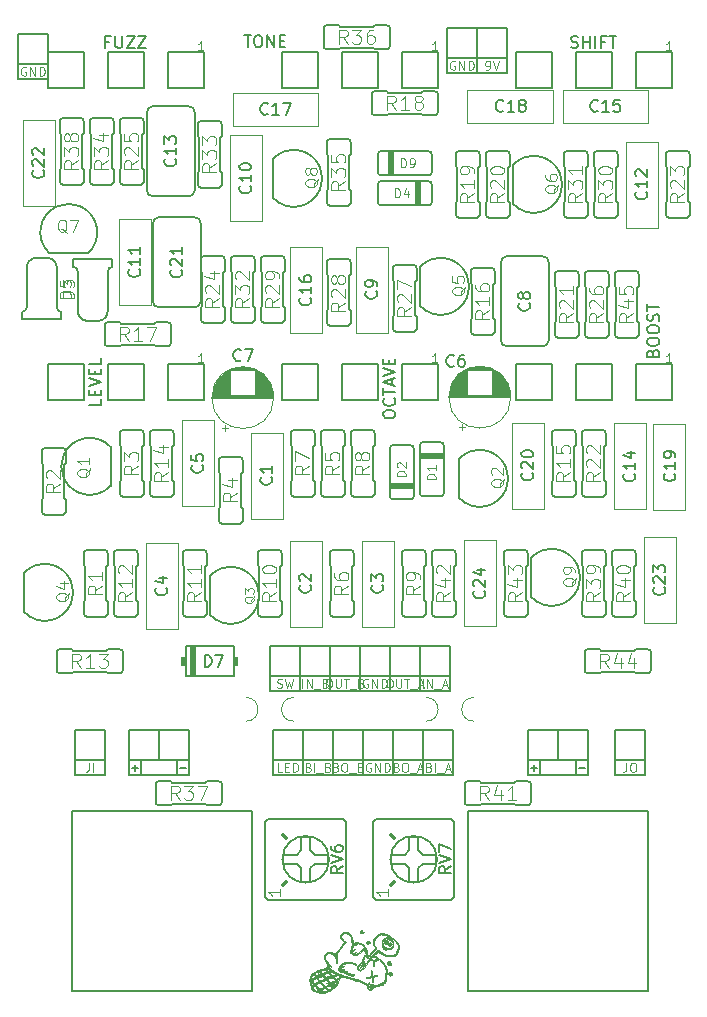
<source format=gbr>
G04 #@! TF.GenerationSoftware,KiCad,Pcbnew,(5.1.8-0-10_14)*
G04 #@! TF.CreationDate,2020-12-11T16:45:24+01:00*
G04 #@! TF.ProjectId,fluff,666c7566-662e-46b6-9963-61645f706362,rev?*
G04 #@! TF.SameCoordinates,Original*
G04 #@! TF.FileFunction,Legend,Top*
G04 #@! TF.FilePolarity,Positive*
%FSLAX46Y46*%
G04 Gerber Fmt 4.6, Leading zero omitted, Abs format (unit mm)*
G04 Created by KiCad (PCBNEW (5.1.8-0-10_14)) date 2020-12-11 16:45:24*
%MOMM*%
%LPD*%
G01*
G04 APERTURE LIST*
%ADD10C,0.127000*%
%ADD11C,0.100000*%
%ADD12C,0.010000*%
%ADD13C,0.152400*%
%ADD14C,0.304800*%
%ADD15C,0.120000*%
%ADD16C,0.150000*%
%ADD17C,0.097536*%
%ADD18C,0.081280*%
%ADD19C,0.101600*%
G04 APERTURE END LIST*
D10*
X107188000Y-167894000D02*
X107188000Y-164846000D01*
X104140000Y-167894000D02*
X107188000Y-167894000D01*
X104140000Y-164846000D02*
X104140000Y-167894000D01*
X102108000Y-167894000D02*
X102108000Y-164846000D01*
X99060000Y-167894000D02*
X102108000Y-167894000D01*
X99060000Y-164846000D02*
X99060000Y-167894000D01*
X97028000Y-167894000D02*
X97028000Y-164846000D01*
X93980000Y-167894000D02*
X97028000Y-167894000D01*
X93980000Y-164846000D02*
X93980000Y-167894000D01*
X104140000Y-164846000D02*
X107188000Y-164846000D01*
X99060000Y-164846000D02*
X102108000Y-164846000D01*
X93980000Y-164846000D02*
X97028000Y-164846000D01*
D11*
X94964000Y-193056000D02*
G75*
G03*
X94964000Y-195056000I0J-1000000D01*
G01*
X90964000Y-195056000D02*
G75*
G03*
X90964000Y-193056000I0J1000000D01*
G01*
X110216000Y-193056000D02*
G75*
G03*
X110216000Y-195056000I0J-1000000D01*
G01*
X106216000Y-195056000D02*
G75*
G03*
X106216000Y-193056000I0J1000000D01*
G01*
D12*
G36*
X99586068Y-212947163D02*
G01*
X99761616Y-213080036D01*
X99887256Y-213301089D01*
X99951331Y-213539555D01*
X99987625Y-213695601D01*
X100030330Y-213821781D01*
X100038021Y-213838023D01*
X100081584Y-213903994D01*
X100117761Y-213880647D01*
X100135458Y-213850723D01*
X100227364Y-213784791D01*
X100359555Y-213766399D01*
X100640452Y-213812186D01*
X100874735Y-213942878D01*
X101052058Y-214148471D01*
X101162072Y-214418962D01*
X101187718Y-214566920D01*
X101214723Y-214743559D01*
X101252924Y-214839322D01*
X101308858Y-214874595D01*
X101390357Y-214849380D01*
X101464557Y-214733459D01*
X101474132Y-214711323D01*
X101567142Y-214565225D01*
X101690706Y-214458014D01*
X101698552Y-214453775D01*
X101833887Y-214369436D01*
X101877601Y-214288915D01*
X101835427Y-214186968D01*
X101776398Y-214111070D01*
X101681931Y-213948968D01*
X101669431Y-213773928D01*
X101740611Y-213571967D01*
X101867325Y-213369892D01*
X102024077Y-213177973D01*
X102172421Y-213067051D01*
X102340047Y-213023151D01*
X102539800Y-213030491D01*
X102791619Y-213081740D01*
X103026498Y-213180807D01*
X103267864Y-213340453D01*
X103539143Y-213573443D01*
X103543100Y-213577132D01*
X103704070Y-213729521D01*
X103804637Y-213837240D01*
X103859006Y-213924584D01*
X103881381Y-214015846D01*
X103885967Y-214135322D01*
X103886000Y-214163596D01*
X103850180Y-214476230D01*
X103745261Y-214726646D01*
X103633535Y-214858600D01*
X103543248Y-214917438D01*
X103420472Y-214948329D01*
X103234445Y-214958045D01*
X103182023Y-214958014D01*
X102878882Y-214928660D01*
X102592251Y-214837332D01*
X102288561Y-214672861D01*
X102249433Y-214647715D01*
X102149908Y-214590102D01*
X102087716Y-214591082D01*
X102020833Y-214647020D01*
X101904450Y-214748959D01*
X101830247Y-214804835D01*
X101775120Y-214850374D01*
X101783998Y-214886019D01*
X101869622Y-214930877D01*
X101931847Y-214957190D01*
X102132251Y-215074944D01*
X102347181Y-215256288D01*
X102548587Y-215472562D01*
X102708420Y-215695107D01*
X102770137Y-215813698D01*
X102819779Y-215940999D01*
X102848761Y-216059176D01*
X102859816Y-216197210D01*
X102855674Y-216384083D01*
X102843205Y-216588952D01*
X102824896Y-216825932D01*
X102806397Y-216977151D01*
X102784049Y-217058390D01*
X102754195Y-217085426D01*
X102729026Y-217081408D01*
X102674739Y-217079036D01*
X102676167Y-217148711D01*
X102680327Y-217165444D01*
X102688842Y-217246758D01*
X102643057Y-217253571D01*
X102632037Y-217249636D01*
X102577371Y-217247663D01*
X102585698Y-217302546D01*
X102590671Y-217360752D01*
X102524066Y-217360781D01*
X102507371Y-217356642D01*
X102383174Y-217358444D01*
X102257949Y-217399867D01*
X102111742Y-217456715D01*
X101938421Y-217500475D01*
X101917992Y-217503982D01*
X101751959Y-217555954D01*
X101643770Y-217661714D01*
X101630387Y-217683235D01*
X101526479Y-217800666D01*
X101403703Y-217821545D01*
X101250687Y-217747806D01*
X101250638Y-217747772D01*
X101163905Y-217653567D01*
X101159389Y-217531552D01*
X101164560Y-217453513D01*
X101131003Y-217390226D01*
X101040450Y-217321257D01*
X100897753Y-217238888D01*
X100683106Y-217139053D01*
X100442840Y-217054179D01*
X100304600Y-217018791D01*
X100105818Y-216973752D01*
X99844161Y-216907234D01*
X99553614Y-216828428D01*
X99268162Y-216746526D01*
X99044298Y-216677953D01*
X98964324Y-216683974D01*
X98920899Y-216769030D01*
X98864664Y-216919727D01*
X98770289Y-217114692D01*
X98658210Y-217316435D01*
X98548863Y-217487468D01*
X98484893Y-217568840D01*
X98358658Y-217670837D01*
X98169191Y-217785735D01*
X97950384Y-217896613D01*
X97736130Y-217986549D01*
X97560321Y-218038624D01*
X97536000Y-218042587D01*
X97377955Y-218049551D01*
X97181209Y-218040000D01*
X97090949Y-218030048D01*
X96912250Y-217993945D01*
X96757970Y-217942880D01*
X96703129Y-217914763D01*
X96682658Y-217894082D01*
X97089723Y-217894082D01*
X97131799Y-217921768D01*
X97155000Y-217932000D01*
X97250938Y-217971333D01*
X97276467Y-217970111D01*
X97256600Y-217932000D01*
X97184384Y-217889325D01*
X97139301Y-217884770D01*
X97089723Y-217894082D01*
X96682658Y-217894082D01*
X96568687Y-217778945D01*
X96474493Y-217615316D01*
X96602953Y-217615316D01*
X96648939Y-217711209D01*
X96675826Y-217747018D01*
X96784459Y-217854424D01*
X96885295Y-217873731D01*
X96971008Y-217835301D01*
X96972329Y-217833672D01*
X97322145Y-217833672D01*
X97340158Y-217864666D01*
X97434764Y-217913889D01*
X97578045Y-217929501D01*
X97722241Y-217909866D01*
X97790000Y-217880048D01*
X97831244Y-217835289D01*
X97799767Y-217781554D01*
X97742429Y-217733764D01*
X97651115Y-217673673D01*
X97572280Y-217668492D01*
X97455998Y-217715446D01*
X97451467Y-217717604D01*
X97344591Y-217780270D01*
X97322145Y-217833672D01*
X96972329Y-217833672D01*
X97011124Y-217785853D01*
X96990193Y-217711031D01*
X96901564Y-217591100D01*
X96880223Y-217565900D01*
X96771719Y-217483560D01*
X96671507Y-217501908D01*
X96627560Y-217543818D01*
X96602953Y-217615316D01*
X96474493Y-217615316D01*
X96450607Y-217573823D01*
X96362805Y-217331667D01*
X96336414Y-217182234D01*
X96423706Y-217182234D01*
X96440098Y-217295136D01*
X96468906Y-217411289D01*
X96508075Y-217446229D01*
X96574779Y-217421870D01*
X96603006Y-217403981D01*
X96914279Y-217403981D01*
X96966943Y-217521224D01*
X97007405Y-217572846D01*
X97098020Y-217668738D01*
X97162568Y-217715906D01*
X97174008Y-217716600D01*
X97238190Y-217684056D01*
X97345500Y-217630115D01*
X97440921Y-217573626D01*
X97766314Y-217573626D01*
X97784557Y-217627650D01*
X97869831Y-217692315D01*
X97877030Y-217696172D01*
X98040475Y-217734762D01*
X98186300Y-217684539D01*
X98255199Y-217611501D01*
X98267938Y-217513620D01*
X98204953Y-217425226D01*
X98163854Y-217402887D01*
X98068749Y-217406530D01*
X97938882Y-217452221D01*
X97820161Y-217520243D01*
X97766314Y-217573626D01*
X97440921Y-217573626D01*
X97442940Y-217572431D01*
X97483716Y-217530669D01*
X97483710Y-217530145D01*
X97451582Y-217477661D01*
X97372377Y-217380527D01*
X97330714Y-217333631D01*
X97223653Y-217230445D01*
X97145443Y-217199170D01*
X97086726Y-217216558D01*
X96952718Y-217309114D01*
X96914279Y-217403981D01*
X96603006Y-217403981D01*
X96637862Y-217381892D01*
X96644547Y-217336785D01*
X96593544Y-217252926D01*
X96566841Y-217215240D01*
X96479776Y-217111036D01*
X96432360Y-217099848D01*
X96423706Y-217182234D01*
X96336414Y-217182234D01*
X96319195Y-217084742D01*
X96316799Y-217018929D01*
X96321213Y-216976696D01*
X96520128Y-216976696D01*
X96626895Y-217126637D01*
X96704749Y-217220550D01*
X96760348Y-217260581D01*
X96766531Y-217259759D01*
X96831558Y-217226920D01*
X96939100Y-217172915D01*
X96974089Y-217153065D01*
X97311272Y-217153065D01*
X97365904Y-217224961D01*
X97438944Y-217301688D01*
X97551057Y-217413890D01*
X97623241Y-217462032D01*
X97686785Y-217454510D01*
X97772982Y-217399723D01*
X97781643Y-217393655D01*
X97859549Y-217331038D01*
X97859107Y-217319256D01*
X98302375Y-217319256D01*
X98354435Y-217409278D01*
X98357681Y-217412561D01*
X98410971Y-217431414D01*
X98478183Y-217376199D01*
X98535481Y-217298416D01*
X98609200Y-217183927D01*
X98650438Y-217108229D01*
X98653600Y-217097317D01*
X98613454Y-217099248D01*
X98513383Y-217137525D01*
X98475800Y-217154830D01*
X98341175Y-217238049D01*
X98302375Y-217319256D01*
X97859107Y-217319256D01*
X97857844Y-217285652D01*
X97805647Y-217238452D01*
X97748536Y-217189505D01*
X97771356Y-217193177D01*
X97832450Y-217222113D01*
X97942454Y-217259865D01*
X97978327Y-217235755D01*
X97939447Y-217158061D01*
X97845103Y-217054071D01*
X97727732Y-216956432D01*
X97662422Y-216941144D01*
X97652974Y-216954100D01*
X97587893Y-217011616D01*
X97553827Y-217017600D01*
X97449757Y-217040649D01*
X97374839Y-217073088D01*
X97316617Y-217110882D01*
X97311272Y-217153065D01*
X96974089Y-217153065D01*
X97039768Y-217115804D01*
X97067041Y-217062516D01*
X97023615Y-216982207D01*
X96962493Y-216905468D01*
X96849841Y-216767936D01*
X96684984Y-216872316D01*
X96520128Y-216976696D01*
X96321213Y-216976696D01*
X96339832Y-216798578D01*
X96418400Y-216798578D01*
X96429676Y-216853478D01*
X96477449Y-216853447D01*
X96582635Y-216796355D01*
X96610687Y-216778975D01*
X96669063Y-216742573D01*
X96971438Y-216742573D01*
X97079097Y-216879440D01*
X97154143Y-216965317D01*
X97219854Y-216989358D01*
X97319685Y-216960433D01*
X97371469Y-216939129D01*
X97494640Y-216884665D01*
X97517778Y-216872731D01*
X97846726Y-216872731D01*
X97979160Y-217021365D01*
X98066106Y-217115653D01*
X98119075Y-217166903D01*
X98124442Y-217170000D01*
X98175998Y-217154494D01*
X98217353Y-217139276D01*
X98272257Y-217091766D01*
X98269669Y-217063658D01*
X98279846Y-217036937D01*
X98308061Y-217043048D01*
X98405079Y-217039548D01*
X98449068Y-217019742D01*
X98489558Y-216975626D01*
X98464718Y-216914069D01*
X98406455Y-216847097D01*
X98328825Y-216772537D01*
X98259856Y-216747881D01*
X98159440Y-216767242D01*
X98067849Y-216797387D01*
X97846726Y-216872731D01*
X97517778Y-216872731D01*
X97570735Y-216845418D01*
X97578371Y-216839761D01*
X97569774Y-216786718D01*
X97519141Y-216693307D01*
X97424263Y-216601123D01*
X97335031Y-216595897D01*
X97266611Y-216637658D01*
X97265020Y-216675624D01*
X97264643Y-216704488D01*
X97243740Y-216695150D01*
X97157370Y-216684631D01*
X97080610Y-216702188D01*
X96971438Y-216742573D01*
X96669063Y-216742573D01*
X96709900Y-216717108D01*
X96761736Y-216685094D01*
X96762495Y-216684646D01*
X96763023Y-216637475D01*
X96726245Y-216563053D01*
X96679492Y-216512517D01*
X96668943Y-216509600D01*
X96597815Y-216547543D01*
X96510419Y-216635772D01*
X96440054Y-216735878D01*
X96418400Y-216798578D01*
X96339832Y-216798578D01*
X96341286Y-216784669D01*
X96421073Y-216586480D01*
X96565652Y-216415595D01*
X96570355Y-216412321D01*
X96781924Y-216412321D01*
X96809225Y-216480517D01*
X96822471Y-216505249D01*
X96862318Y-216576921D01*
X96901120Y-216602915D01*
X96971306Y-216586580D01*
X97099158Y-216533832D01*
X97167979Y-216500320D01*
X97549929Y-216500320D01*
X97565813Y-216555200D01*
X97619907Y-216631529D01*
X97684842Y-216719730D01*
X97733072Y-216752706D01*
X97803393Y-216738050D01*
X97874205Y-216708519D01*
X98438566Y-216708519D01*
X98490132Y-216770569D01*
X98602305Y-216852025D01*
X98703217Y-216844196D01*
X98733505Y-216826322D01*
X98810021Y-216733609D01*
X98818535Y-216631300D01*
X98766708Y-216565830D01*
X98655116Y-216551345D01*
X98541851Y-216599875D01*
X98450522Y-216661080D01*
X98438566Y-216708519D01*
X97874205Y-216708519D01*
X97918631Y-216689992D01*
X98049680Y-216622084D01*
X98087237Y-216556558D01*
X98037327Y-216475326D01*
X98001588Y-216440991D01*
X97919816Y-216388255D01*
X97822962Y-216389409D01*
X97734888Y-216415259D01*
X97601673Y-216462354D01*
X97549929Y-216500320D01*
X97167979Y-216500320D01*
X97215654Y-216477105D01*
X97253306Y-216425875D01*
X97230575Y-216356032D01*
X97143299Y-216269601D01*
X97014809Y-216269955D01*
X96910360Y-216313281D01*
X96810022Y-216368837D01*
X96781924Y-216412321D01*
X96570355Y-216412321D01*
X96784513Y-216263245D01*
X96896866Y-216210311D01*
X97291535Y-216210311D01*
X97343406Y-216304506D01*
X97411789Y-216367516D01*
X97457706Y-216361621D01*
X97489796Y-216346165D01*
X98070474Y-216346165D01*
X98135502Y-216422630D01*
X98151517Y-216439699D01*
X98249867Y-216516871D01*
X98332675Y-216538066D01*
X98337816Y-216536497D01*
X98431778Y-216511594D01*
X98454554Y-216509600D01*
X98498910Y-216485105D01*
X98463521Y-216420600D01*
X98371622Y-216341388D01*
X98228375Y-216277965D01*
X98140274Y-216282690D01*
X98072772Y-216309394D01*
X98070474Y-216346165D01*
X97489796Y-216346165D01*
X97542630Y-216320718D01*
X97662938Y-216283864D01*
X97762062Y-216254209D01*
X97773535Y-216222844D01*
X97727228Y-216182937D01*
X97672179Y-216116096D01*
X97676489Y-216077383D01*
X97669491Y-216057963D01*
X97620180Y-216069922D01*
X97494206Y-216109787D01*
X97404280Y-216134323D01*
X97307451Y-216165169D01*
X97291535Y-216210311D01*
X96896866Y-216210311D01*
X97087147Y-216120663D01*
X97323820Y-216034666D01*
X97801532Y-216034666D01*
X97834205Y-216106389D01*
X97848375Y-216123325D01*
X97930692Y-216195067D01*
X97993235Y-216185886D01*
X98009810Y-216171256D01*
X97999669Y-216121569D01*
X97938791Y-216064474D01*
X97841997Y-216017046D01*
X97801532Y-216034666D01*
X97323820Y-216034666D01*
X97420073Y-215999692D01*
X97610933Y-215932165D01*
X97725908Y-215876377D01*
X97787168Y-215817465D01*
X97816884Y-215740569D01*
X97818722Y-215732472D01*
X97817754Y-215585962D01*
X97747533Y-215476742D01*
X97610651Y-215276363D01*
X97559027Y-215076535D01*
X97565850Y-215020373D01*
X97637600Y-215020373D01*
X97674139Y-215156591D01*
X97774952Y-215336679D01*
X97926829Y-215538789D01*
X98003978Y-215626409D01*
X98104468Y-215743042D01*
X98160538Y-215823690D01*
X98162229Y-215849200D01*
X98087749Y-215817152D01*
X98058586Y-215792666D01*
X97978218Y-215764172D01*
X97907517Y-215801933D01*
X97891599Y-215850305D01*
X97933482Y-215906525D01*
X98046698Y-215997828D01*
X98212598Y-216112118D01*
X98412531Y-216237299D01*
X98627848Y-216361277D01*
X98839900Y-216471955D01*
X98879757Y-216491184D01*
X99080032Y-216573491D01*
X99344490Y-216664289D01*
X99637684Y-216752167D01*
X99905464Y-216821364D01*
X100251423Y-216911863D01*
X100565928Y-217011788D01*
X100819658Y-217111488D01*
X100890854Y-217145660D01*
X101063477Y-217231791D01*
X101169314Y-217273693D01*
X101230535Y-217276226D01*
X101269309Y-217244249D01*
X101278596Y-217230655D01*
X101337109Y-217165709D01*
X101366442Y-217180859D01*
X101362257Y-217257687D01*
X101320218Y-217377774D01*
X101315570Y-217387693D01*
X101267465Y-217523738D01*
X101257092Y-217632437D01*
X101260998Y-217647982D01*
X101330867Y-217716522D01*
X101433863Y-217719658D01*
X101527609Y-217659970D01*
X101547412Y-217630539D01*
X101588205Y-217504266D01*
X101601615Y-217389239D01*
X101607736Y-217294667D01*
X101632825Y-217289904D01*
X101670715Y-217335100D01*
X101789266Y-217411743D01*
X101963269Y-217406868D01*
X102185669Y-217321650D01*
X102323352Y-217264588D01*
X102431192Y-217242607D01*
X102456067Y-217246026D01*
X102503288Y-217241552D01*
X102494080Y-217190320D01*
X102489827Y-217131538D01*
X102538278Y-217136986D01*
X102594968Y-217132490D01*
X102602354Y-217053742D01*
X102614532Y-216970683D01*
X102648216Y-216952138D01*
X102685847Y-216910543D01*
X102725401Y-216782908D01*
X102761397Y-216589289D01*
X102786324Y-216245425D01*
X102742745Y-215956176D01*
X102622744Y-215694602D01*
X102423429Y-215439210D01*
X102182764Y-215177476D01*
X102005682Y-215276042D01*
X101881994Y-215363882D01*
X101826218Y-215470531D01*
X101812833Y-215561104D01*
X101789527Y-215682113D01*
X101751871Y-215745064D01*
X101742726Y-215747600D01*
X101711397Y-215700838D01*
X101709314Y-215569057D01*
X101713824Y-215521914D01*
X101720863Y-215366938D01*
X101694116Y-215287078D01*
X101665476Y-215267914D01*
X101563201Y-215241849D01*
X101472517Y-215258204D01*
X101377960Y-215328458D01*
X101264068Y-215464091D01*
X101115728Y-215676064D01*
X100943927Y-215918996D01*
X100806393Y-216079539D01*
X100691386Y-216165891D01*
X100587167Y-216186250D01*
X100481996Y-216148815D01*
X100459080Y-216134634D01*
X100349656Y-216017046D01*
X100339151Y-215902214D01*
X100443194Y-215902214D01*
X100448181Y-216012184D01*
X100490655Y-216059291D01*
X100589447Y-216091851D01*
X100692037Y-216052276D01*
X100814245Y-215932177D01*
X100875647Y-215855155D01*
X100979889Y-215701842D01*
X101012398Y-215618603D01*
X100979756Y-215610784D01*
X100888540Y-215683734D01*
X100792052Y-215787230D01*
X100684936Y-215899207D01*
X100602413Y-215963919D01*
X100569509Y-215970176D01*
X100581113Y-215916902D01*
X100647759Y-215816757D01*
X100715862Y-215735528D01*
X100827422Y-215597846D01*
X100863561Y-215521205D01*
X100827650Y-215510801D01*
X100723061Y-215571833D01*
X100647269Y-215629791D01*
X100511925Y-215768255D01*
X100443194Y-215902214D01*
X100339151Y-215902214D01*
X100336651Y-215874894D01*
X100419494Y-215713869D01*
X100511417Y-215613898D01*
X100626787Y-215514108D01*
X100716487Y-215452451D01*
X100743440Y-215442800D01*
X100771333Y-215403311D01*
X100762732Y-215344136D01*
X100767264Y-215291557D01*
X100821377Y-215291557D01*
X100940143Y-215417978D01*
X101047016Y-215517360D01*
X101113935Y-215534975D01*
X101157895Y-215473194D01*
X101166073Y-215449499D01*
X101226270Y-215343297D01*
X101300177Y-215260495D01*
X101364591Y-215195905D01*
X101358770Y-215157524D01*
X101271461Y-215118393D01*
X101235380Y-215105260D01*
X101147871Y-215065602D01*
X101138331Y-215042325D01*
X101152192Y-215040264D01*
X101263931Y-215054950D01*
X101368092Y-215085942D01*
X101468224Y-215109196D01*
X101492877Y-215091658D01*
X101559696Y-215091658D01*
X101616639Y-215161866D01*
X101644952Y-215184230D01*
X101741659Y-215243126D01*
X101827836Y-215239984D01*
X101912186Y-215202900D01*
X102004307Y-215141092D01*
X102032172Y-215088605D01*
X102030551Y-215085180D01*
X101953052Y-215036158D01*
X101822317Y-215006424D01*
X101685647Y-215001521D01*
X101590341Y-215026994D01*
X101583505Y-215032777D01*
X101559696Y-215091658D01*
X101492877Y-215091658D01*
X101498400Y-215087729D01*
X101453353Y-215021164D01*
X101341033Y-214965539D01*
X101195670Y-214936219D01*
X101157691Y-214934800D01*
X101044859Y-214958041D01*
X100958331Y-215044190D01*
X100917440Y-215113178D01*
X100821377Y-215291557D01*
X100767264Y-215291557D01*
X100771307Y-215244672D01*
X100826313Y-215105552D01*
X100907613Y-214963881D01*
X100967428Y-214890621D01*
X101491912Y-214890621D01*
X101495960Y-214956258D01*
X101553113Y-214939313D01*
X101654464Y-214837398D01*
X101750295Y-214737877D01*
X101827013Y-214683964D01*
X101840762Y-214680800D01*
X101906345Y-214643338D01*
X101989729Y-214552479D01*
X101994808Y-214545605D01*
X102093291Y-214410410D01*
X102267190Y-214543049D01*
X102535598Y-214711214D01*
X102819132Y-214825922D01*
X103096907Y-214883426D01*
X103348033Y-214879982D01*
X103551626Y-214811843D01*
X103596329Y-214781403D01*
X103691434Y-214658340D01*
X103768905Y-214472844D01*
X103817743Y-214263864D01*
X103826954Y-214070350D01*
X103816225Y-214002514D01*
X103755565Y-213897163D01*
X103629244Y-213757538D01*
X103458810Y-213601490D01*
X103265810Y-213446872D01*
X103071793Y-213311535D01*
X102898306Y-213213331D01*
X102829244Y-213184826D01*
X102579530Y-213122936D01*
X102349613Y-213107899D01*
X102188261Y-213136870D01*
X102097062Y-213208742D01*
X101989828Y-213344685D01*
X101885900Y-213513527D01*
X101804621Y-213684098D01*
X101766317Y-213816898D01*
X101767006Y-213966483D01*
X101828516Y-214072367D01*
X101848976Y-214092054D01*
X101944478Y-214226893D01*
X101945934Y-214358511D01*
X101855967Y-214466886D01*
X101795655Y-214498956D01*
X101644601Y-214608445D01*
X101547393Y-214747776D01*
X101491912Y-214890621D01*
X100967428Y-214890621D01*
X100995074Y-214856761D01*
X101045337Y-214823354D01*
X101073579Y-214780335D01*
X101040452Y-214679026D01*
X101022875Y-214643683D01*
X100933835Y-214499323D01*
X100852885Y-214449758D01*
X100760289Y-214492066D01*
X100664140Y-214590587D01*
X100458387Y-214783127D01*
X100260526Y-214875029D01*
X100068566Y-214866775D01*
X99900354Y-214775018D01*
X99808008Y-214685037D01*
X99799974Y-214655268D01*
X99888799Y-214655268D01*
X99910742Y-214688262D01*
X99976319Y-214719495D01*
X100058488Y-214671150D01*
X100066099Y-214664359D01*
X100166367Y-214598486D01*
X100232400Y-214580329D01*
X100252317Y-214605163D01*
X100189809Y-214671054D01*
X100177600Y-214680800D01*
X100050600Y-214780140D01*
X100199931Y-214781270D01*
X100303201Y-214762196D01*
X100414276Y-214693374D01*
X100555559Y-214559826D01*
X100597176Y-214515700D01*
X100845090Y-214249000D01*
X101102016Y-214553800D01*
X101068974Y-214407465D01*
X100965992Y-214170450D01*
X100783560Y-213991642D01*
X100703322Y-213945880D01*
X100553998Y-213891069D01*
X100417370Y-213869849D01*
X100320890Y-213883179D01*
X100291900Y-213931500D01*
X100261219Y-213977979D01*
X100190300Y-213982898D01*
X100096159Y-214000299D01*
X100076000Y-214046398D01*
X100051037Y-214113655D01*
X100030169Y-214122000D01*
X99983565Y-214164721D01*
X99933417Y-214268193D01*
X99931095Y-214274733D01*
X99900327Y-214378536D01*
X99921834Y-214411747D01*
X100012296Y-214398939D01*
X100015026Y-214398360D01*
X100152200Y-214369253D01*
X100000843Y-214498129D01*
X99906469Y-214591721D01*
X99888799Y-214655268D01*
X99799974Y-214655268D01*
X99781830Y-214588049D01*
X99793841Y-214482918D01*
X99816841Y-214325280D01*
X99829083Y-214191843D01*
X99829311Y-214185500D01*
X99848556Y-214096182D01*
X99876579Y-214071200D01*
X99899908Y-214033748D01*
X99891170Y-213995000D01*
X99894233Y-213929802D01*
X99919952Y-213918800D01*
X99952442Y-213892126D01*
X99925387Y-213820539D01*
X99882572Y-213688843D01*
X99872800Y-213599520D01*
X99836548Y-213379111D01*
X99739668Y-213198955D01*
X99599973Y-213071212D01*
X99435275Y-213008043D01*
X99263388Y-213021607D01*
X99133729Y-213094990D01*
X99028736Y-213203437D01*
X99001391Y-213303519D01*
X99054065Y-213416909D01*
X99184702Y-213560945D01*
X99402792Y-213774984D01*
X99276273Y-213910392D01*
X99153855Y-214050712D01*
X99010055Y-214229074D01*
X98866096Y-214417591D01*
X98743201Y-214588378D01*
X98662595Y-214713548D01*
X98656439Y-214724806D01*
X98620534Y-214830863D01*
X98628519Y-214958842D01*
X98654676Y-215065644D01*
X98685559Y-215237299D01*
X98684914Y-215393168D01*
X98655682Y-215504913D01*
X98605025Y-215544400D01*
X98581079Y-215500772D01*
X98583173Y-215393712D01*
X98586154Y-215373294D01*
X98580614Y-215170476D01*
X98507956Y-214988128D01*
X98385932Y-214838014D01*
X98232297Y-214731894D01*
X98064805Y-214681530D01*
X97901210Y-214698684D01*
X97759265Y-214795117D01*
X97742887Y-214814650D01*
X97669921Y-214927589D01*
X97637682Y-215017420D01*
X97637600Y-215020373D01*
X97565850Y-215020373D01*
X97581415Y-214892267D01*
X97666567Y-214738565D01*
X97803237Y-214630437D01*
X97980178Y-214582889D01*
X98186145Y-214610929D01*
X98341829Y-214683727D01*
X98451578Y-214745911D01*
X98515875Y-214773330D01*
X98521742Y-214772437D01*
X98680837Y-214524293D01*
X98879502Y-214247325D01*
X99039834Y-214042067D01*
X99279934Y-213747290D01*
X99093767Y-213586361D01*
X98950642Y-213422502D01*
X98908624Y-213264528D01*
X98967524Y-213110424D01*
X99042017Y-213027374D01*
X99222580Y-212921730D01*
X99360914Y-212902799D01*
X99586068Y-212947163D01*
G37*
X99586068Y-212947163D02*
X99761616Y-213080036D01*
X99887256Y-213301089D01*
X99951331Y-213539555D01*
X99987625Y-213695601D01*
X100030330Y-213821781D01*
X100038021Y-213838023D01*
X100081584Y-213903994D01*
X100117761Y-213880647D01*
X100135458Y-213850723D01*
X100227364Y-213784791D01*
X100359555Y-213766399D01*
X100640452Y-213812186D01*
X100874735Y-213942878D01*
X101052058Y-214148471D01*
X101162072Y-214418962D01*
X101187718Y-214566920D01*
X101214723Y-214743559D01*
X101252924Y-214839322D01*
X101308858Y-214874595D01*
X101390357Y-214849380D01*
X101464557Y-214733459D01*
X101474132Y-214711323D01*
X101567142Y-214565225D01*
X101690706Y-214458014D01*
X101698552Y-214453775D01*
X101833887Y-214369436D01*
X101877601Y-214288915D01*
X101835427Y-214186968D01*
X101776398Y-214111070D01*
X101681931Y-213948968D01*
X101669431Y-213773928D01*
X101740611Y-213571967D01*
X101867325Y-213369892D01*
X102024077Y-213177973D01*
X102172421Y-213067051D01*
X102340047Y-213023151D01*
X102539800Y-213030491D01*
X102791619Y-213081740D01*
X103026498Y-213180807D01*
X103267864Y-213340453D01*
X103539143Y-213573443D01*
X103543100Y-213577132D01*
X103704070Y-213729521D01*
X103804637Y-213837240D01*
X103859006Y-213924584D01*
X103881381Y-214015846D01*
X103885967Y-214135322D01*
X103886000Y-214163596D01*
X103850180Y-214476230D01*
X103745261Y-214726646D01*
X103633535Y-214858600D01*
X103543248Y-214917438D01*
X103420472Y-214948329D01*
X103234445Y-214958045D01*
X103182023Y-214958014D01*
X102878882Y-214928660D01*
X102592251Y-214837332D01*
X102288561Y-214672861D01*
X102249433Y-214647715D01*
X102149908Y-214590102D01*
X102087716Y-214591082D01*
X102020833Y-214647020D01*
X101904450Y-214748959D01*
X101830247Y-214804835D01*
X101775120Y-214850374D01*
X101783998Y-214886019D01*
X101869622Y-214930877D01*
X101931847Y-214957190D01*
X102132251Y-215074944D01*
X102347181Y-215256288D01*
X102548587Y-215472562D01*
X102708420Y-215695107D01*
X102770137Y-215813698D01*
X102819779Y-215940999D01*
X102848761Y-216059176D01*
X102859816Y-216197210D01*
X102855674Y-216384083D01*
X102843205Y-216588952D01*
X102824896Y-216825932D01*
X102806397Y-216977151D01*
X102784049Y-217058390D01*
X102754195Y-217085426D01*
X102729026Y-217081408D01*
X102674739Y-217079036D01*
X102676167Y-217148711D01*
X102680327Y-217165444D01*
X102688842Y-217246758D01*
X102643057Y-217253571D01*
X102632037Y-217249636D01*
X102577371Y-217247663D01*
X102585698Y-217302546D01*
X102590671Y-217360752D01*
X102524066Y-217360781D01*
X102507371Y-217356642D01*
X102383174Y-217358444D01*
X102257949Y-217399867D01*
X102111742Y-217456715D01*
X101938421Y-217500475D01*
X101917992Y-217503982D01*
X101751959Y-217555954D01*
X101643770Y-217661714D01*
X101630387Y-217683235D01*
X101526479Y-217800666D01*
X101403703Y-217821545D01*
X101250687Y-217747806D01*
X101250638Y-217747772D01*
X101163905Y-217653567D01*
X101159389Y-217531552D01*
X101164560Y-217453513D01*
X101131003Y-217390226D01*
X101040450Y-217321257D01*
X100897753Y-217238888D01*
X100683106Y-217139053D01*
X100442840Y-217054179D01*
X100304600Y-217018791D01*
X100105818Y-216973752D01*
X99844161Y-216907234D01*
X99553614Y-216828428D01*
X99268162Y-216746526D01*
X99044298Y-216677953D01*
X98964324Y-216683974D01*
X98920899Y-216769030D01*
X98864664Y-216919727D01*
X98770289Y-217114692D01*
X98658210Y-217316435D01*
X98548863Y-217487468D01*
X98484893Y-217568840D01*
X98358658Y-217670837D01*
X98169191Y-217785735D01*
X97950384Y-217896613D01*
X97736130Y-217986549D01*
X97560321Y-218038624D01*
X97536000Y-218042587D01*
X97377955Y-218049551D01*
X97181209Y-218040000D01*
X97090949Y-218030048D01*
X96912250Y-217993945D01*
X96757970Y-217942880D01*
X96703129Y-217914763D01*
X96682658Y-217894082D01*
X97089723Y-217894082D01*
X97131799Y-217921768D01*
X97155000Y-217932000D01*
X97250938Y-217971333D01*
X97276467Y-217970111D01*
X97256600Y-217932000D01*
X97184384Y-217889325D01*
X97139301Y-217884770D01*
X97089723Y-217894082D01*
X96682658Y-217894082D01*
X96568687Y-217778945D01*
X96474493Y-217615316D01*
X96602953Y-217615316D01*
X96648939Y-217711209D01*
X96675826Y-217747018D01*
X96784459Y-217854424D01*
X96885295Y-217873731D01*
X96971008Y-217835301D01*
X96972329Y-217833672D01*
X97322145Y-217833672D01*
X97340158Y-217864666D01*
X97434764Y-217913889D01*
X97578045Y-217929501D01*
X97722241Y-217909866D01*
X97790000Y-217880048D01*
X97831244Y-217835289D01*
X97799767Y-217781554D01*
X97742429Y-217733764D01*
X97651115Y-217673673D01*
X97572280Y-217668492D01*
X97455998Y-217715446D01*
X97451467Y-217717604D01*
X97344591Y-217780270D01*
X97322145Y-217833672D01*
X96972329Y-217833672D01*
X97011124Y-217785853D01*
X96990193Y-217711031D01*
X96901564Y-217591100D01*
X96880223Y-217565900D01*
X96771719Y-217483560D01*
X96671507Y-217501908D01*
X96627560Y-217543818D01*
X96602953Y-217615316D01*
X96474493Y-217615316D01*
X96450607Y-217573823D01*
X96362805Y-217331667D01*
X96336414Y-217182234D01*
X96423706Y-217182234D01*
X96440098Y-217295136D01*
X96468906Y-217411289D01*
X96508075Y-217446229D01*
X96574779Y-217421870D01*
X96603006Y-217403981D01*
X96914279Y-217403981D01*
X96966943Y-217521224D01*
X97007405Y-217572846D01*
X97098020Y-217668738D01*
X97162568Y-217715906D01*
X97174008Y-217716600D01*
X97238190Y-217684056D01*
X97345500Y-217630115D01*
X97440921Y-217573626D01*
X97766314Y-217573626D01*
X97784557Y-217627650D01*
X97869831Y-217692315D01*
X97877030Y-217696172D01*
X98040475Y-217734762D01*
X98186300Y-217684539D01*
X98255199Y-217611501D01*
X98267938Y-217513620D01*
X98204953Y-217425226D01*
X98163854Y-217402887D01*
X98068749Y-217406530D01*
X97938882Y-217452221D01*
X97820161Y-217520243D01*
X97766314Y-217573626D01*
X97440921Y-217573626D01*
X97442940Y-217572431D01*
X97483716Y-217530669D01*
X97483710Y-217530145D01*
X97451582Y-217477661D01*
X97372377Y-217380527D01*
X97330714Y-217333631D01*
X97223653Y-217230445D01*
X97145443Y-217199170D01*
X97086726Y-217216558D01*
X96952718Y-217309114D01*
X96914279Y-217403981D01*
X96603006Y-217403981D01*
X96637862Y-217381892D01*
X96644547Y-217336785D01*
X96593544Y-217252926D01*
X96566841Y-217215240D01*
X96479776Y-217111036D01*
X96432360Y-217099848D01*
X96423706Y-217182234D01*
X96336414Y-217182234D01*
X96319195Y-217084742D01*
X96316799Y-217018929D01*
X96321213Y-216976696D01*
X96520128Y-216976696D01*
X96626895Y-217126637D01*
X96704749Y-217220550D01*
X96760348Y-217260581D01*
X96766531Y-217259759D01*
X96831558Y-217226920D01*
X96939100Y-217172915D01*
X96974089Y-217153065D01*
X97311272Y-217153065D01*
X97365904Y-217224961D01*
X97438944Y-217301688D01*
X97551057Y-217413890D01*
X97623241Y-217462032D01*
X97686785Y-217454510D01*
X97772982Y-217399723D01*
X97781643Y-217393655D01*
X97859549Y-217331038D01*
X97859107Y-217319256D01*
X98302375Y-217319256D01*
X98354435Y-217409278D01*
X98357681Y-217412561D01*
X98410971Y-217431414D01*
X98478183Y-217376199D01*
X98535481Y-217298416D01*
X98609200Y-217183927D01*
X98650438Y-217108229D01*
X98653600Y-217097317D01*
X98613454Y-217099248D01*
X98513383Y-217137525D01*
X98475800Y-217154830D01*
X98341175Y-217238049D01*
X98302375Y-217319256D01*
X97859107Y-217319256D01*
X97857844Y-217285652D01*
X97805647Y-217238452D01*
X97748536Y-217189505D01*
X97771356Y-217193177D01*
X97832450Y-217222113D01*
X97942454Y-217259865D01*
X97978327Y-217235755D01*
X97939447Y-217158061D01*
X97845103Y-217054071D01*
X97727732Y-216956432D01*
X97662422Y-216941144D01*
X97652974Y-216954100D01*
X97587893Y-217011616D01*
X97553827Y-217017600D01*
X97449757Y-217040649D01*
X97374839Y-217073088D01*
X97316617Y-217110882D01*
X97311272Y-217153065D01*
X96974089Y-217153065D01*
X97039768Y-217115804D01*
X97067041Y-217062516D01*
X97023615Y-216982207D01*
X96962493Y-216905468D01*
X96849841Y-216767936D01*
X96684984Y-216872316D01*
X96520128Y-216976696D01*
X96321213Y-216976696D01*
X96339832Y-216798578D01*
X96418400Y-216798578D01*
X96429676Y-216853478D01*
X96477449Y-216853447D01*
X96582635Y-216796355D01*
X96610687Y-216778975D01*
X96669063Y-216742573D01*
X96971438Y-216742573D01*
X97079097Y-216879440D01*
X97154143Y-216965317D01*
X97219854Y-216989358D01*
X97319685Y-216960433D01*
X97371469Y-216939129D01*
X97494640Y-216884665D01*
X97517778Y-216872731D01*
X97846726Y-216872731D01*
X97979160Y-217021365D01*
X98066106Y-217115653D01*
X98119075Y-217166903D01*
X98124442Y-217170000D01*
X98175998Y-217154494D01*
X98217353Y-217139276D01*
X98272257Y-217091766D01*
X98269669Y-217063658D01*
X98279846Y-217036937D01*
X98308061Y-217043048D01*
X98405079Y-217039548D01*
X98449068Y-217019742D01*
X98489558Y-216975626D01*
X98464718Y-216914069D01*
X98406455Y-216847097D01*
X98328825Y-216772537D01*
X98259856Y-216747881D01*
X98159440Y-216767242D01*
X98067849Y-216797387D01*
X97846726Y-216872731D01*
X97517778Y-216872731D01*
X97570735Y-216845418D01*
X97578371Y-216839761D01*
X97569774Y-216786718D01*
X97519141Y-216693307D01*
X97424263Y-216601123D01*
X97335031Y-216595897D01*
X97266611Y-216637658D01*
X97265020Y-216675624D01*
X97264643Y-216704488D01*
X97243740Y-216695150D01*
X97157370Y-216684631D01*
X97080610Y-216702188D01*
X96971438Y-216742573D01*
X96669063Y-216742573D01*
X96709900Y-216717108D01*
X96761736Y-216685094D01*
X96762495Y-216684646D01*
X96763023Y-216637475D01*
X96726245Y-216563053D01*
X96679492Y-216512517D01*
X96668943Y-216509600D01*
X96597815Y-216547543D01*
X96510419Y-216635772D01*
X96440054Y-216735878D01*
X96418400Y-216798578D01*
X96339832Y-216798578D01*
X96341286Y-216784669D01*
X96421073Y-216586480D01*
X96565652Y-216415595D01*
X96570355Y-216412321D01*
X96781924Y-216412321D01*
X96809225Y-216480517D01*
X96822471Y-216505249D01*
X96862318Y-216576921D01*
X96901120Y-216602915D01*
X96971306Y-216586580D01*
X97099158Y-216533832D01*
X97167979Y-216500320D01*
X97549929Y-216500320D01*
X97565813Y-216555200D01*
X97619907Y-216631529D01*
X97684842Y-216719730D01*
X97733072Y-216752706D01*
X97803393Y-216738050D01*
X97874205Y-216708519D01*
X98438566Y-216708519D01*
X98490132Y-216770569D01*
X98602305Y-216852025D01*
X98703217Y-216844196D01*
X98733505Y-216826322D01*
X98810021Y-216733609D01*
X98818535Y-216631300D01*
X98766708Y-216565830D01*
X98655116Y-216551345D01*
X98541851Y-216599875D01*
X98450522Y-216661080D01*
X98438566Y-216708519D01*
X97874205Y-216708519D01*
X97918631Y-216689992D01*
X98049680Y-216622084D01*
X98087237Y-216556558D01*
X98037327Y-216475326D01*
X98001588Y-216440991D01*
X97919816Y-216388255D01*
X97822962Y-216389409D01*
X97734888Y-216415259D01*
X97601673Y-216462354D01*
X97549929Y-216500320D01*
X97167979Y-216500320D01*
X97215654Y-216477105D01*
X97253306Y-216425875D01*
X97230575Y-216356032D01*
X97143299Y-216269601D01*
X97014809Y-216269955D01*
X96910360Y-216313281D01*
X96810022Y-216368837D01*
X96781924Y-216412321D01*
X96570355Y-216412321D01*
X96784513Y-216263245D01*
X96896866Y-216210311D01*
X97291535Y-216210311D01*
X97343406Y-216304506D01*
X97411789Y-216367516D01*
X97457706Y-216361621D01*
X97489796Y-216346165D01*
X98070474Y-216346165D01*
X98135502Y-216422630D01*
X98151517Y-216439699D01*
X98249867Y-216516871D01*
X98332675Y-216538066D01*
X98337816Y-216536497D01*
X98431778Y-216511594D01*
X98454554Y-216509600D01*
X98498910Y-216485105D01*
X98463521Y-216420600D01*
X98371622Y-216341388D01*
X98228375Y-216277965D01*
X98140274Y-216282690D01*
X98072772Y-216309394D01*
X98070474Y-216346165D01*
X97489796Y-216346165D01*
X97542630Y-216320718D01*
X97662938Y-216283864D01*
X97762062Y-216254209D01*
X97773535Y-216222844D01*
X97727228Y-216182937D01*
X97672179Y-216116096D01*
X97676489Y-216077383D01*
X97669491Y-216057963D01*
X97620180Y-216069922D01*
X97494206Y-216109787D01*
X97404280Y-216134323D01*
X97307451Y-216165169D01*
X97291535Y-216210311D01*
X96896866Y-216210311D01*
X97087147Y-216120663D01*
X97323820Y-216034666D01*
X97801532Y-216034666D01*
X97834205Y-216106389D01*
X97848375Y-216123325D01*
X97930692Y-216195067D01*
X97993235Y-216185886D01*
X98009810Y-216171256D01*
X97999669Y-216121569D01*
X97938791Y-216064474D01*
X97841997Y-216017046D01*
X97801532Y-216034666D01*
X97323820Y-216034666D01*
X97420073Y-215999692D01*
X97610933Y-215932165D01*
X97725908Y-215876377D01*
X97787168Y-215817465D01*
X97816884Y-215740569D01*
X97818722Y-215732472D01*
X97817754Y-215585962D01*
X97747533Y-215476742D01*
X97610651Y-215276363D01*
X97559027Y-215076535D01*
X97565850Y-215020373D01*
X97637600Y-215020373D01*
X97674139Y-215156591D01*
X97774952Y-215336679D01*
X97926829Y-215538789D01*
X98003978Y-215626409D01*
X98104468Y-215743042D01*
X98160538Y-215823690D01*
X98162229Y-215849200D01*
X98087749Y-215817152D01*
X98058586Y-215792666D01*
X97978218Y-215764172D01*
X97907517Y-215801933D01*
X97891599Y-215850305D01*
X97933482Y-215906525D01*
X98046698Y-215997828D01*
X98212598Y-216112118D01*
X98412531Y-216237299D01*
X98627848Y-216361277D01*
X98839900Y-216471955D01*
X98879757Y-216491184D01*
X99080032Y-216573491D01*
X99344490Y-216664289D01*
X99637684Y-216752167D01*
X99905464Y-216821364D01*
X100251423Y-216911863D01*
X100565928Y-217011788D01*
X100819658Y-217111488D01*
X100890854Y-217145660D01*
X101063477Y-217231791D01*
X101169314Y-217273693D01*
X101230535Y-217276226D01*
X101269309Y-217244249D01*
X101278596Y-217230655D01*
X101337109Y-217165709D01*
X101366442Y-217180859D01*
X101362257Y-217257687D01*
X101320218Y-217377774D01*
X101315570Y-217387693D01*
X101267465Y-217523738D01*
X101257092Y-217632437D01*
X101260998Y-217647982D01*
X101330867Y-217716522D01*
X101433863Y-217719658D01*
X101527609Y-217659970D01*
X101547412Y-217630539D01*
X101588205Y-217504266D01*
X101601615Y-217389239D01*
X101607736Y-217294667D01*
X101632825Y-217289904D01*
X101670715Y-217335100D01*
X101789266Y-217411743D01*
X101963269Y-217406868D01*
X102185669Y-217321650D01*
X102323352Y-217264588D01*
X102431192Y-217242607D01*
X102456067Y-217246026D01*
X102503288Y-217241552D01*
X102494080Y-217190320D01*
X102489827Y-217131538D01*
X102538278Y-217136986D01*
X102594968Y-217132490D01*
X102602354Y-217053742D01*
X102614532Y-216970683D01*
X102648216Y-216952138D01*
X102685847Y-216910543D01*
X102725401Y-216782908D01*
X102761397Y-216589289D01*
X102786324Y-216245425D01*
X102742745Y-215956176D01*
X102622744Y-215694602D01*
X102423429Y-215439210D01*
X102182764Y-215177476D01*
X102005682Y-215276042D01*
X101881994Y-215363882D01*
X101826218Y-215470531D01*
X101812833Y-215561104D01*
X101789527Y-215682113D01*
X101751871Y-215745064D01*
X101742726Y-215747600D01*
X101711397Y-215700838D01*
X101709314Y-215569057D01*
X101713824Y-215521914D01*
X101720863Y-215366938D01*
X101694116Y-215287078D01*
X101665476Y-215267914D01*
X101563201Y-215241849D01*
X101472517Y-215258204D01*
X101377960Y-215328458D01*
X101264068Y-215464091D01*
X101115728Y-215676064D01*
X100943927Y-215918996D01*
X100806393Y-216079539D01*
X100691386Y-216165891D01*
X100587167Y-216186250D01*
X100481996Y-216148815D01*
X100459080Y-216134634D01*
X100349656Y-216017046D01*
X100339151Y-215902214D01*
X100443194Y-215902214D01*
X100448181Y-216012184D01*
X100490655Y-216059291D01*
X100589447Y-216091851D01*
X100692037Y-216052276D01*
X100814245Y-215932177D01*
X100875647Y-215855155D01*
X100979889Y-215701842D01*
X101012398Y-215618603D01*
X100979756Y-215610784D01*
X100888540Y-215683734D01*
X100792052Y-215787230D01*
X100684936Y-215899207D01*
X100602413Y-215963919D01*
X100569509Y-215970176D01*
X100581113Y-215916902D01*
X100647759Y-215816757D01*
X100715862Y-215735528D01*
X100827422Y-215597846D01*
X100863561Y-215521205D01*
X100827650Y-215510801D01*
X100723061Y-215571833D01*
X100647269Y-215629791D01*
X100511925Y-215768255D01*
X100443194Y-215902214D01*
X100339151Y-215902214D01*
X100336651Y-215874894D01*
X100419494Y-215713869D01*
X100511417Y-215613898D01*
X100626787Y-215514108D01*
X100716487Y-215452451D01*
X100743440Y-215442800D01*
X100771333Y-215403311D01*
X100762732Y-215344136D01*
X100767264Y-215291557D01*
X100821377Y-215291557D01*
X100940143Y-215417978D01*
X101047016Y-215517360D01*
X101113935Y-215534975D01*
X101157895Y-215473194D01*
X101166073Y-215449499D01*
X101226270Y-215343297D01*
X101300177Y-215260495D01*
X101364591Y-215195905D01*
X101358770Y-215157524D01*
X101271461Y-215118393D01*
X101235380Y-215105260D01*
X101147871Y-215065602D01*
X101138331Y-215042325D01*
X101152192Y-215040264D01*
X101263931Y-215054950D01*
X101368092Y-215085942D01*
X101468224Y-215109196D01*
X101492877Y-215091658D01*
X101559696Y-215091658D01*
X101616639Y-215161866D01*
X101644952Y-215184230D01*
X101741659Y-215243126D01*
X101827836Y-215239984D01*
X101912186Y-215202900D01*
X102004307Y-215141092D01*
X102032172Y-215088605D01*
X102030551Y-215085180D01*
X101953052Y-215036158D01*
X101822317Y-215006424D01*
X101685647Y-215001521D01*
X101590341Y-215026994D01*
X101583505Y-215032777D01*
X101559696Y-215091658D01*
X101492877Y-215091658D01*
X101498400Y-215087729D01*
X101453353Y-215021164D01*
X101341033Y-214965539D01*
X101195670Y-214936219D01*
X101157691Y-214934800D01*
X101044859Y-214958041D01*
X100958331Y-215044190D01*
X100917440Y-215113178D01*
X100821377Y-215291557D01*
X100767264Y-215291557D01*
X100771307Y-215244672D01*
X100826313Y-215105552D01*
X100907613Y-214963881D01*
X100967428Y-214890621D01*
X101491912Y-214890621D01*
X101495960Y-214956258D01*
X101553113Y-214939313D01*
X101654464Y-214837398D01*
X101750295Y-214737877D01*
X101827013Y-214683964D01*
X101840762Y-214680800D01*
X101906345Y-214643338D01*
X101989729Y-214552479D01*
X101994808Y-214545605D01*
X102093291Y-214410410D01*
X102267190Y-214543049D01*
X102535598Y-214711214D01*
X102819132Y-214825922D01*
X103096907Y-214883426D01*
X103348033Y-214879982D01*
X103551626Y-214811843D01*
X103596329Y-214781403D01*
X103691434Y-214658340D01*
X103768905Y-214472844D01*
X103817743Y-214263864D01*
X103826954Y-214070350D01*
X103816225Y-214002514D01*
X103755565Y-213897163D01*
X103629244Y-213757538D01*
X103458810Y-213601490D01*
X103265810Y-213446872D01*
X103071793Y-213311535D01*
X102898306Y-213213331D01*
X102829244Y-213184826D01*
X102579530Y-213122936D01*
X102349613Y-213107899D01*
X102188261Y-213136870D01*
X102097062Y-213208742D01*
X101989828Y-213344685D01*
X101885900Y-213513527D01*
X101804621Y-213684098D01*
X101766317Y-213816898D01*
X101767006Y-213966483D01*
X101828516Y-214072367D01*
X101848976Y-214092054D01*
X101944478Y-214226893D01*
X101945934Y-214358511D01*
X101855967Y-214466886D01*
X101795655Y-214498956D01*
X101644601Y-214608445D01*
X101547393Y-214747776D01*
X101491912Y-214890621D01*
X100967428Y-214890621D01*
X100995074Y-214856761D01*
X101045337Y-214823354D01*
X101073579Y-214780335D01*
X101040452Y-214679026D01*
X101022875Y-214643683D01*
X100933835Y-214499323D01*
X100852885Y-214449758D01*
X100760289Y-214492066D01*
X100664140Y-214590587D01*
X100458387Y-214783127D01*
X100260526Y-214875029D01*
X100068566Y-214866775D01*
X99900354Y-214775018D01*
X99808008Y-214685037D01*
X99799974Y-214655268D01*
X99888799Y-214655268D01*
X99910742Y-214688262D01*
X99976319Y-214719495D01*
X100058488Y-214671150D01*
X100066099Y-214664359D01*
X100166367Y-214598486D01*
X100232400Y-214580329D01*
X100252317Y-214605163D01*
X100189809Y-214671054D01*
X100177600Y-214680800D01*
X100050600Y-214780140D01*
X100199931Y-214781270D01*
X100303201Y-214762196D01*
X100414276Y-214693374D01*
X100555559Y-214559826D01*
X100597176Y-214515700D01*
X100845090Y-214249000D01*
X101102016Y-214553800D01*
X101068974Y-214407465D01*
X100965992Y-214170450D01*
X100783560Y-213991642D01*
X100703322Y-213945880D01*
X100553998Y-213891069D01*
X100417370Y-213869849D01*
X100320890Y-213883179D01*
X100291900Y-213931500D01*
X100261219Y-213977979D01*
X100190300Y-213982898D01*
X100096159Y-214000299D01*
X100076000Y-214046398D01*
X100051037Y-214113655D01*
X100030169Y-214122000D01*
X99983565Y-214164721D01*
X99933417Y-214268193D01*
X99931095Y-214274733D01*
X99900327Y-214378536D01*
X99921834Y-214411747D01*
X100012296Y-214398939D01*
X100015026Y-214398360D01*
X100152200Y-214369253D01*
X100000843Y-214498129D01*
X99906469Y-214591721D01*
X99888799Y-214655268D01*
X99799974Y-214655268D01*
X99781830Y-214588049D01*
X99793841Y-214482918D01*
X99816841Y-214325280D01*
X99829083Y-214191843D01*
X99829311Y-214185500D01*
X99848556Y-214096182D01*
X99876579Y-214071200D01*
X99899908Y-214033748D01*
X99891170Y-213995000D01*
X99894233Y-213929802D01*
X99919952Y-213918800D01*
X99952442Y-213892126D01*
X99925387Y-213820539D01*
X99882572Y-213688843D01*
X99872800Y-213599520D01*
X99836548Y-213379111D01*
X99739668Y-213198955D01*
X99599973Y-213071212D01*
X99435275Y-213008043D01*
X99263388Y-213021607D01*
X99133729Y-213094990D01*
X99028736Y-213203437D01*
X99001391Y-213303519D01*
X99054065Y-213416909D01*
X99184702Y-213560945D01*
X99402792Y-213774984D01*
X99276273Y-213910392D01*
X99153855Y-214050712D01*
X99010055Y-214229074D01*
X98866096Y-214417591D01*
X98743201Y-214588378D01*
X98662595Y-214713548D01*
X98656439Y-214724806D01*
X98620534Y-214830863D01*
X98628519Y-214958842D01*
X98654676Y-215065644D01*
X98685559Y-215237299D01*
X98684914Y-215393168D01*
X98655682Y-215504913D01*
X98605025Y-215544400D01*
X98581079Y-215500772D01*
X98583173Y-215393712D01*
X98586154Y-215373294D01*
X98580614Y-215170476D01*
X98507956Y-214988128D01*
X98385932Y-214838014D01*
X98232297Y-214731894D01*
X98064805Y-214681530D01*
X97901210Y-214698684D01*
X97759265Y-214795117D01*
X97742887Y-214814650D01*
X97669921Y-214927589D01*
X97637682Y-215017420D01*
X97637600Y-215020373D01*
X97565850Y-215020373D01*
X97581415Y-214892267D01*
X97666567Y-214738565D01*
X97803237Y-214630437D01*
X97980178Y-214582889D01*
X98186145Y-214610929D01*
X98341829Y-214683727D01*
X98451578Y-214745911D01*
X98515875Y-214773330D01*
X98521742Y-214772437D01*
X98680837Y-214524293D01*
X98879502Y-214247325D01*
X99039834Y-214042067D01*
X99279934Y-213747290D01*
X99093767Y-213586361D01*
X98950642Y-213422502D01*
X98908624Y-213264528D01*
X98967524Y-213110424D01*
X99042017Y-213027374D01*
X99222580Y-212921730D01*
X99360914Y-212902799D01*
X99586068Y-212947163D01*
G36*
X103153595Y-216308601D02*
G01*
X103194769Y-216332913D01*
X103286121Y-216416047D01*
X103326961Y-216498441D01*
X103307771Y-216552553D01*
X103273401Y-216560400D01*
X103243062Y-216529278D01*
X103251000Y-216509600D01*
X103250078Y-216462653D01*
X103234033Y-216458800D01*
X103175801Y-216499300D01*
X103156429Y-216535000D01*
X103103182Y-216605609D01*
X103045332Y-216582257D01*
X102999695Y-216476852D01*
X102993848Y-216388321D01*
X103039862Y-216388321D01*
X103047800Y-216408000D01*
X103093449Y-216456462D01*
X103101598Y-216458800D01*
X103123417Y-216419496D01*
X103124000Y-216408000D01*
X103084947Y-216359152D01*
X103070201Y-216357200D01*
X103039862Y-216388321D01*
X102993848Y-216388321D01*
X102990735Y-216341208D01*
X103044813Y-216283075D01*
X103153595Y-216308601D01*
G37*
X103153595Y-216308601D02*
X103194769Y-216332913D01*
X103286121Y-216416047D01*
X103326961Y-216498441D01*
X103307771Y-216552553D01*
X103273401Y-216560400D01*
X103243062Y-216529278D01*
X103251000Y-216509600D01*
X103250078Y-216462653D01*
X103234033Y-216458800D01*
X103175801Y-216499300D01*
X103156429Y-216535000D01*
X103103182Y-216605609D01*
X103045332Y-216582257D01*
X102999695Y-216476852D01*
X102993848Y-216388321D01*
X103039862Y-216388321D01*
X103047800Y-216408000D01*
X103093449Y-216456462D01*
X103101598Y-216458800D01*
X103123417Y-216419496D01*
X103124000Y-216408000D01*
X103084947Y-216359152D01*
X103070201Y-216357200D01*
X103039862Y-216388321D01*
X102993848Y-216388321D01*
X102990735Y-216341208D01*
X103044813Y-216283075D01*
X103153595Y-216308601D01*
G36*
X103112250Y-215376542D02*
G01*
X103124000Y-215414875D01*
X103163749Y-215499029D01*
X103210500Y-215536959D01*
X103268049Y-215588022D01*
X103239306Y-215654604D01*
X103229680Y-215666483D01*
X103169374Y-215727694D01*
X103106696Y-215737457D01*
X102998343Y-215700843D01*
X102984300Y-215695216D01*
X102920996Y-215646000D01*
X103073200Y-215646000D01*
X103090532Y-215695479D01*
X103095601Y-215696800D01*
X103138973Y-215661202D01*
X103149400Y-215646000D01*
X103145372Y-215599188D01*
X103126998Y-215595200D01*
X103075267Y-215632076D01*
X103073200Y-215646000D01*
X102920996Y-215646000D01*
X102888576Y-215620795D01*
X102877007Y-215500792D01*
X102877366Y-215499596D01*
X102971600Y-215499596D01*
X103002899Y-215527138D01*
X103022400Y-215519000D01*
X103071303Y-215451704D01*
X103073200Y-215436803D01*
X103041900Y-215409261D01*
X103022400Y-215417400D01*
X102973496Y-215484695D01*
X102971600Y-215499596D01*
X102877366Y-215499596D01*
X102900835Y-215421554D01*
X102961039Y-215359205D01*
X103046389Y-215343756D01*
X103112250Y-215376542D01*
G37*
X103112250Y-215376542D02*
X103124000Y-215414875D01*
X103163749Y-215499029D01*
X103210500Y-215536959D01*
X103268049Y-215588022D01*
X103239306Y-215654604D01*
X103229680Y-215666483D01*
X103169374Y-215727694D01*
X103106696Y-215737457D01*
X102998343Y-215700843D01*
X102984300Y-215695216D01*
X102920996Y-215646000D01*
X103073200Y-215646000D01*
X103090532Y-215695479D01*
X103095601Y-215696800D01*
X103138973Y-215661202D01*
X103149400Y-215646000D01*
X103145372Y-215599188D01*
X103126998Y-215595200D01*
X103075267Y-215632076D01*
X103073200Y-215646000D01*
X102920996Y-215646000D01*
X102888576Y-215620795D01*
X102877007Y-215500792D01*
X102877366Y-215499596D01*
X102971600Y-215499596D01*
X103002899Y-215527138D01*
X103022400Y-215519000D01*
X103071303Y-215451704D01*
X103073200Y-215436803D01*
X103041900Y-215409261D01*
X103022400Y-215417400D01*
X102973496Y-215484695D01*
X102971600Y-215499596D01*
X102877366Y-215499596D01*
X102900835Y-215421554D01*
X102961039Y-215359205D01*
X103046389Y-215343756D01*
X103112250Y-215376542D01*
G36*
X101367074Y-213694207D02*
G01*
X101430218Y-213771395D01*
X101436064Y-213812189D01*
X101381340Y-213872534D01*
X101280842Y-213904842D01*
X101189560Y-213894068D01*
X101175269Y-213883535D01*
X101144612Y-213799332D01*
X101155447Y-213696161D01*
X101213981Y-213696161D01*
X101244400Y-213741000D01*
X101319570Y-213804961D01*
X101355848Y-213817200D01*
X101364856Y-213788664D01*
X101327857Y-213741000D01*
X101251234Y-213679119D01*
X101216408Y-213664800D01*
X101213981Y-213696161D01*
X101155447Y-213696161D01*
X101155543Y-213695255D01*
X101191533Y-213640677D01*
X101272976Y-213640438D01*
X101367074Y-213694207D01*
G37*
X101367074Y-213694207D02*
X101430218Y-213771395D01*
X101436064Y-213812189D01*
X101381340Y-213872534D01*
X101280842Y-213904842D01*
X101189560Y-213894068D01*
X101175269Y-213883535D01*
X101144612Y-213799332D01*
X101155447Y-213696161D01*
X101213981Y-213696161D01*
X101244400Y-213741000D01*
X101319570Y-213804961D01*
X101355848Y-213817200D01*
X101364856Y-213788664D01*
X101327857Y-213741000D01*
X101251234Y-213679119D01*
X101216408Y-213664800D01*
X101213981Y-213696161D01*
X101155447Y-213696161D01*
X101155543Y-213695255D01*
X101191533Y-213640677D01*
X101272976Y-213640438D01*
X101367074Y-213694207D01*
G36*
X100754365Y-212769513D02*
G01*
X100808179Y-212806798D01*
X100895608Y-212888567D01*
X100902336Y-212940606D01*
X100880382Y-212959877D01*
X100750115Y-213002283D01*
X100646939Y-212963007D01*
X100610843Y-212902800D01*
X100787200Y-212902800D01*
X100805786Y-212944614D01*
X100821066Y-212936666D01*
X100827146Y-212876378D01*
X100821066Y-212868933D01*
X100790866Y-212875906D01*
X100787200Y-212902800D01*
X100610843Y-212902800D01*
X100607776Y-212897686D01*
X100600440Y-212818133D01*
X100651733Y-212818133D01*
X100658706Y-212848333D01*
X100685600Y-212852000D01*
X100727414Y-212833413D01*
X100719466Y-212818133D01*
X100659178Y-212812053D01*
X100651733Y-212818133D01*
X100600440Y-212818133D01*
X100597074Y-212781632D01*
X100650591Y-212736797D01*
X100754365Y-212769513D01*
G37*
X100754365Y-212769513D02*
X100808179Y-212806798D01*
X100895608Y-212888567D01*
X100902336Y-212940606D01*
X100880382Y-212959877D01*
X100750115Y-213002283D01*
X100646939Y-212963007D01*
X100610843Y-212902800D01*
X100787200Y-212902800D01*
X100805786Y-212944614D01*
X100821066Y-212936666D01*
X100827146Y-212876378D01*
X100821066Y-212868933D01*
X100790866Y-212875906D01*
X100787200Y-212902800D01*
X100610843Y-212902800D01*
X100607776Y-212897686D01*
X100600440Y-212818133D01*
X100651733Y-212818133D01*
X100658706Y-212848333D01*
X100685600Y-212852000D01*
X100727414Y-212833413D01*
X100719466Y-212818133D01*
X100659178Y-212812053D01*
X100651733Y-212818133D01*
X100600440Y-212818133D01*
X100597074Y-212781632D01*
X100650591Y-212736797D01*
X100754365Y-212769513D01*
G36*
X98086950Y-217444549D02*
G01*
X98141487Y-217495699D01*
X98130299Y-217525105D01*
X98123198Y-217525600D01*
X98080230Y-217489517D01*
X98064549Y-217466950D01*
X98058561Y-217432188D01*
X98086950Y-217444549D01*
G37*
X98086950Y-217444549D02*
X98141487Y-217495699D01*
X98130299Y-217525105D01*
X98123198Y-217525600D01*
X98080230Y-217489517D01*
X98064549Y-217466950D01*
X98058561Y-217432188D01*
X98086950Y-217444549D01*
G36*
X101526881Y-217327000D02*
G01*
X101542241Y-217409902D01*
X101527614Y-217503087D01*
X101478931Y-217605090D01*
X101415872Y-217622183D01*
X101374667Y-217581687D01*
X101375772Y-217508581D01*
X101417133Y-217400103D01*
X101480474Y-217319349D01*
X101526881Y-217327000D01*
G37*
X101526881Y-217327000D02*
X101542241Y-217409902D01*
X101527614Y-217503087D01*
X101478931Y-217605090D01*
X101415872Y-217622183D01*
X101374667Y-217581687D01*
X101375772Y-217508581D01*
X101417133Y-217400103D01*
X101480474Y-217319349D01*
X101526881Y-217327000D01*
G36*
X101561543Y-216144630D02*
G01*
X101599292Y-216256426D01*
X101621679Y-216375493D01*
X101655081Y-216598237D01*
X101894240Y-216578422D01*
X102028057Y-216571332D01*
X102068969Y-216581371D01*
X102031800Y-216606680D01*
X101902061Y-216654843D01*
X101791567Y-216684475D01*
X101707372Y-216709886D01*
X101672380Y-216758187D01*
X101673734Y-216860219D01*
X101684172Y-216942099D01*
X101694772Y-217100234D01*
X101670013Y-217167069D01*
X101657704Y-217170000D01*
X101620068Y-217123890D01*
X101601019Y-217003051D01*
X101600000Y-216960336D01*
X101600000Y-216750673D01*
X101344479Y-216775225D01*
X101169537Y-216782019D01*
X101079741Y-216766660D01*
X101079392Y-216737828D01*
X101172791Y-216704205D01*
X101298382Y-216682182D01*
X101559107Y-216647596D01*
X101524386Y-216369701D01*
X101513893Y-216200660D01*
X101529677Y-216125839D01*
X101561543Y-216144630D01*
G37*
X101561543Y-216144630D02*
X101599292Y-216256426D01*
X101621679Y-216375493D01*
X101655081Y-216598237D01*
X101894240Y-216578422D01*
X102028057Y-216571332D01*
X102068969Y-216581371D01*
X102031800Y-216606680D01*
X101902061Y-216654843D01*
X101791567Y-216684475D01*
X101707372Y-216709886D01*
X101672380Y-216758187D01*
X101673734Y-216860219D01*
X101684172Y-216942099D01*
X101694772Y-217100234D01*
X101670013Y-217167069D01*
X101657704Y-217170000D01*
X101620068Y-217123890D01*
X101601019Y-217003051D01*
X101600000Y-216960336D01*
X101600000Y-216750673D01*
X101344479Y-216775225D01*
X101169537Y-216782019D01*
X101079741Y-216766660D01*
X101079392Y-216737828D01*
X101172791Y-216704205D01*
X101298382Y-216682182D01*
X101559107Y-216647596D01*
X101524386Y-216369701D01*
X101513893Y-216200660D01*
X101529677Y-216125839D01*
X101561543Y-216144630D01*
G36*
X99850153Y-215478134D02*
G01*
X100093057Y-215553225D01*
X100124068Y-215568387D01*
X100245907Y-215644965D01*
X100275965Y-215691915D01*
X100222129Y-215699344D01*
X100092283Y-215657358D01*
X100063300Y-215644631D01*
X99801500Y-215567471D01*
X99515709Y-215549938D01*
X99251708Y-215593566D01*
X99191569Y-215615416D01*
X99063234Y-215680195D01*
X98990392Y-215737714D01*
X98982841Y-215774303D01*
X99050375Y-215776291D01*
X99081143Y-215769529D01*
X99184585Y-215758288D01*
X99208649Y-215785125D01*
X99158521Y-215831800D01*
X99050637Y-215876794D01*
X98916625Y-215934725D01*
X98864124Y-215993149D01*
X98895484Y-216035844D01*
X99013055Y-216046591D01*
X99026180Y-216045591D01*
X99168757Y-216043711D01*
X99234153Y-216063052D01*
X99214169Y-216094972D01*
X99105906Y-216129674D01*
X99002614Y-216158194D01*
X98988093Y-216186035D01*
X99029753Y-216215292D01*
X99146010Y-216241809D01*
X99245799Y-216232731D01*
X99372111Y-216219552D01*
X99481503Y-216236801D01*
X99542243Y-216276147D01*
X99540339Y-216310057D01*
X99560266Y-216344981D01*
X99636968Y-216357200D01*
X99739047Y-216375626D01*
X99780025Y-216409076D01*
X99837419Y-216447999D01*
X99953159Y-216471884D01*
X99961946Y-216472576D01*
X100081048Y-216498226D01*
X100102278Y-216544589D01*
X100024019Y-216601267D01*
X99984483Y-216617411D01*
X99893393Y-216632074D01*
X99872800Y-216604055D01*
X99830896Y-216572128D01*
X99744684Y-216581540D01*
X99632363Y-216585165D01*
X99586849Y-216536247D01*
X99517140Y-216470934D01*
X99460964Y-216458800D01*
X99381523Y-216430468D01*
X99364800Y-216394145D01*
X99316899Y-216348016D01*
X99178321Y-216329705D01*
X99156176Y-216329490D01*
X98962128Y-216290413D01*
X98831360Y-216186598D01*
X98771287Y-216038167D01*
X98789325Y-215865245D01*
X98892887Y-215687954D01*
X98911981Y-215666736D01*
X99081956Y-215551072D01*
X99314826Y-215479474D01*
X99580817Y-215454355D01*
X99850153Y-215478134D01*
G37*
X99850153Y-215478134D02*
X100093057Y-215553225D01*
X100124068Y-215568387D01*
X100245907Y-215644965D01*
X100275965Y-215691915D01*
X100222129Y-215699344D01*
X100092283Y-215657358D01*
X100063300Y-215644631D01*
X99801500Y-215567471D01*
X99515709Y-215549938D01*
X99251708Y-215593566D01*
X99191569Y-215615416D01*
X99063234Y-215680195D01*
X98990392Y-215737714D01*
X98982841Y-215774303D01*
X99050375Y-215776291D01*
X99081143Y-215769529D01*
X99184585Y-215758288D01*
X99208649Y-215785125D01*
X99158521Y-215831800D01*
X99050637Y-215876794D01*
X98916625Y-215934725D01*
X98864124Y-215993149D01*
X98895484Y-216035844D01*
X99013055Y-216046591D01*
X99026180Y-216045591D01*
X99168757Y-216043711D01*
X99234153Y-216063052D01*
X99214169Y-216094972D01*
X99105906Y-216129674D01*
X99002614Y-216158194D01*
X98988093Y-216186035D01*
X99029753Y-216215292D01*
X99146010Y-216241809D01*
X99245799Y-216232731D01*
X99372111Y-216219552D01*
X99481503Y-216236801D01*
X99542243Y-216276147D01*
X99540339Y-216310057D01*
X99560266Y-216344981D01*
X99636968Y-216357200D01*
X99739047Y-216375626D01*
X99780025Y-216409076D01*
X99837419Y-216447999D01*
X99953159Y-216471884D01*
X99961946Y-216472576D01*
X100081048Y-216498226D01*
X100102278Y-216544589D01*
X100024019Y-216601267D01*
X99984483Y-216617411D01*
X99893393Y-216632074D01*
X99872800Y-216604055D01*
X99830896Y-216572128D01*
X99744684Y-216581540D01*
X99632363Y-216585165D01*
X99586849Y-216536247D01*
X99517140Y-216470934D01*
X99460964Y-216458800D01*
X99381523Y-216430468D01*
X99364800Y-216394145D01*
X99316899Y-216348016D01*
X99178321Y-216329705D01*
X99156176Y-216329490D01*
X98962128Y-216290413D01*
X98831360Y-216186598D01*
X98771287Y-216038167D01*
X98789325Y-215865245D01*
X98892887Y-215687954D01*
X98911981Y-215666736D01*
X99081956Y-215551072D01*
X99314826Y-215479474D01*
X99580817Y-215454355D01*
X99850153Y-215478134D01*
G36*
X98442550Y-217241349D02*
G01*
X98497087Y-217292499D01*
X98485899Y-217321905D01*
X98478798Y-217322400D01*
X98435830Y-217286317D01*
X98420149Y-217263750D01*
X98414161Y-217228988D01*
X98442550Y-217241349D01*
G37*
X98442550Y-217241349D02*
X98497087Y-217292499D01*
X98485899Y-217321905D01*
X98478798Y-217322400D01*
X98435830Y-217286317D01*
X98420149Y-217263750D01*
X98414161Y-217228988D01*
X98442550Y-217241349D01*
G36*
X98298000Y-216789000D02*
G01*
X98272600Y-216814400D01*
X98247200Y-216789000D01*
X98272600Y-216763600D01*
X98298000Y-216789000D01*
G37*
X98298000Y-216789000D02*
X98272600Y-216814400D01*
X98247200Y-216789000D01*
X98272600Y-216763600D01*
X98298000Y-216789000D01*
G36*
X97891600Y-216636600D02*
G01*
X97866200Y-216662000D01*
X97840800Y-216636600D01*
X97866200Y-216611200D01*
X97891600Y-216636600D01*
G37*
X97891600Y-216636600D02*
X97866200Y-216662000D01*
X97840800Y-216636600D01*
X97866200Y-216611200D01*
X97891600Y-216636600D01*
G36*
X97078800Y-216433400D02*
G01*
X97053400Y-216458800D01*
X97028000Y-216433400D01*
X97053400Y-216408000D01*
X97078800Y-216433400D01*
G37*
X97078800Y-216433400D02*
X97053400Y-216458800D01*
X97028000Y-216433400D01*
X97053400Y-216408000D01*
X97078800Y-216433400D01*
G36*
X103093830Y-213455423D02*
G01*
X103289100Y-213623504D01*
X103394129Y-213791010D01*
X103423630Y-213967906D01*
X103384764Y-214130809D01*
X103284691Y-214256338D01*
X103130571Y-214321110D01*
X103074219Y-214325200D01*
X102957641Y-214341061D01*
X102895400Y-214376000D01*
X102827076Y-214419906D01*
X102703316Y-214401520D01*
X102628700Y-214374416D01*
X102540293Y-214310241D01*
X102514400Y-214250636D01*
X102492935Y-214181914D01*
X102474043Y-214172800D01*
X102451061Y-214126783D01*
X102447472Y-214102308D01*
X102481441Y-214102308D01*
X102528517Y-214121173D01*
X102565200Y-214122000D01*
X102642326Y-214133139D01*
X102632176Y-214177908D01*
X102619753Y-214193677D01*
X102589979Y-214270024D01*
X102610411Y-214296345D01*
X102672109Y-214284590D01*
X102712933Y-214237368D01*
X102751421Y-214183999D01*
X102765941Y-214218580D01*
X102768470Y-214274400D01*
X102776771Y-214359359D01*
X102806046Y-214353464D01*
X102835467Y-214317489D01*
X102942424Y-214255630D01*
X103029797Y-214258525D01*
X103145833Y-214252507D01*
X103248032Y-214170832D01*
X103269145Y-214145084D01*
X103358427Y-213992310D01*
X103360766Y-213854836D01*
X103273157Y-213711450D01*
X103196582Y-213632698D01*
X103006088Y-213498741D01*
X102822606Y-213453614D01*
X102660343Y-213496934D01*
X102533507Y-213628319D01*
X102520843Y-213650929D01*
X102487084Y-213767019D01*
X102522882Y-213862704D01*
X102558397Y-213959577D01*
X102517823Y-214041674D01*
X102481441Y-214102308D01*
X102447472Y-214102308D01*
X102433620Y-214007858D01*
X102427002Y-213887331D01*
X102430744Y-213707515D01*
X102459515Y-213590577D01*
X102523911Y-213498828D01*
X102541250Y-213480931D01*
X102707011Y-213376572D01*
X102893589Y-213368523D01*
X103093830Y-213455423D01*
G37*
X103093830Y-213455423D02*
X103289100Y-213623504D01*
X103394129Y-213791010D01*
X103423630Y-213967906D01*
X103384764Y-214130809D01*
X103284691Y-214256338D01*
X103130571Y-214321110D01*
X103074219Y-214325200D01*
X102957641Y-214341061D01*
X102895400Y-214376000D01*
X102827076Y-214419906D01*
X102703316Y-214401520D01*
X102628700Y-214374416D01*
X102540293Y-214310241D01*
X102514400Y-214250636D01*
X102492935Y-214181914D01*
X102474043Y-214172800D01*
X102451061Y-214126783D01*
X102447472Y-214102308D01*
X102481441Y-214102308D01*
X102528517Y-214121173D01*
X102565200Y-214122000D01*
X102642326Y-214133139D01*
X102632176Y-214177908D01*
X102619753Y-214193677D01*
X102589979Y-214270024D01*
X102610411Y-214296345D01*
X102672109Y-214284590D01*
X102712933Y-214237368D01*
X102751421Y-214183999D01*
X102765941Y-214218580D01*
X102768470Y-214274400D01*
X102776771Y-214359359D01*
X102806046Y-214353464D01*
X102835467Y-214317489D01*
X102942424Y-214255630D01*
X103029797Y-214258525D01*
X103145833Y-214252507D01*
X103248032Y-214170832D01*
X103269145Y-214145084D01*
X103358427Y-213992310D01*
X103360766Y-213854836D01*
X103273157Y-213711450D01*
X103196582Y-213632698D01*
X103006088Y-213498741D01*
X102822606Y-213453614D01*
X102660343Y-213496934D01*
X102533507Y-213628319D01*
X102520843Y-213650929D01*
X102487084Y-213767019D01*
X102522882Y-213862704D01*
X102558397Y-213959577D01*
X102517823Y-214041674D01*
X102481441Y-214102308D01*
X102447472Y-214102308D01*
X102433620Y-214007858D01*
X102427002Y-213887331D01*
X102430744Y-213707515D01*
X102459515Y-213590577D01*
X102523911Y-213498828D01*
X102541250Y-213480931D01*
X102707011Y-213376572D01*
X102893589Y-213368523D01*
X103093830Y-213455423D01*
G36*
X103265272Y-213801296D02*
G01*
X103294855Y-213891485D01*
X103244287Y-214014568D01*
X103143060Y-214106831D01*
X103044966Y-214105508D01*
X102978010Y-214032377D01*
X102965172Y-213918414D01*
X103027362Y-213818448D01*
X103140234Y-213767625D01*
X103162265Y-213766400D01*
X103265272Y-213801296D01*
G37*
X103265272Y-213801296D02*
X103294855Y-213891485D01*
X103244287Y-214014568D01*
X103143060Y-214106831D01*
X103044966Y-214105508D01*
X102978010Y-214032377D01*
X102965172Y-213918414D01*
X103027362Y-213818448D01*
X103140234Y-213767625D01*
X103162265Y-213766400D01*
X103265272Y-213801296D01*
G36*
X102857392Y-213595811D02*
G01*
X102934493Y-213669254D01*
X102955760Y-213779260D01*
X102949487Y-213806842D01*
X102876834Y-213916501D01*
X102768944Y-213936354D01*
X102690912Y-213898740D01*
X102634218Y-213805123D01*
X102649430Y-213692595D01*
X102727760Y-213603986D01*
X102753952Y-213591426D01*
X102857392Y-213595811D01*
G37*
X102857392Y-213595811D02*
X102934493Y-213669254D01*
X102955760Y-213779260D01*
X102949487Y-213806842D01*
X102876834Y-213916501D01*
X102768944Y-213936354D01*
X102690912Y-213898740D01*
X102634218Y-213805123D01*
X102649430Y-213692595D01*
X102727760Y-213603986D01*
X102753952Y-213591426D01*
X102857392Y-213595811D01*
D13*
X109728000Y-217932000D02*
X109728000Y-202692000D01*
X124968000Y-217932000D02*
X109728000Y-217932000D01*
X124968000Y-202692000D02*
X124968000Y-217932000D01*
X109728000Y-202692000D02*
X124968000Y-202692000D01*
X76200000Y-217932000D02*
X76200000Y-202692000D01*
X91440000Y-217932000D02*
X76200000Y-217932000D01*
X91440000Y-202692000D02*
X91440000Y-217932000D01*
X76200000Y-202692000D02*
X91440000Y-202692000D01*
D10*
X127000000Y-167894000D02*
X127000000Y-164846000D01*
X123952000Y-167894000D02*
X127000000Y-167894000D01*
X123952000Y-164846000D02*
X123952000Y-167894000D01*
X121920000Y-167894000D02*
X121920000Y-164846000D01*
X118872000Y-167894000D02*
X121920000Y-167894000D01*
X118872000Y-164846000D02*
X118872000Y-167894000D01*
X116840000Y-167894000D02*
X116840000Y-164846000D01*
X113792000Y-167894000D02*
X116840000Y-167894000D01*
X113792000Y-164846000D02*
X113792000Y-167894000D01*
X123952000Y-164846000D02*
X127000000Y-164846000D01*
X118872000Y-164846000D02*
X121920000Y-164846000D01*
X113792000Y-164846000D02*
X116840000Y-164846000D01*
D13*
X108585000Y-209931000D02*
X108585000Y-203581000D01*
X105918000Y-207137000D02*
X107061000Y-207137000D01*
X107061000Y-206375000D02*
X105918000Y-206375000D01*
X103251000Y-207137000D02*
X104394000Y-207137000D01*
X104394000Y-206375000D02*
X103251000Y-206375000D01*
D14*
X103505000Y-208661000D02*
X103251000Y-208915000D01*
X103505000Y-204978000D02*
X103251000Y-204724000D01*
D13*
X105918000Y-206375000D02*
X105537000Y-205994000D01*
X107061000Y-207137000D02*
X107061000Y-206375000D01*
X105918000Y-207137000D02*
X105537000Y-207518000D01*
X105537000Y-208661000D02*
X105537000Y-207518000D01*
X104775000Y-208661000D02*
X105537000Y-208661000D01*
X104775000Y-207518000D02*
X104775000Y-208661000D01*
X104394000Y-207137000D02*
X104775000Y-207518000D01*
X103251000Y-206375000D02*
X103251000Y-207137000D01*
X104775000Y-205994000D02*
X104394000Y-206375000D01*
X104775000Y-204851000D02*
X104775000Y-205994000D01*
X105537000Y-204851000D02*
X104775000Y-204851000D01*
X105537000Y-205994000D02*
X105537000Y-204851000D01*
X101981000Y-210185000D02*
X108331000Y-210185000D01*
X101727000Y-209931000D02*
X101981000Y-210185000D01*
X108585000Y-209931000D02*
X108331000Y-210185000D01*
X108331000Y-203327000D02*
X101981000Y-203327000D01*
X108585000Y-203581000D02*
X108331000Y-203327000D01*
X101727000Y-203581000D02*
X101981000Y-203327000D01*
X101727000Y-203581000D02*
X101727000Y-209931000D01*
D10*
X107127500Y-206756000D02*
G75*
G03*
X107127500Y-206756000I-1971500J0D01*
G01*
D13*
X99441000Y-209931000D02*
X99441000Y-203581000D01*
X96774000Y-207137000D02*
X97917000Y-207137000D01*
X97917000Y-206375000D02*
X96774000Y-206375000D01*
X94107000Y-207137000D02*
X95250000Y-207137000D01*
X95250000Y-206375000D02*
X94107000Y-206375000D01*
D14*
X94361000Y-208661000D02*
X94107000Y-208915000D01*
X94361000Y-204978000D02*
X94107000Y-204724000D01*
D13*
X96774000Y-206375000D02*
X96393000Y-205994000D01*
X97917000Y-207137000D02*
X97917000Y-206375000D01*
X96774000Y-207137000D02*
X96393000Y-207518000D01*
X96393000Y-208661000D02*
X96393000Y-207518000D01*
X95631000Y-208661000D02*
X96393000Y-208661000D01*
X95631000Y-207518000D02*
X95631000Y-208661000D01*
X95250000Y-207137000D02*
X95631000Y-207518000D01*
X94107000Y-206375000D02*
X94107000Y-207137000D01*
X95631000Y-205994000D02*
X95250000Y-206375000D01*
X95631000Y-204851000D02*
X95631000Y-205994000D01*
X96393000Y-204851000D02*
X95631000Y-204851000D01*
X96393000Y-205994000D02*
X96393000Y-204851000D01*
X92837000Y-210185000D02*
X99187000Y-210185000D01*
X92583000Y-209931000D02*
X92837000Y-210185000D01*
X99441000Y-209931000D02*
X99187000Y-210185000D01*
X99187000Y-203327000D02*
X92837000Y-203327000D01*
X99441000Y-203581000D02*
X99187000Y-203327000D01*
X92583000Y-203581000D02*
X92837000Y-203327000D01*
X92583000Y-203581000D02*
X92583000Y-209931000D01*
D10*
X97983500Y-206756000D02*
G75*
G03*
X97983500Y-206756000I-1971500J0D01*
G01*
X107188000Y-141478000D02*
X107188000Y-138430000D01*
X104140000Y-141478000D02*
X107188000Y-141478000D01*
X104140000Y-138430000D02*
X104140000Y-141478000D01*
X102108000Y-141478000D02*
X102108000Y-138430000D01*
X99060000Y-141478000D02*
X102108000Y-141478000D01*
X99060000Y-138430000D02*
X99060000Y-141478000D01*
X97028000Y-141478000D02*
X97028000Y-138430000D01*
X93980000Y-141478000D02*
X97028000Y-141478000D01*
X93980000Y-138430000D02*
X93980000Y-141478000D01*
X104140000Y-138430000D02*
X107188000Y-138430000D01*
X99060000Y-138430000D02*
X102108000Y-138430000D01*
X93980000Y-138430000D02*
X97028000Y-138430000D01*
X87376000Y-167894000D02*
X87376000Y-164846000D01*
X84328000Y-167894000D02*
X87376000Y-167894000D01*
X84328000Y-164846000D02*
X84328000Y-167894000D01*
X82296000Y-167894000D02*
X82296000Y-164846000D01*
X79248000Y-167894000D02*
X82296000Y-167894000D01*
X79248000Y-164846000D02*
X79248000Y-167894000D01*
X77216000Y-167894000D02*
X77216000Y-164846000D01*
X74168000Y-167894000D02*
X77216000Y-167894000D01*
X74168000Y-164846000D02*
X74168000Y-167894000D01*
X84328000Y-164846000D02*
X87376000Y-164846000D01*
X79248000Y-164846000D02*
X82296000Y-164846000D01*
X74168000Y-164846000D02*
X77216000Y-164846000D01*
X127000000Y-141478000D02*
X127000000Y-138430000D01*
X123952000Y-141478000D02*
X127000000Y-141478000D01*
X123952000Y-138430000D02*
X123952000Y-141478000D01*
X121920000Y-141478000D02*
X121920000Y-138430000D01*
X118872000Y-141478000D02*
X121920000Y-141478000D01*
X118872000Y-138430000D02*
X118872000Y-141478000D01*
X116840000Y-141478000D02*
X116840000Y-138430000D01*
X113792000Y-141478000D02*
X116840000Y-141478000D01*
X113792000Y-138430000D02*
X113792000Y-141478000D01*
X123952000Y-138430000D02*
X127000000Y-138430000D01*
X118872000Y-138430000D02*
X121920000Y-138430000D01*
X113792000Y-138430000D02*
X116840000Y-138430000D01*
X87376000Y-141478000D02*
X87376000Y-138430000D01*
X84328000Y-141478000D02*
X87376000Y-141478000D01*
X84328000Y-138430000D02*
X84328000Y-141478000D01*
X82296000Y-141478000D02*
X82296000Y-138430000D01*
X79248000Y-141478000D02*
X82296000Y-141478000D01*
X79248000Y-138430000D02*
X79248000Y-141478000D01*
X77216000Y-141478000D02*
X77216000Y-138430000D01*
X74168000Y-141478000D02*
X77216000Y-141478000D01*
X74168000Y-138430000D02*
X74168000Y-141478000D01*
X84328000Y-138430000D02*
X87376000Y-138430000D01*
X79248000Y-138430000D02*
X82296000Y-138430000D01*
X74168000Y-138430000D02*
X77216000Y-138430000D01*
D13*
X123952000Y-156956000D02*
X122428000Y-156956000D01*
X124206000Y-157210000D02*
X124206000Y-158226000D01*
X122174000Y-157210000D02*
X122174000Y-158226000D01*
X124079000Y-158353000D02*
X124079000Y-161179000D01*
X124079000Y-158353000D02*
X124206000Y-158226000D01*
X122301000Y-158353000D02*
X122301000Y-161179000D01*
X122301000Y-158353000D02*
X122174000Y-158226000D01*
X124079000Y-161179000D02*
X124206000Y-161306000D01*
X124206000Y-162322000D02*
X124206000Y-161306000D01*
X122301000Y-161179000D02*
X122174000Y-161306000D01*
X122174000Y-162322000D02*
X122174000Y-161306000D01*
X123952000Y-162576000D02*
X122428000Y-162576000D01*
X122428000Y-156956000D02*
G75*
G03*
X122174000Y-157210000I0J-254000D01*
G01*
X123952000Y-156956000D02*
G75*
G02*
X124206000Y-157210000I0J-254000D01*
G01*
X124206000Y-162322000D02*
G75*
G02*
X123952000Y-162576000I-254000J0D01*
G01*
X122174000Y-162322000D02*
G75*
G03*
X122428000Y-162576000I254000J0D01*
G01*
X125238000Y-190754000D02*
X125238000Y-189230000D01*
X124984000Y-191008000D02*
X123968000Y-191008000D01*
X124984000Y-188976000D02*
X123968000Y-188976000D01*
X123841000Y-190881000D02*
X121015000Y-190881000D01*
X123841000Y-190881000D02*
X123968000Y-191008000D01*
X123841000Y-189103000D02*
X121015000Y-189103000D01*
X123841000Y-189103000D02*
X123968000Y-188976000D01*
X121015000Y-190881000D02*
X120888000Y-191008000D01*
X119872000Y-191008000D02*
X120888000Y-191008000D01*
X121015000Y-189103000D02*
X120888000Y-188976000D01*
X119872000Y-188976000D02*
X120888000Y-188976000D01*
X119618000Y-190754000D02*
X119618000Y-189230000D01*
X125238000Y-189230000D02*
G75*
G03*
X124984000Y-188976000I-254000J0D01*
G01*
X125238000Y-190754000D02*
G75*
G02*
X124984000Y-191008000I-254000J0D01*
G01*
X119872000Y-191008000D02*
G75*
G02*
X119618000Y-190754000I0J254000D01*
G01*
X119872000Y-188976000D02*
G75*
G03*
X119618000Y-189230000I0J-254000D01*
G01*
X114554000Y-180578000D02*
X113030000Y-180578000D01*
X114808000Y-180832000D02*
X114808000Y-181848000D01*
X112776000Y-180832000D02*
X112776000Y-181848000D01*
X114681000Y-181975000D02*
X114681000Y-184801000D01*
X114681000Y-181975000D02*
X114808000Y-181848000D01*
X112903000Y-181975000D02*
X112903000Y-184801000D01*
X112903000Y-181975000D02*
X112776000Y-181848000D01*
X114681000Y-184801000D02*
X114808000Y-184928000D01*
X114808000Y-185944000D02*
X114808000Y-184928000D01*
X112903000Y-184801000D02*
X112776000Y-184928000D01*
X112776000Y-185944000D02*
X112776000Y-184928000D01*
X114554000Y-186198000D02*
X113030000Y-186198000D01*
X113030000Y-180578000D02*
G75*
G03*
X112776000Y-180832000I0J-254000D01*
G01*
X114554000Y-180578000D02*
G75*
G02*
X114808000Y-180832000I0J-254000D01*
G01*
X114808000Y-185944000D02*
G75*
G02*
X114554000Y-186198000I-254000J0D01*
G01*
X112776000Y-185944000D02*
G75*
G03*
X113030000Y-186198000I254000J0D01*
G01*
X106934000Y-186198000D02*
X108458000Y-186198000D01*
X106680000Y-185944000D02*
X106680000Y-184928000D01*
X108712000Y-185944000D02*
X108712000Y-184928000D01*
X106807000Y-184801000D02*
X106807000Y-181975000D01*
X106807000Y-184801000D02*
X106680000Y-184928000D01*
X108585000Y-184801000D02*
X108585000Y-181975000D01*
X108585000Y-184801000D02*
X108712000Y-184928000D01*
X106807000Y-181975000D02*
X106680000Y-181848000D01*
X106680000Y-180832000D02*
X106680000Y-181848000D01*
X108585000Y-181975000D02*
X108712000Y-181848000D01*
X108712000Y-180832000D02*
X108712000Y-181848000D01*
X106934000Y-180578000D02*
X108458000Y-180578000D01*
X108458000Y-186198000D02*
G75*
G03*
X108712000Y-185944000I0J254000D01*
G01*
X106934000Y-186198000D02*
G75*
G02*
X106680000Y-185944000I0J254000D01*
G01*
X106680000Y-180832000D02*
G75*
G02*
X106934000Y-180578000I254000J0D01*
G01*
X108712000Y-180832000D02*
G75*
G03*
X108458000Y-180578000I-254000J0D01*
G01*
X109458000Y-200406000D02*
X109458000Y-201930000D01*
X109712000Y-200152000D02*
X110728000Y-200152000D01*
X109712000Y-202184000D02*
X110728000Y-202184000D01*
X110855000Y-200279000D02*
X113681000Y-200279000D01*
X110855000Y-200279000D02*
X110728000Y-200152000D01*
X110855000Y-202057000D02*
X113681000Y-202057000D01*
X110855000Y-202057000D02*
X110728000Y-202184000D01*
X113681000Y-200279000D02*
X113808000Y-200152000D01*
X114824000Y-200152000D02*
X113808000Y-200152000D01*
X113681000Y-202057000D02*
X113808000Y-202184000D01*
X114824000Y-202184000D02*
X113808000Y-202184000D01*
X115078000Y-200406000D02*
X115078000Y-201930000D01*
X109458000Y-201930000D02*
G75*
G03*
X109712000Y-202184000I254000J0D01*
G01*
X109458000Y-200406000D02*
G75*
G02*
X109712000Y-200152000I254000J0D01*
G01*
X114824000Y-200152000D02*
G75*
G02*
X115078000Y-200406000I0J-254000D01*
G01*
X114824000Y-202184000D02*
G75*
G03*
X115078000Y-201930000I0J254000D01*
G01*
X123698000Y-180578000D02*
X122174000Y-180578000D01*
X123952000Y-180832000D02*
X123952000Y-181848000D01*
X121920000Y-180832000D02*
X121920000Y-181848000D01*
X123825000Y-181975000D02*
X123825000Y-184801000D01*
X123825000Y-181975000D02*
X123952000Y-181848000D01*
X122047000Y-181975000D02*
X122047000Y-184801000D01*
X122047000Y-181975000D02*
X121920000Y-181848000D01*
X123825000Y-184801000D02*
X123952000Y-184928000D01*
X123952000Y-185944000D02*
X123952000Y-184928000D01*
X122047000Y-184801000D02*
X121920000Y-184928000D01*
X121920000Y-185944000D02*
X121920000Y-184928000D01*
X123698000Y-186198000D02*
X122174000Y-186198000D01*
X122174000Y-180578000D02*
G75*
G03*
X121920000Y-180832000I0J-254000D01*
G01*
X123698000Y-180578000D02*
G75*
G02*
X123952000Y-180832000I0J-254000D01*
G01*
X123952000Y-185944000D02*
G75*
G02*
X123698000Y-186198000I-254000J0D01*
G01*
X121920000Y-185944000D02*
G75*
G03*
X122174000Y-186198000I254000J0D01*
G01*
X121158000Y-180578000D02*
X119634000Y-180578000D01*
X121412000Y-180832000D02*
X121412000Y-181848000D01*
X119380000Y-180832000D02*
X119380000Y-181848000D01*
X121285000Y-181975000D02*
X121285000Y-184801000D01*
X121285000Y-181975000D02*
X121412000Y-181848000D01*
X119507000Y-181975000D02*
X119507000Y-184801000D01*
X119507000Y-181975000D02*
X119380000Y-181848000D01*
X121285000Y-184801000D02*
X121412000Y-184928000D01*
X121412000Y-185944000D02*
X121412000Y-184928000D01*
X119507000Y-184801000D02*
X119380000Y-184928000D01*
X119380000Y-185944000D02*
X119380000Y-184928000D01*
X121158000Y-186198000D02*
X119634000Y-186198000D01*
X119634000Y-180578000D02*
G75*
G03*
X119380000Y-180832000I0J-254000D01*
G01*
X121158000Y-180578000D02*
G75*
G02*
X121412000Y-180832000I0J-254000D01*
G01*
X121412000Y-185944000D02*
G75*
G02*
X121158000Y-186198000I-254000J0D01*
G01*
X119380000Y-185944000D02*
G75*
G03*
X119634000Y-186198000I254000J0D01*
G01*
X76962000Y-144002000D02*
X75438000Y-144002000D01*
X77216000Y-144256000D02*
X77216000Y-145272000D01*
X75184000Y-144256000D02*
X75184000Y-145272000D01*
X77089000Y-145399000D02*
X77089000Y-148225000D01*
X77089000Y-145399000D02*
X77216000Y-145272000D01*
X75311000Y-145399000D02*
X75311000Y-148225000D01*
X75311000Y-145399000D02*
X75184000Y-145272000D01*
X77089000Y-148225000D02*
X77216000Y-148352000D01*
X77216000Y-149368000D02*
X77216000Y-148352000D01*
X75311000Y-148225000D02*
X75184000Y-148352000D01*
X75184000Y-149368000D02*
X75184000Y-148352000D01*
X76962000Y-149622000D02*
X75438000Y-149622000D01*
X75438000Y-144002000D02*
G75*
G03*
X75184000Y-144256000I0J-254000D01*
G01*
X76962000Y-144002000D02*
G75*
G02*
X77216000Y-144256000I0J-254000D01*
G01*
X77216000Y-149368000D02*
G75*
G02*
X76962000Y-149622000I-254000J0D01*
G01*
X75184000Y-149368000D02*
G75*
G03*
X75438000Y-149622000I254000J0D01*
G01*
X88916000Y-201930000D02*
X88916000Y-200406000D01*
X88662000Y-202184000D02*
X87646000Y-202184000D01*
X88662000Y-200152000D02*
X87646000Y-200152000D01*
X87519000Y-202057000D02*
X84693000Y-202057000D01*
X87519000Y-202057000D02*
X87646000Y-202184000D01*
X87519000Y-200279000D02*
X84693000Y-200279000D01*
X87519000Y-200279000D02*
X87646000Y-200152000D01*
X84693000Y-202057000D02*
X84566000Y-202184000D01*
X83550000Y-202184000D02*
X84566000Y-202184000D01*
X84693000Y-200279000D02*
X84566000Y-200152000D01*
X83550000Y-200152000D02*
X84566000Y-200152000D01*
X83296000Y-201930000D02*
X83296000Y-200406000D01*
X88916000Y-200406000D02*
G75*
G03*
X88662000Y-200152000I-254000J0D01*
G01*
X88916000Y-201930000D02*
G75*
G02*
X88662000Y-202184000I-254000J0D01*
G01*
X83550000Y-202184000D02*
G75*
G02*
X83296000Y-201930000I0J254000D01*
G01*
X83550000Y-200152000D02*
G75*
G03*
X83296000Y-200406000I0J-254000D01*
G01*
X97520000Y-136398000D02*
X97520000Y-137922000D01*
X97774000Y-136144000D02*
X98790000Y-136144000D01*
X97774000Y-138176000D02*
X98790000Y-138176000D01*
X98917000Y-136271000D02*
X101743000Y-136271000D01*
X98917000Y-136271000D02*
X98790000Y-136144000D01*
X98917000Y-138049000D02*
X101743000Y-138049000D01*
X98917000Y-138049000D02*
X98790000Y-138176000D01*
X101743000Y-136271000D02*
X101870000Y-136144000D01*
X102886000Y-136144000D02*
X101870000Y-136144000D01*
X101743000Y-138049000D02*
X101870000Y-138176000D01*
X102886000Y-138176000D02*
X101870000Y-138176000D01*
X103140000Y-136398000D02*
X103140000Y-137922000D01*
X97520000Y-137922000D02*
G75*
G03*
X97774000Y-138176000I254000J0D01*
G01*
X97520000Y-136398000D02*
G75*
G02*
X97774000Y-136144000I254000J0D01*
G01*
X102886000Y-136144000D02*
G75*
G02*
X103140000Y-136398000I0J-254000D01*
G01*
X102886000Y-138176000D02*
G75*
G03*
X103140000Y-137922000I0J254000D01*
G01*
X98044000Y-151400000D02*
X99568000Y-151400000D01*
X97790000Y-151146000D02*
X97790000Y-150130000D01*
X99822000Y-151146000D02*
X99822000Y-150130000D01*
X97917000Y-150003000D02*
X97917000Y-147177000D01*
X97917000Y-150003000D02*
X97790000Y-150130000D01*
X99695000Y-150003000D02*
X99695000Y-147177000D01*
X99695000Y-150003000D02*
X99822000Y-150130000D01*
X97917000Y-147177000D02*
X97790000Y-147050000D01*
X97790000Y-146034000D02*
X97790000Y-147050000D01*
X99695000Y-147177000D02*
X99822000Y-147050000D01*
X99822000Y-146034000D02*
X99822000Y-147050000D01*
X98044000Y-145780000D02*
X99568000Y-145780000D01*
X99568000Y-151400000D02*
G75*
G03*
X99822000Y-151146000I0J254000D01*
G01*
X98044000Y-151400000D02*
G75*
G02*
X97790000Y-151146000I0J254000D01*
G01*
X97790000Y-146034000D02*
G75*
G02*
X98044000Y-145780000I254000J0D01*
G01*
X99822000Y-146034000D02*
G75*
G03*
X99568000Y-145780000I-254000J0D01*
G01*
X79502000Y-144002000D02*
X77978000Y-144002000D01*
X79756000Y-144256000D02*
X79756000Y-145272000D01*
X77724000Y-144256000D02*
X77724000Y-145272000D01*
X79629000Y-145399000D02*
X79629000Y-148225000D01*
X79629000Y-145399000D02*
X79756000Y-145272000D01*
X77851000Y-145399000D02*
X77851000Y-148225000D01*
X77851000Y-145399000D02*
X77724000Y-145272000D01*
X79629000Y-148225000D02*
X79756000Y-148352000D01*
X79756000Y-149368000D02*
X79756000Y-148352000D01*
X77851000Y-148225000D02*
X77724000Y-148352000D01*
X77724000Y-149368000D02*
X77724000Y-148352000D01*
X79502000Y-149622000D02*
X77978000Y-149622000D01*
X77978000Y-144002000D02*
G75*
G03*
X77724000Y-144256000I0J-254000D01*
G01*
X79502000Y-144002000D02*
G75*
G02*
X79756000Y-144256000I0J-254000D01*
G01*
X79756000Y-149368000D02*
G75*
G02*
X79502000Y-149622000I-254000J0D01*
G01*
X77724000Y-149368000D02*
G75*
G03*
X77978000Y-149622000I254000J0D01*
G01*
X88646000Y-144256000D02*
X87122000Y-144256000D01*
X88900000Y-144510000D02*
X88900000Y-145526000D01*
X86868000Y-144510000D02*
X86868000Y-145526000D01*
X88773000Y-145653000D02*
X88773000Y-148479000D01*
X88773000Y-145653000D02*
X88900000Y-145526000D01*
X86995000Y-145653000D02*
X86995000Y-148479000D01*
X86995000Y-145653000D02*
X86868000Y-145526000D01*
X88773000Y-148479000D02*
X88900000Y-148606000D01*
X88900000Y-149622000D02*
X88900000Y-148606000D01*
X86995000Y-148479000D02*
X86868000Y-148606000D01*
X86868000Y-149622000D02*
X86868000Y-148606000D01*
X88646000Y-149876000D02*
X87122000Y-149876000D01*
X87122000Y-144256000D02*
G75*
G03*
X86868000Y-144510000I0J-254000D01*
G01*
X88646000Y-144256000D02*
G75*
G02*
X88900000Y-144510000I0J-254000D01*
G01*
X88900000Y-149622000D02*
G75*
G02*
X88646000Y-149876000I-254000J0D01*
G01*
X86868000Y-149622000D02*
G75*
G03*
X87122000Y-149876000I254000J0D01*
G01*
X89916000Y-161306000D02*
X91440000Y-161306000D01*
X89662000Y-161052000D02*
X89662000Y-160036000D01*
X91694000Y-161052000D02*
X91694000Y-160036000D01*
X89789000Y-159909000D02*
X89789000Y-157083000D01*
X89789000Y-159909000D02*
X89662000Y-160036000D01*
X91567000Y-159909000D02*
X91567000Y-157083000D01*
X91567000Y-159909000D02*
X91694000Y-160036000D01*
X89789000Y-157083000D02*
X89662000Y-156956000D01*
X89662000Y-155940000D02*
X89662000Y-156956000D01*
X91567000Y-157083000D02*
X91694000Y-156956000D01*
X91694000Y-155940000D02*
X91694000Y-156956000D01*
X89916000Y-155686000D02*
X91440000Y-155686000D01*
X91440000Y-161306000D02*
G75*
G03*
X91694000Y-161052000I0J254000D01*
G01*
X89916000Y-161306000D02*
G75*
G02*
X89662000Y-161052000I0J254000D01*
G01*
X89662000Y-155940000D02*
G75*
G02*
X89916000Y-155686000I254000J0D01*
G01*
X91694000Y-155940000D02*
G75*
G03*
X91440000Y-155686000I-254000J0D01*
G01*
X119634000Y-146796000D02*
X118110000Y-146796000D01*
X119888000Y-147050000D02*
X119888000Y-148066000D01*
X117856000Y-147050000D02*
X117856000Y-148066000D01*
X119761000Y-148193000D02*
X119761000Y-151019000D01*
X119761000Y-148193000D02*
X119888000Y-148066000D01*
X117983000Y-148193000D02*
X117983000Y-151019000D01*
X117983000Y-148193000D02*
X117856000Y-148066000D01*
X119761000Y-151019000D02*
X119888000Y-151146000D01*
X119888000Y-152162000D02*
X119888000Y-151146000D01*
X117983000Y-151019000D02*
X117856000Y-151146000D01*
X117856000Y-152162000D02*
X117856000Y-151146000D01*
X119634000Y-152416000D02*
X118110000Y-152416000D01*
X118110000Y-146796000D02*
G75*
G03*
X117856000Y-147050000I0J-254000D01*
G01*
X119634000Y-146796000D02*
G75*
G02*
X119888000Y-147050000I0J-254000D01*
G01*
X119888000Y-152162000D02*
G75*
G02*
X119634000Y-152416000I-254000J0D01*
G01*
X117856000Y-152162000D02*
G75*
G03*
X118110000Y-152416000I254000J0D01*
G01*
X122174000Y-146796000D02*
X120650000Y-146796000D01*
X122428000Y-147050000D02*
X122428000Y-148066000D01*
X120396000Y-147050000D02*
X120396000Y-148066000D01*
X122301000Y-148193000D02*
X122301000Y-151019000D01*
X122301000Y-148193000D02*
X122428000Y-148066000D01*
X120523000Y-148193000D02*
X120523000Y-151019000D01*
X120523000Y-148193000D02*
X120396000Y-148066000D01*
X122301000Y-151019000D02*
X122428000Y-151146000D01*
X122428000Y-152162000D02*
X122428000Y-151146000D01*
X120523000Y-151019000D02*
X120396000Y-151146000D01*
X120396000Y-152162000D02*
X120396000Y-151146000D01*
X122174000Y-152416000D02*
X120650000Y-152416000D01*
X120650000Y-146796000D02*
G75*
G03*
X120396000Y-147050000I0J-254000D01*
G01*
X122174000Y-146796000D02*
G75*
G02*
X122428000Y-147050000I0J-254000D01*
G01*
X122428000Y-152162000D02*
G75*
G02*
X122174000Y-152416000I-254000J0D01*
G01*
X120396000Y-152162000D02*
G75*
G03*
X120650000Y-152416000I254000J0D01*
G01*
X92456000Y-161306000D02*
X93980000Y-161306000D01*
X92202000Y-161052000D02*
X92202000Y-160036000D01*
X94234000Y-161052000D02*
X94234000Y-160036000D01*
X92329000Y-159909000D02*
X92329000Y-157083000D01*
X92329000Y-159909000D02*
X92202000Y-160036000D01*
X94107000Y-159909000D02*
X94107000Y-157083000D01*
X94107000Y-159909000D02*
X94234000Y-160036000D01*
X92329000Y-157083000D02*
X92202000Y-156956000D01*
X92202000Y-155940000D02*
X92202000Y-156956000D01*
X94107000Y-157083000D02*
X94234000Y-156956000D01*
X94234000Y-155940000D02*
X94234000Y-156956000D01*
X92456000Y-155686000D02*
X93980000Y-155686000D01*
X93980000Y-161306000D02*
G75*
G03*
X94234000Y-161052000I0J254000D01*
G01*
X92456000Y-161306000D02*
G75*
G02*
X92202000Y-161052000I0J254000D01*
G01*
X92202000Y-155940000D02*
G75*
G02*
X92456000Y-155686000I254000J0D01*
G01*
X94234000Y-155940000D02*
G75*
G03*
X93980000Y-155686000I-254000J0D01*
G01*
X98044000Y-161560000D02*
X99568000Y-161560000D01*
X97790000Y-161306000D02*
X97790000Y-160290000D01*
X99822000Y-161306000D02*
X99822000Y-160290000D01*
X97917000Y-160163000D02*
X97917000Y-157337000D01*
X97917000Y-160163000D02*
X97790000Y-160290000D01*
X99695000Y-160163000D02*
X99695000Y-157337000D01*
X99695000Y-160163000D02*
X99822000Y-160290000D01*
X97917000Y-157337000D02*
X97790000Y-157210000D01*
X97790000Y-156194000D02*
X97790000Y-157210000D01*
X99695000Y-157337000D02*
X99822000Y-157210000D01*
X99822000Y-156194000D02*
X99822000Y-157210000D01*
X98044000Y-155940000D02*
X99568000Y-155940000D01*
X99568000Y-161560000D02*
G75*
G03*
X99822000Y-161306000I0J254000D01*
G01*
X98044000Y-161560000D02*
G75*
G02*
X97790000Y-161306000I0J254000D01*
G01*
X97790000Y-156194000D02*
G75*
G02*
X98044000Y-155940000I254000J0D01*
G01*
X99822000Y-156194000D02*
G75*
G03*
X99568000Y-155940000I-254000J0D01*
G01*
X105156000Y-156448000D02*
X103632000Y-156448000D01*
X105410000Y-156702000D02*
X105410000Y-157718000D01*
X103378000Y-156702000D02*
X103378000Y-157718000D01*
X105283000Y-157845000D02*
X105283000Y-160671000D01*
X105283000Y-157845000D02*
X105410000Y-157718000D01*
X103505000Y-157845000D02*
X103505000Y-160671000D01*
X103505000Y-157845000D02*
X103378000Y-157718000D01*
X105283000Y-160671000D02*
X105410000Y-160798000D01*
X105410000Y-161814000D02*
X105410000Y-160798000D01*
X103505000Y-160671000D02*
X103378000Y-160798000D01*
X103378000Y-161814000D02*
X103378000Y-160798000D01*
X105156000Y-162068000D02*
X103632000Y-162068000D01*
X103632000Y-156448000D02*
G75*
G03*
X103378000Y-156702000I0J-254000D01*
G01*
X105156000Y-156448000D02*
G75*
G02*
X105410000Y-156702000I0J-254000D01*
G01*
X105410000Y-161814000D02*
G75*
G02*
X105156000Y-162068000I-254000J0D01*
G01*
X103378000Y-161814000D02*
G75*
G03*
X103632000Y-162068000I254000J0D01*
G01*
X121412000Y-156956000D02*
X119888000Y-156956000D01*
X121666000Y-157210000D02*
X121666000Y-158226000D01*
X119634000Y-157210000D02*
X119634000Y-158226000D01*
X121539000Y-158353000D02*
X121539000Y-161179000D01*
X121539000Y-158353000D02*
X121666000Y-158226000D01*
X119761000Y-158353000D02*
X119761000Y-161179000D01*
X119761000Y-158353000D02*
X119634000Y-158226000D01*
X121539000Y-161179000D02*
X121666000Y-161306000D01*
X121666000Y-162322000D02*
X121666000Y-161306000D01*
X119761000Y-161179000D02*
X119634000Y-161306000D01*
X119634000Y-162322000D02*
X119634000Y-161306000D01*
X121412000Y-162576000D02*
X119888000Y-162576000D01*
X119888000Y-156956000D02*
G75*
G03*
X119634000Y-157210000I0J-254000D01*
G01*
X121412000Y-156956000D02*
G75*
G02*
X121666000Y-157210000I0J-254000D01*
G01*
X121666000Y-162322000D02*
G75*
G02*
X121412000Y-162576000I-254000J0D01*
G01*
X119634000Y-162322000D02*
G75*
G03*
X119888000Y-162576000I254000J0D01*
G01*
X80518000Y-149622000D02*
X82042000Y-149622000D01*
X80264000Y-149368000D02*
X80264000Y-148352000D01*
X82296000Y-149368000D02*
X82296000Y-148352000D01*
X80391000Y-148225000D02*
X80391000Y-145399000D01*
X80391000Y-148225000D02*
X80264000Y-148352000D01*
X82169000Y-148225000D02*
X82169000Y-145399000D01*
X82169000Y-148225000D02*
X82296000Y-148352000D01*
X80391000Y-145399000D02*
X80264000Y-145272000D01*
X80264000Y-144256000D02*
X80264000Y-145272000D01*
X82169000Y-145399000D02*
X82296000Y-145272000D01*
X82296000Y-144256000D02*
X82296000Y-145272000D01*
X80518000Y-144002000D02*
X82042000Y-144002000D01*
X82042000Y-149622000D02*
G75*
G03*
X82296000Y-149368000I0J254000D01*
G01*
X80518000Y-149622000D02*
G75*
G02*
X80264000Y-149368000I0J254000D01*
G01*
X80264000Y-144256000D02*
G75*
G02*
X80518000Y-144002000I254000J0D01*
G01*
X82296000Y-144256000D02*
G75*
G03*
X82042000Y-144002000I-254000J0D01*
G01*
X88900000Y-155686000D02*
X87376000Y-155686000D01*
X89154000Y-155940000D02*
X89154000Y-156956000D01*
X87122000Y-155940000D02*
X87122000Y-156956000D01*
X89027000Y-157083000D02*
X89027000Y-159909000D01*
X89027000Y-157083000D02*
X89154000Y-156956000D01*
X87249000Y-157083000D02*
X87249000Y-159909000D01*
X87249000Y-157083000D02*
X87122000Y-156956000D01*
X89027000Y-159909000D02*
X89154000Y-160036000D01*
X89154000Y-161052000D02*
X89154000Y-160036000D01*
X87249000Y-159909000D02*
X87122000Y-160036000D01*
X87122000Y-161052000D02*
X87122000Y-160036000D01*
X88900000Y-161306000D02*
X87376000Y-161306000D01*
X87376000Y-155686000D02*
G75*
G03*
X87122000Y-155940000I0J-254000D01*
G01*
X88900000Y-155686000D02*
G75*
G02*
X89154000Y-155940000I0J-254000D01*
G01*
X89154000Y-161052000D02*
G75*
G02*
X88900000Y-161306000I-254000J0D01*
G01*
X87122000Y-161052000D02*
G75*
G03*
X87376000Y-161306000I254000J0D01*
G01*
X128270000Y-146796000D02*
X126746000Y-146796000D01*
X128524000Y-147050000D02*
X128524000Y-148066000D01*
X126492000Y-147050000D02*
X126492000Y-148066000D01*
X128397000Y-148193000D02*
X128397000Y-151019000D01*
X128397000Y-148193000D02*
X128524000Y-148066000D01*
X126619000Y-148193000D02*
X126619000Y-151019000D01*
X126619000Y-148193000D02*
X126492000Y-148066000D01*
X128397000Y-151019000D02*
X128524000Y-151146000D01*
X128524000Y-152162000D02*
X128524000Y-151146000D01*
X126619000Y-151019000D02*
X126492000Y-151146000D01*
X126492000Y-152162000D02*
X126492000Y-151146000D01*
X128270000Y-152416000D02*
X126746000Y-152416000D01*
X126746000Y-146796000D02*
G75*
G03*
X126492000Y-147050000I0J-254000D01*
G01*
X128270000Y-146796000D02*
G75*
G02*
X128524000Y-147050000I0J-254000D01*
G01*
X128524000Y-152162000D02*
G75*
G02*
X128270000Y-152416000I-254000J0D01*
G01*
X126492000Y-152162000D02*
G75*
G03*
X126746000Y-152416000I254000J0D01*
G01*
X121158000Y-170418000D02*
X119634000Y-170418000D01*
X121412000Y-170672000D02*
X121412000Y-171688000D01*
X119380000Y-170672000D02*
X119380000Y-171688000D01*
X121285000Y-171815000D02*
X121285000Y-174641000D01*
X121285000Y-171815000D02*
X121412000Y-171688000D01*
X119507000Y-171815000D02*
X119507000Y-174641000D01*
X119507000Y-171815000D02*
X119380000Y-171688000D01*
X121285000Y-174641000D02*
X121412000Y-174768000D01*
X121412000Y-175784000D02*
X121412000Y-174768000D01*
X119507000Y-174641000D02*
X119380000Y-174768000D01*
X119380000Y-175784000D02*
X119380000Y-174768000D01*
X121158000Y-176038000D02*
X119634000Y-176038000D01*
X119634000Y-170418000D02*
G75*
G03*
X119380000Y-170672000I0J-254000D01*
G01*
X121158000Y-170418000D02*
G75*
G02*
X121412000Y-170672000I0J-254000D01*
G01*
X121412000Y-175784000D02*
G75*
G02*
X121158000Y-176038000I-254000J0D01*
G01*
X119380000Y-175784000D02*
G75*
G03*
X119634000Y-176038000I254000J0D01*
G01*
X117348000Y-162576000D02*
X118872000Y-162576000D01*
X117094000Y-162322000D02*
X117094000Y-161306000D01*
X119126000Y-162322000D02*
X119126000Y-161306000D01*
X117221000Y-161179000D02*
X117221000Y-158353000D01*
X117221000Y-161179000D02*
X117094000Y-161306000D01*
X118999000Y-161179000D02*
X118999000Y-158353000D01*
X118999000Y-161179000D02*
X119126000Y-161306000D01*
X117221000Y-158353000D02*
X117094000Y-158226000D01*
X117094000Y-157210000D02*
X117094000Y-158226000D01*
X118999000Y-158353000D02*
X119126000Y-158226000D01*
X119126000Y-157210000D02*
X119126000Y-158226000D01*
X117348000Y-156956000D02*
X118872000Y-156956000D01*
X118872000Y-162576000D02*
G75*
G03*
X119126000Y-162322000I0J254000D01*
G01*
X117348000Y-162576000D02*
G75*
G02*
X117094000Y-162322000I0J254000D01*
G01*
X117094000Y-157210000D02*
G75*
G02*
X117348000Y-156956000I254000J0D01*
G01*
X119126000Y-157210000D02*
G75*
G03*
X118872000Y-156956000I-254000J0D01*
G01*
X113030000Y-146796000D02*
X111506000Y-146796000D01*
X113284000Y-147050000D02*
X113284000Y-148066000D01*
X111252000Y-147050000D02*
X111252000Y-148066000D01*
X113157000Y-148193000D02*
X113157000Y-151019000D01*
X113157000Y-148193000D02*
X113284000Y-148066000D01*
X111379000Y-148193000D02*
X111379000Y-151019000D01*
X111379000Y-148193000D02*
X111252000Y-148066000D01*
X113157000Y-151019000D02*
X113284000Y-151146000D01*
X113284000Y-152162000D02*
X113284000Y-151146000D01*
X111379000Y-151019000D02*
X111252000Y-151146000D01*
X111252000Y-152162000D02*
X111252000Y-151146000D01*
X113030000Y-152416000D02*
X111506000Y-152416000D01*
X111506000Y-146796000D02*
G75*
G03*
X111252000Y-147050000I0J-254000D01*
G01*
X113030000Y-146796000D02*
G75*
G02*
X113284000Y-147050000I0J-254000D01*
G01*
X113284000Y-152162000D02*
G75*
G02*
X113030000Y-152416000I-254000J0D01*
G01*
X111252000Y-152162000D02*
G75*
G03*
X111506000Y-152416000I254000J0D01*
G01*
X108966000Y-152416000D02*
X110490000Y-152416000D01*
X108712000Y-152162000D02*
X108712000Y-151146000D01*
X110744000Y-152162000D02*
X110744000Y-151146000D01*
X108839000Y-151019000D02*
X108839000Y-148193000D01*
X108839000Y-151019000D02*
X108712000Y-151146000D01*
X110617000Y-151019000D02*
X110617000Y-148193000D01*
X110617000Y-151019000D02*
X110744000Y-151146000D01*
X108839000Y-148193000D02*
X108712000Y-148066000D01*
X108712000Y-147050000D02*
X108712000Y-148066000D01*
X110617000Y-148193000D02*
X110744000Y-148066000D01*
X110744000Y-147050000D02*
X110744000Y-148066000D01*
X108966000Y-146796000D02*
X110490000Y-146796000D01*
X110490000Y-152416000D02*
G75*
G03*
X110744000Y-152162000I0J254000D01*
G01*
X108966000Y-152416000D02*
G75*
G02*
X108712000Y-152162000I0J254000D01*
G01*
X108712000Y-147050000D02*
G75*
G02*
X108966000Y-146796000I254000J0D01*
G01*
X110744000Y-147050000D02*
G75*
G03*
X110490000Y-146796000I-254000J0D01*
G01*
X101584000Y-141986000D02*
X101584000Y-143510000D01*
X101838000Y-141732000D02*
X102854000Y-141732000D01*
X101838000Y-143764000D02*
X102854000Y-143764000D01*
X102981000Y-141859000D02*
X105807000Y-141859000D01*
X102981000Y-141859000D02*
X102854000Y-141732000D01*
X102981000Y-143637000D02*
X105807000Y-143637000D01*
X102981000Y-143637000D02*
X102854000Y-143764000D01*
X105807000Y-141859000D02*
X105934000Y-141732000D01*
X106950000Y-141732000D02*
X105934000Y-141732000D01*
X105807000Y-143637000D02*
X105934000Y-143764000D01*
X106950000Y-143764000D02*
X105934000Y-143764000D01*
X107204000Y-141986000D02*
X107204000Y-143510000D01*
X101584000Y-143510000D02*
G75*
G03*
X101838000Y-143764000I254000J0D01*
G01*
X101584000Y-141986000D02*
G75*
G02*
X101838000Y-141732000I254000J0D01*
G01*
X106950000Y-141732000D02*
G75*
G02*
X107204000Y-141986000I0J-254000D01*
G01*
X106950000Y-143764000D02*
G75*
G03*
X107204000Y-143510000I0J254000D01*
G01*
X84598000Y-163068000D02*
X84598000Y-161544000D01*
X84344000Y-163322000D02*
X83328000Y-163322000D01*
X84344000Y-161290000D02*
X83328000Y-161290000D01*
X83201000Y-163195000D02*
X80375000Y-163195000D01*
X83201000Y-163195000D02*
X83328000Y-163322000D01*
X83201000Y-161417000D02*
X80375000Y-161417000D01*
X83201000Y-161417000D02*
X83328000Y-161290000D01*
X80375000Y-163195000D02*
X80248000Y-163322000D01*
X79232000Y-163322000D02*
X80248000Y-163322000D01*
X80375000Y-161417000D02*
X80248000Y-161290000D01*
X79232000Y-161290000D02*
X80248000Y-161290000D01*
X78978000Y-163068000D02*
X78978000Y-161544000D01*
X84598000Y-161544000D02*
G75*
G03*
X84344000Y-161290000I-254000J0D01*
G01*
X84598000Y-163068000D02*
G75*
G02*
X84344000Y-163322000I-254000J0D01*
G01*
X79232000Y-163322000D02*
G75*
G02*
X78978000Y-163068000I0J254000D01*
G01*
X79232000Y-161290000D02*
G75*
G03*
X78978000Y-161544000I0J-254000D01*
G01*
X111760000Y-156702000D02*
X110236000Y-156702000D01*
X112014000Y-156956000D02*
X112014000Y-157972000D01*
X109982000Y-156956000D02*
X109982000Y-157972000D01*
X111887000Y-158099000D02*
X111887000Y-160925000D01*
X111887000Y-158099000D02*
X112014000Y-157972000D01*
X110109000Y-158099000D02*
X110109000Y-160925000D01*
X110109000Y-158099000D02*
X109982000Y-157972000D01*
X111887000Y-160925000D02*
X112014000Y-161052000D01*
X112014000Y-162068000D02*
X112014000Y-161052000D01*
X110109000Y-160925000D02*
X109982000Y-161052000D01*
X109982000Y-162068000D02*
X109982000Y-161052000D01*
X111760000Y-162322000D02*
X110236000Y-162322000D01*
X110236000Y-156702000D02*
G75*
G03*
X109982000Y-156956000I0J-254000D01*
G01*
X111760000Y-156702000D02*
G75*
G02*
X112014000Y-156956000I0J-254000D01*
G01*
X112014000Y-162068000D02*
G75*
G02*
X111760000Y-162322000I-254000J0D01*
G01*
X109982000Y-162068000D02*
G75*
G03*
X110236000Y-162322000I254000J0D01*
G01*
X118618000Y-170418000D02*
X117094000Y-170418000D01*
X118872000Y-170672000D02*
X118872000Y-171688000D01*
X116840000Y-170672000D02*
X116840000Y-171688000D01*
X118745000Y-171815000D02*
X118745000Y-174641000D01*
X118745000Y-171815000D02*
X118872000Y-171688000D01*
X116967000Y-171815000D02*
X116967000Y-174641000D01*
X116967000Y-171815000D02*
X116840000Y-171688000D01*
X118745000Y-174641000D02*
X118872000Y-174768000D01*
X118872000Y-175784000D02*
X118872000Y-174768000D01*
X116967000Y-174641000D02*
X116840000Y-174768000D01*
X116840000Y-175784000D02*
X116840000Y-174768000D01*
X118618000Y-176038000D02*
X117094000Y-176038000D01*
X117094000Y-170418000D02*
G75*
G03*
X116840000Y-170672000I0J-254000D01*
G01*
X118618000Y-170418000D02*
G75*
G02*
X118872000Y-170672000I0J-254000D01*
G01*
X118872000Y-175784000D02*
G75*
G02*
X118618000Y-176038000I-254000J0D01*
G01*
X116840000Y-175784000D02*
G75*
G03*
X117094000Y-176038000I254000J0D01*
G01*
X84582000Y-170418000D02*
X83058000Y-170418000D01*
X84836000Y-170672000D02*
X84836000Y-171688000D01*
X82804000Y-170672000D02*
X82804000Y-171688000D01*
X84709000Y-171815000D02*
X84709000Y-174641000D01*
X84709000Y-171815000D02*
X84836000Y-171688000D01*
X82931000Y-171815000D02*
X82931000Y-174641000D01*
X82931000Y-171815000D02*
X82804000Y-171688000D01*
X84709000Y-174641000D02*
X84836000Y-174768000D01*
X84836000Y-175784000D02*
X84836000Y-174768000D01*
X82931000Y-174641000D02*
X82804000Y-174768000D01*
X82804000Y-175784000D02*
X82804000Y-174768000D01*
X84582000Y-176038000D02*
X83058000Y-176038000D01*
X83058000Y-170418000D02*
G75*
G03*
X82804000Y-170672000I0J-254000D01*
G01*
X84582000Y-170418000D02*
G75*
G02*
X84836000Y-170672000I0J-254000D01*
G01*
X84836000Y-175784000D02*
G75*
G02*
X84582000Y-176038000I-254000J0D01*
G01*
X82804000Y-175784000D02*
G75*
G03*
X83058000Y-176038000I254000J0D01*
G01*
X80534000Y-190754000D02*
X80534000Y-189230000D01*
X80280000Y-191008000D02*
X79264000Y-191008000D01*
X80280000Y-188976000D02*
X79264000Y-188976000D01*
X79137000Y-190881000D02*
X76311000Y-190881000D01*
X79137000Y-190881000D02*
X79264000Y-191008000D01*
X79137000Y-189103000D02*
X76311000Y-189103000D01*
X79137000Y-189103000D02*
X79264000Y-188976000D01*
X76311000Y-190881000D02*
X76184000Y-191008000D01*
X75168000Y-191008000D02*
X76184000Y-191008000D01*
X76311000Y-189103000D02*
X76184000Y-188976000D01*
X75168000Y-188976000D02*
X76184000Y-188976000D01*
X74914000Y-190754000D02*
X74914000Y-189230000D01*
X80534000Y-189230000D02*
G75*
G03*
X80280000Y-188976000I-254000J0D01*
G01*
X80534000Y-190754000D02*
G75*
G02*
X80280000Y-191008000I-254000J0D01*
G01*
X75168000Y-191008000D02*
G75*
G02*
X74914000Y-190754000I0J254000D01*
G01*
X75168000Y-188976000D02*
G75*
G03*
X74914000Y-189230000I0J-254000D01*
G01*
X80010000Y-186198000D02*
X81534000Y-186198000D01*
X79756000Y-185944000D02*
X79756000Y-184928000D01*
X81788000Y-185944000D02*
X81788000Y-184928000D01*
X79883000Y-184801000D02*
X79883000Y-181975000D01*
X79883000Y-184801000D02*
X79756000Y-184928000D01*
X81661000Y-184801000D02*
X81661000Y-181975000D01*
X81661000Y-184801000D02*
X81788000Y-184928000D01*
X79883000Y-181975000D02*
X79756000Y-181848000D01*
X79756000Y-180832000D02*
X79756000Y-181848000D01*
X81661000Y-181975000D02*
X81788000Y-181848000D01*
X81788000Y-180832000D02*
X81788000Y-181848000D01*
X80010000Y-180578000D02*
X81534000Y-180578000D01*
X81534000Y-186198000D02*
G75*
G03*
X81788000Y-185944000I0J254000D01*
G01*
X80010000Y-186198000D02*
G75*
G02*
X79756000Y-185944000I0J254000D01*
G01*
X79756000Y-180832000D02*
G75*
G02*
X80010000Y-180578000I254000J0D01*
G01*
X81788000Y-180832000D02*
G75*
G03*
X81534000Y-180578000I-254000J0D01*
G01*
X87376000Y-180578000D02*
X85852000Y-180578000D01*
X87630000Y-180832000D02*
X87630000Y-181848000D01*
X85598000Y-180832000D02*
X85598000Y-181848000D01*
X87503000Y-181975000D02*
X87503000Y-184801000D01*
X87503000Y-181975000D02*
X87630000Y-181848000D01*
X85725000Y-181975000D02*
X85725000Y-184801000D01*
X85725000Y-181975000D02*
X85598000Y-181848000D01*
X87503000Y-184801000D02*
X87630000Y-184928000D01*
X87630000Y-185944000D02*
X87630000Y-184928000D01*
X85725000Y-184801000D02*
X85598000Y-184928000D01*
X85598000Y-185944000D02*
X85598000Y-184928000D01*
X87376000Y-186198000D02*
X85852000Y-186198000D01*
X85852000Y-180578000D02*
G75*
G03*
X85598000Y-180832000I0J-254000D01*
G01*
X87376000Y-180578000D02*
G75*
G02*
X87630000Y-180832000I0J-254000D01*
G01*
X87630000Y-185944000D02*
G75*
G02*
X87376000Y-186198000I-254000J0D01*
G01*
X85598000Y-185944000D02*
G75*
G03*
X85852000Y-186198000I254000J0D01*
G01*
X93726000Y-180578000D02*
X92202000Y-180578000D01*
X93980000Y-180832000D02*
X93980000Y-181848000D01*
X91948000Y-180832000D02*
X91948000Y-181848000D01*
X93853000Y-181975000D02*
X93853000Y-184801000D01*
X93853000Y-181975000D02*
X93980000Y-181848000D01*
X92075000Y-181975000D02*
X92075000Y-184801000D01*
X92075000Y-181975000D02*
X91948000Y-181848000D01*
X93853000Y-184801000D02*
X93980000Y-184928000D01*
X93980000Y-185944000D02*
X93980000Y-184928000D01*
X92075000Y-184801000D02*
X91948000Y-184928000D01*
X91948000Y-185944000D02*
X91948000Y-184928000D01*
X93726000Y-186198000D02*
X92202000Y-186198000D01*
X92202000Y-180578000D02*
G75*
G03*
X91948000Y-180832000I0J-254000D01*
G01*
X93726000Y-180578000D02*
G75*
G02*
X93980000Y-180832000I0J-254000D01*
G01*
X93980000Y-185944000D02*
G75*
G02*
X93726000Y-186198000I-254000J0D01*
G01*
X91948000Y-185944000D02*
G75*
G03*
X92202000Y-186198000I254000J0D01*
G01*
X105918000Y-180578000D02*
X104394000Y-180578000D01*
X106172000Y-180832000D02*
X106172000Y-181848000D01*
X104140000Y-180832000D02*
X104140000Y-181848000D01*
X106045000Y-181975000D02*
X106045000Y-184801000D01*
X106045000Y-181975000D02*
X106172000Y-181848000D01*
X104267000Y-181975000D02*
X104267000Y-184801000D01*
X104267000Y-181975000D02*
X104140000Y-181848000D01*
X106045000Y-184801000D02*
X106172000Y-184928000D01*
X106172000Y-185944000D02*
X106172000Y-184928000D01*
X104267000Y-184801000D02*
X104140000Y-184928000D01*
X104140000Y-185944000D02*
X104140000Y-184928000D01*
X105918000Y-186198000D02*
X104394000Y-186198000D01*
X104394000Y-180578000D02*
G75*
G03*
X104140000Y-180832000I0J-254000D01*
G01*
X105918000Y-180578000D02*
G75*
G02*
X106172000Y-180832000I0J-254000D01*
G01*
X106172000Y-185944000D02*
G75*
G02*
X105918000Y-186198000I-254000J0D01*
G01*
X104140000Y-185944000D02*
G75*
G03*
X104394000Y-186198000I254000J0D01*
G01*
X101600000Y-170418000D02*
X100076000Y-170418000D01*
X101854000Y-170672000D02*
X101854000Y-171688000D01*
X99822000Y-170672000D02*
X99822000Y-171688000D01*
X101727000Y-171815000D02*
X101727000Y-174641000D01*
X101727000Y-171815000D02*
X101854000Y-171688000D01*
X99949000Y-171815000D02*
X99949000Y-174641000D01*
X99949000Y-171815000D02*
X99822000Y-171688000D01*
X101727000Y-174641000D02*
X101854000Y-174768000D01*
X101854000Y-175784000D02*
X101854000Y-174768000D01*
X99949000Y-174641000D02*
X99822000Y-174768000D01*
X99822000Y-175784000D02*
X99822000Y-174768000D01*
X101600000Y-176038000D02*
X100076000Y-176038000D01*
X100076000Y-170418000D02*
G75*
G03*
X99822000Y-170672000I0J-254000D01*
G01*
X101600000Y-170418000D02*
G75*
G02*
X101854000Y-170672000I0J-254000D01*
G01*
X101854000Y-175784000D02*
G75*
G02*
X101600000Y-176038000I-254000J0D01*
G01*
X99822000Y-175784000D02*
G75*
G03*
X100076000Y-176038000I254000J0D01*
G01*
X96520000Y-170418000D02*
X94996000Y-170418000D01*
X96774000Y-170672000D02*
X96774000Y-171688000D01*
X94742000Y-170672000D02*
X94742000Y-171688000D01*
X96647000Y-171815000D02*
X96647000Y-174641000D01*
X96647000Y-171815000D02*
X96774000Y-171688000D01*
X94869000Y-171815000D02*
X94869000Y-174641000D01*
X94869000Y-171815000D02*
X94742000Y-171688000D01*
X96647000Y-174641000D02*
X96774000Y-174768000D01*
X96774000Y-175784000D02*
X96774000Y-174768000D01*
X94869000Y-174641000D02*
X94742000Y-174768000D01*
X94742000Y-175784000D02*
X94742000Y-174768000D01*
X96520000Y-176038000D02*
X94996000Y-176038000D01*
X94996000Y-170418000D02*
G75*
G03*
X94742000Y-170672000I0J-254000D01*
G01*
X96520000Y-170418000D02*
G75*
G02*
X96774000Y-170672000I0J-254000D01*
G01*
X96774000Y-175784000D02*
G75*
G02*
X96520000Y-176038000I-254000J0D01*
G01*
X94742000Y-175784000D02*
G75*
G03*
X94996000Y-176038000I254000J0D01*
G01*
X98298000Y-186198000D02*
X99822000Y-186198000D01*
X98044000Y-185944000D02*
X98044000Y-184928000D01*
X100076000Y-185944000D02*
X100076000Y-184928000D01*
X98171000Y-184801000D02*
X98171000Y-181975000D01*
X98171000Y-184801000D02*
X98044000Y-184928000D01*
X99949000Y-184801000D02*
X99949000Y-181975000D01*
X99949000Y-184801000D02*
X100076000Y-184928000D01*
X98171000Y-181975000D02*
X98044000Y-181848000D01*
X98044000Y-180832000D02*
X98044000Y-181848000D01*
X99949000Y-181975000D02*
X100076000Y-181848000D01*
X100076000Y-180832000D02*
X100076000Y-181848000D01*
X98298000Y-180578000D02*
X99822000Y-180578000D01*
X99822000Y-186198000D02*
G75*
G03*
X100076000Y-185944000I0J254000D01*
G01*
X98298000Y-186198000D02*
G75*
G02*
X98044000Y-185944000I0J254000D01*
G01*
X98044000Y-180832000D02*
G75*
G02*
X98298000Y-180578000I254000J0D01*
G01*
X100076000Y-180832000D02*
G75*
G03*
X99822000Y-180578000I-254000J0D01*
G01*
X97536000Y-176038000D02*
X99060000Y-176038000D01*
X97282000Y-175784000D02*
X97282000Y-174768000D01*
X99314000Y-175784000D02*
X99314000Y-174768000D01*
X97409000Y-174641000D02*
X97409000Y-171815000D01*
X97409000Y-174641000D02*
X97282000Y-174768000D01*
X99187000Y-174641000D02*
X99187000Y-171815000D01*
X99187000Y-174641000D02*
X99314000Y-174768000D01*
X97409000Y-171815000D02*
X97282000Y-171688000D01*
X97282000Y-170672000D02*
X97282000Y-171688000D01*
X99187000Y-171815000D02*
X99314000Y-171688000D01*
X99314000Y-170672000D02*
X99314000Y-171688000D01*
X97536000Y-170418000D02*
X99060000Y-170418000D01*
X99060000Y-176038000D02*
G75*
G03*
X99314000Y-175784000I0J254000D01*
G01*
X97536000Y-176038000D02*
G75*
G02*
X97282000Y-175784000I0J254000D01*
G01*
X97282000Y-170672000D02*
G75*
G02*
X97536000Y-170418000I254000J0D01*
G01*
X99314000Y-170672000D02*
G75*
G03*
X99060000Y-170418000I-254000J0D01*
G01*
X90424000Y-172704000D02*
X88900000Y-172704000D01*
X90678000Y-172958000D02*
X90678000Y-173974000D01*
X88646000Y-172958000D02*
X88646000Y-173974000D01*
X90551000Y-174101000D02*
X90551000Y-176927000D01*
X90551000Y-174101000D02*
X90678000Y-173974000D01*
X88773000Y-174101000D02*
X88773000Y-176927000D01*
X88773000Y-174101000D02*
X88646000Y-173974000D01*
X90551000Y-176927000D02*
X90678000Y-177054000D01*
X90678000Y-178070000D02*
X90678000Y-177054000D01*
X88773000Y-176927000D02*
X88646000Y-177054000D01*
X88646000Y-178070000D02*
X88646000Y-177054000D01*
X90424000Y-178324000D02*
X88900000Y-178324000D01*
X88900000Y-172704000D02*
G75*
G03*
X88646000Y-172958000I0J-254000D01*
G01*
X90424000Y-172704000D02*
G75*
G02*
X90678000Y-172958000I0J-254000D01*
G01*
X90678000Y-178070000D02*
G75*
G02*
X90424000Y-178324000I-254000J0D01*
G01*
X88646000Y-178070000D02*
G75*
G03*
X88900000Y-178324000I254000J0D01*
G01*
X82042000Y-170418000D02*
X80518000Y-170418000D01*
X82296000Y-170672000D02*
X82296000Y-171688000D01*
X80264000Y-170672000D02*
X80264000Y-171688000D01*
X82169000Y-171815000D02*
X82169000Y-174641000D01*
X82169000Y-171815000D02*
X82296000Y-171688000D01*
X80391000Y-171815000D02*
X80391000Y-174641000D01*
X80391000Y-171815000D02*
X80264000Y-171688000D01*
X82169000Y-174641000D02*
X82296000Y-174768000D01*
X82296000Y-175784000D02*
X82296000Y-174768000D01*
X80391000Y-174641000D02*
X80264000Y-174768000D01*
X80264000Y-175784000D02*
X80264000Y-174768000D01*
X82042000Y-176038000D02*
X80518000Y-176038000D01*
X80518000Y-170418000D02*
G75*
G03*
X80264000Y-170672000I0J-254000D01*
G01*
X82042000Y-170418000D02*
G75*
G02*
X82296000Y-170672000I0J-254000D01*
G01*
X82296000Y-175784000D02*
G75*
G02*
X82042000Y-176038000I-254000J0D01*
G01*
X80264000Y-175784000D02*
G75*
G03*
X80518000Y-176038000I254000J0D01*
G01*
X73914000Y-177562000D02*
X75438000Y-177562000D01*
X73660000Y-177308000D02*
X73660000Y-176292000D01*
X75692000Y-177308000D02*
X75692000Y-176292000D01*
X73787000Y-176165000D02*
X73787000Y-173339000D01*
X73787000Y-176165000D02*
X73660000Y-176292000D01*
X75565000Y-176165000D02*
X75565000Y-173339000D01*
X75565000Y-176165000D02*
X75692000Y-176292000D01*
X73787000Y-173339000D02*
X73660000Y-173212000D01*
X73660000Y-172196000D02*
X73660000Y-173212000D01*
X75565000Y-173339000D02*
X75692000Y-173212000D01*
X75692000Y-172196000D02*
X75692000Y-173212000D01*
X73914000Y-171942000D02*
X75438000Y-171942000D01*
X75438000Y-177562000D02*
G75*
G03*
X75692000Y-177308000I0J254000D01*
G01*
X73914000Y-177562000D02*
G75*
G02*
X73660000Y-177308000I0J254000D01*
G01*
X73660000Y-172196000D02*
G75*
G02*
X73914000Y-171942000I254000J0D01*
G01*
X75692000Y-172196000D02*
G75*
G03*
X75438000Y-171942000I-254000J0D01*
G01*
X78994000Y-180578000D02*
X77470000Y-180578000D01*
X79248000Y-180832000D02*
X79248000Y-181848000D01*
X77216000Y-180832000D02*
X77216000Y-181848000D01*
X79121000Y-181975000D02*
X79121000Y-184801000D01*
X79121000Y-181975000D02*
X79248000Y-181848000D01*
X77343000Y-181975000D02*
X77343000Y-184801000D01*
X77343000Y-181975000D02*
X77216000Y-181848000D01*
X79121000Y-184801000D02*
X79248000Y-184928000D01*
X79248000Y-185944000D02*
X79248000Y-184928000D01*
X77343000Y-184801000D02*
X77216000Y-184928000D01*
X77216000Y-185944000D02*
X77216000Y-184928000D01*
X78994000Y-186198000D02*
X77470000Y-186198000D01*
X77470000Y-180578000D02*
G75*
G03*
X77216000Y-180832000I0J-254000D01*
G01*
X78994000Y-180578000D02*
G75*
G02*
X79248000Y-180832000I0J-254000D01*
G01*
X79248000Y-185944000D02*
G75*
G02*
X78994000Y-186198000I-254000J0D01*
G01*
X77216000Y-185944000D02*
G75*
G03*
X77470000Y-186198000I254000J0D01*
G01*
X115062000Y-181249000D02*
X115062000Y-184511000D01*
X115061999Y-184511001D02*
G75*
G03*
X119049800Y-183848900I1778018J1631301D01*
G01*
X119049799Y-181911101D02*
G75*
G03*
X115062000Y-181249000I-2209782J-969199D01*
G01*
X119049800Y-183849200D02*
G75*
G03*
X119049800Y-181910800I-2209800J969200D01*
G01*
X93218000Y-147467000D02*
X93218000Y-150729000D01*
X93217999Y-150729001D02*
G75*
G03*
X97205800Y-150066900I1778018J1631301D01*
G01*
X97205799Y-148129101D02*
G75*
G03*
X93218000Y-147467000I-2209782J-969199D01*
G01*
X97205800Y-150067200D02*
G75*
G03*
X97205800Y-148128800I-2209800J969200D01*
G01*
X74315000Y-155448000D02*
X77577000Y-155448000D01*
X77577001Y-155448001D02*
G75*
G03*
X76914900Y-151460200I-1631301J1778018D01*
G01*
X74977101Y-151460201D02*
G75*
G03*
X74315000Y-155448000I969199J-2209782D01*
G01*
X76915200Y-151460200D02*
G75*
G03*
X74976800Y-151460200I-969200J-2209800D01*
G01*
X113538000Y-147975000D02*
X113538000Y-151237000D01*
X113537999Y-151237001D02*
G75*
G03*
X117525800Y-150574900I1778018J1631301D01*
G01*
X117525799Y-148637101D02*
G75*
G03*
X113538000Y-147975000I-2209782J-969199D01*
G01*
X117525800Y-150575200D02*
G75*
G03*
X117525800Y-148636800I-2209800J969200D01*
G01*
X105664000Y-156611000D02*
X105664000Y-159873000D01*
X105663999Y-159873001D02*
G75*
G03*
X109651800Y-159210900I1778018J1631301D01*
G01*
X109651799Y-157273101D02*
G75*
G03*
X105664000Y-156611000I-2209782J-969199D01*
G01*
X109651800Y-159211200D02*
G75*
G03*
X109651800Y-157272800I-2209800J969200D01*
G01*
X72136000Y-182519000D02*
X72136000Y-185781000D01*
X72135999Y-185781001D02*
G75*
G03*
X76123800Y-185118900I1778018J1631301D01*
G01*
X76123799Y-183181101D02*
G75*
G03*
X72136000Y-182519000I-2209782J-969199D01*
G01*
X76123800Y-185119200D02*
G75*
G03*
X76123800Y-183180800I-2209800J969200D01*
G01*
X87884000Y-182773000D02*
X87884000Y-186035000D01*
X87883999Y-186035001D02*
G75*
G03*
X91871800Y-185372900I1778018J1631301D01*
G01*
X91871799Y-183435101D02*
G75*
G03*
X87884000Y-182773000I-2209782J-969199D01*
G01*
X91871800Y-185373200D02*
G75*
G03*
X91871800Y-183434800I-2209800J969200D01*
G01*
X108966000Y-172867000D02*
X108966000Y-176129000D01*
X108965999Y-176129001D02*
G75*
G03*
X112953800Y-175466900I1778018J1631301D01*
G01*
X112953799Y-173529101D02*
G75*
G03*
X108966000Y-172867000I-2209782J-969199D01*
G01*
X112953800Y-175467200D02*
G75*
G03*
X112953800Y-173528800I-2209800J969200D01*
G01*
X79502000Y-175113000D02*
X79502000Y-171851000D01*
X79502001Y-171850999D02*
G75*
G03*
X75514200Y-172513100I-1778018J-1631301D01*
G01*
X75514201Y-174450899D02*
G75*
G03*
X79502000Y-175113000I2209782J969199D01*
G01*
X75514200Y-172512800D02*
G75*
G03*
X75514200Y-174451200I2209800J-969200D01*
G01*
X124714000Y-199644000D02*
X124714000Y-198374000D01*
X122174000Y-199644000D02*
X124714000Y-199644000D01*
X122174000Y-198374000D02*
X122174000Y-199644000D01*
X122174000Y-198374000D02*
X122174000Y-195834000D01*
X124714000Y-198374000D02*
X122174000Y-198374000D01*
X124714000Y-195834000D02*
X124714000Y-198374000D01*
X122174000Y-195834000D02*
X124714000Y-195834000D01*
X100838000Y-199644000D02*
X100838000Y-198374000D01*
X98298000Y-199644000D02*
X100838000Y-199644000D01*
X98298000Y-198374000D02*
X98298000Y-199644000D01*
X98298000Y-198374000D02*
X98298000Y-195834000D01*
X100838000Y-198374000D02*
X98298000Y-198374000D01*
X100838000Y-195834000D02*
X100838000Y-198374000D01*
X98298000Y-195834000D02*
X100838000Y-195834000D01*
X105664000Y-192532000D02*
X105664000Y-191262000D01*
X103124000Y-192532000D02*
X105664000Y-192532000D01*
X103124000Y-191262000D02*
X103124000Y-192532000D01*
X103124000Y-191262000D02*
X103124000Y-188722000D01*
X105664000Y-191262000D02*
X103124000Y-191262000D01*
X105664000Y-188722000D02*
X105664000Y-191262000D01*
X103124000Y-188722000D02*
X105664000Y-188722000D01*
X108204000Y-192532000D02*
X108204000Y-191262000D01*
X105664000Y-192532000D02*
X108204000Y-192532000D01*
X105664000Y-191262000D02*
X105664000Y-192532000D01*
X105664000Y-191262000D02*
X105664000Y-188722000D01*
X108204000Y-191262000D02*
X105664000Y-191262000D01*
X108204000Y-188722000D02*
X108204000Y-191262000D01*
X105664000Y-188722000D02*
X108204000Y-188722000D01*
X95758000Y-199644000D02*
X95758000Y-198374000D01*
X93218000Y-199644000D02*
X95758000Y-199644000D01*
X93218000Y-198374000D02*
X93218000Y-199644000D01*
X93218000Y-198374000D02*
X93218000Y-195834000D01*
X95758000Y-198374000D02*
X93218000Y-198374000D01*
X95758000Y-195834000D02*
X95758000Y-198374000D01*
X93218000Y-195834000D02*
X95758000Y-195834000D01*
X105918000Y-199644000D02*
X105918000Y-198374000D01*
X103378000Y-199644000D02*
X105918000Y-199644000D01*
X103378000Y-198374000D02*
X103378000Y-199644000D01*
X103378000Y-198374000D02*
X103378000Y-195834000D01*
X105918000Y-198374000D02*
X103378000Y-198374000D01*
X105918000Y-195834000D02*
X105918000Y-198374000D01*
X103378000Y-195834000D02*
X105918000Y-195834000D01*
X103378000Y-199644000D02*
X103378000Y-198374000D01*
X100838000Y-199644000D02*
X103378000Y-199644000D01*
X100838000Y-198374000D02*
X100838000Y-199644000D01*
X100838000Y-198374000D02*
X100838000Y-195834000D01*
X103378000Y-198374000D02*
X100838000Y-198374000D01*
X103378000Y-195834000D02*
X103378000Y-198374000D01*
X100838000Y-195834000D02*
X103378000Y-195834000D01*
X98298000Y-199644000D02*
X98298000Y-198374000D01*
X95758000Y-199644000D02*
X98298000Y-199644000D01*
X95758000Y-198374000D02*
X95758000Y-199644000D01*
X95758000Y-198374000D02*
X95758000Y-195834000D01*
X98298000Y-198374000D02*
X95758000Y-198374000D01*
X98298000Y-195834000D02*
X98298000Y-198374000D01*
X95758000Y-195834000D02*
X98298000Y-195834000D01*
X110490000Y-140208000D02*
X110490000Y-138938000D01*
X107950000Y-140208000D02*
X110490000Y-140208000D01*
X107950000Y-138938000D02*
X107950000Y-140208000D01*
X107950000Y-138938000D02*
X107950000Y-136398000D01*
X110490000Y-138938000D02*
X107950000Y-138938000D01*
X110490000Y-136398000D02*
X110490000Y-138938000D01*
X107950000Y-136398000D02*
X110490000Y-136398000D01*
X113030000Y-140208000D02*
X113030000Y-138938000D01*
X110490000Y-140208000D02*
X113030000Y-140208000D01*
X110490000Y-138938000D02*
X110490000Y-140208000D01*
X110490000Y-138938000D02*
X110490000Y-136398000D01*
X113030000Y-138938000D02*
X110490000Y-138938000D01*
X113030000Y-136398000D02*
X113030000Y-138938000D01*
X110490000Y-136398000D02*
X113030000Y-136398000D01*
X78994000Y-199644000D02*
X78994000Y-198374000D01*
X76454000Y-199644000D02*
X78994000Y-199644000D01*
X76454000Y-198374000D02*
X76454000Y-199644000D01*
X76454000Y-198374000D02*
X76454000Y-195834000D01*
X78994000Y-198374000D02*
X76454000Y-198374000D01*
X78994000Y-195834000D02*
X78994000Y-198374000D01*
X76454000Y-195834000D02*
X78994000Y-195834000D01*
X108458000Y-199644000D02*
X108458000Y-198374000D01*
X105918000Y-199644000D02*
X108458000Y-199644000D01*
X105918000Y-198374000D02*
X105918000Y-199644000D01*
X105918000Y-198374000D02*
X105918000Y-195834000D01*
X108458000Y-198374000D02*
X105918000Y-198374000D01*
X108458000Y-195834000D02*
X108458000Y-198374000D01*
X105918000Y-195834000D02*
X108458000Y-195834000D01*
X95504000Y-192532000D02*
X95504000Y-191262000D01*
X92964000Y-192532000D02*
X95504000Y-192532000D01*
X92964000Y-191262000D02*
X92964000Y-192532000D01*
X92964000Y-191262000D02*
X92964000Y-188722000D01*
X95504000Y-191262000D02*
X92964000Y-191262000D01*
X95504000Y-188722000D02*
X95504000Y-191262000D01*
X92964000Y-188722000D02*
X95504000Y-188722000D01*
X74168000Y-140716000D02*
X74168000Y-139446000D01*
X71628000Y-140716000D02*
X74168000Y-140716000D01*
X71628000Y-139446000D02*
X71628000Y-140716000D01*
X71628000Y-139446000D02*
X71628000Y-136906000D01*
X74168000Y-139446000D02*
X71628000Y-139446000D01*
X74168000Y-136906000D02*
X74168000Y-139446000D01*
X71628000Y-136906000D02*
X74168000Y-136906000D01*
X100584000Y-192532000D02*
X100584000Y-191262000D01*
X98044000Y-192532000D02*
X100584000Y-192532000D01*
X98044000Y-191262000D02*
X98044000Y-192532000D01*
X98044000Y-191262000D02*
X98044000Y-188722000D01*
X100584000Y-191262000D02*
X98044000Y-191262000D01*
X100584000Y-188722000D02*
X100584000Y-191262000D01*
X98044000Y-188722000D02*
X100584000Y-188722000D01*
X103124000Y-192532000D02*
X103124000Y-191262000D01*
X100584000Y-192532000D02*
X103124000Y-192532000D01*
X100584000Y-191262000D02*
X100584000Y-192532000D01*
X100584000Y-191262000D02*
X100584000Y-188722000D01*
X103124000Y-191262000D02*
X100584000Y-191262000D01*
X103124000Y-188722000D02*
X103124000Y-191262000D01*
X100584000Y-188722000D02*
X103124000Y-188722000D01*
X98044000Y-192532000D02*
X98044000Y-191262000D01*
X95504000Y-192532000D02*
X98044000Y-192532000D01*
X95504000Y-191262000D02*
X95504000Y-192532000D01*
X95504000Y-191262000D02*
X95504000Y-188722000D01*
X98044000Y-191262000D02*
X95504000Y-191262000D01*
X98044000Y-188722000D02*
X98044000Y-191262000D01*
X95504000Y-188722000D02*
X98044000Y-188722000D01*
D10*
X118872000Y-198374000D02*
X118872000Y-199644000D01*
X115824000Y-198374000D02*
X115824000Y-199644000D01*
X119126000Y-199009000D02*
X119634000Y-199009000D01*
X115062000Y-199009000D02*
X115570000Y-199009000D01*
X115316000Y-198755000D02*
X115316000Y-199263000D01*
X114808000Y-199644000D02*
X114808000Y-198374000D01*
X115824000Y-199644000D02*
X114808000Y-199644000D01*
X118872000Y-199644000D02*
X115824000Y-199644000D01*
X119888000Y-199644000D02*
X118872000Y-199644000D01*
X119888000Y-199263000D02*
X119888000Y-199644000D01*
X119888000Y-199136000D02*
X119888000Y-199263000D01*
X119888000Y-198882000D02*
X119888000Y-199136000D01*
X119888000Y-198374000D02*
X119888000Y-198882000D01*
X119888000Y-195834000D02*
X117348000Y-195834000D01*
X117348000Y-198374000D02*
X117348000Y-195834000D01*
X119888000Y-195834000D02*
X119888000Y-198374000D01*
X114808000Y-195834000D02*
X117348000Y-195834000D01*
X114808000Y-198374000D02*
X114808000Y-195834000D01*
X115824000Y-198374000D02*
X114808000Y-198374000D01*
X117348000Y-198374000D02*
X115824000Y-198374000D01*
X118872000Y-198374000D02*
X117348000Y-198374000D01*
X119888000Y-198374000D02*
X118872000Y-198374000D01*
D11*
G36*
X102997000Y-148844000D02*
G01*
X103505000Y-148844000D01*
X103505000Y-146812000D01*
X102997000Y-146812000D01*
X102997000Y-148844000D01*
G37*
D13*
X102362000Y-146812000D02*
X106426000Y-146812000D01*
X102108000Y-147066000D02*
X102108000Y-148590000D01*
X102362000Y-148844000D02*
X106426000Y-148844000D01*
X106680000Y-147066000D02*
X106680000Y-148590000D01*
X102362000Y-148844000D02*
G75*
G02*
X102108000Y-148590000I0J254000D01*
G01*
X102362000Y-146812000D02*
G75*
G03*
X102108000Y-147066000I0J-254000D01*
G01*
X106680000Y-148590000D02*
G75*
G02*
X106426000Y-148844000I-254000J0D01*
G01*
X106680000Y-147066000D02*
G75*
G03*
X106426000Y-146812000I-254000J0D01*
G01*
D10*
X85090000Y-198374000D02*
X85090000Y-199644000D01*
X82042000Y-198374000D02*
X82042000Y-199644000D01*
X85344000Y-199009000D02*
X85852000Y-199009000D01*
X81280000Y-199009000D02*
X81788000Y-199009000D01*
X81534000Y-198755000D02*
X81534000Y-199263000D01*
X81026000Y-199644000D02*
X81026000Y-198374000D01*
X82042000Y-199644000D02*
X81026000Y-199644000D01*
X85090000Y-199644000D02*
X82042000Y-199644000D01*
X86106000Y-199644000D02*
X85090000Y-199644000D01*
X86106000Y-199263000D02*
X86106000Y-199644000D01*
X86106000Y-199136000D02*
X86106000Y-199263000D01*
X86106000Y-198882000D02*
X86106000Y-199136000D01*
X86106000Y-198374000D02*
X86106000Y-198882000D01*
X86106000Y-195834000D02*
X83566000Y-195834000D01*
X83566000Y-198374000D02*
X83566000Y-195834000D01*
X86106000Y-195834000D02*
X86106000Y-198374000D01*
X81026000Y-195834000D02*
X83566000Y-195834000D01*
X81026000Y-198374000D02*
X81026000Y-195834000D01*
X82042000Y-198374000D02*
X81026000Y-198374000D01*
X83566000Y-198374000D02*
X82042000Y-198374000D01*
X85090000Y-198374000D02*
X83566000Y-198374000D01*
X86106000Y-198374000D02*
X85090000Y-198374000D01*
D11*
G36*
X89916000Y-190373000D02*
G01*
X90297000Y-190373000D01*
X90297000Y-189611000D01*
X89916000Y-189611000D01*
X89916000Y-190373000D01*
G37*
G36*
X85471000Y-190373000D02*
G01*
X85852000Y-190373000D01*
X85852000Y-189611000D01*
X85471000Y-189611000D01*
X85471000Y-190373000D01*
G37*
G36*
X86233000Y-191262000D02*
G01*
X86741000Y-191262000D01*
X86741000Y-188722000D01*
X86233000Y-188722000D01*
X86233000Y-191262000D01*
G37*
D13*
X85852000Y-188722000D02*
X85852000Y-191262000D01*
X85852000Y-188722000D02*
X89916000Y-188722000D01*
X89916000Y-191262000D02*
X89916000Y-188722000D01*
X89916000Y-191262000D02*
X85852000Y-191262000D01*
D10*
X73152000Y-155829000D02*
X74168000Y-155829000D01*
X74930000Y-156718000D02*
X74930000Y-160020000D01*
X72390000Y-156718000D02*
X72390000Y-160020000D01*
X75311000Y-160401000D02*
X75311000Y-161036000D01*
X75311000Y-161036000D02*
X72009000Y-161036000D01*
X72009000Y-161036000D02*
X72009000Y-160401000D01*
X72009000Y-160401000D02*
G75*
G03*
X72390000Y-160020000I0J381000D01*
G01*
X75311000Y-160401000D02*
G75*
G02*
X74930000Y-160020000I0J381000D01*
G01*
X74929999Y-156718001D02*
G75*
G03*
X74168000Y-155829000I-825500J63501D01*
G01*
X73152001Y-155828999D02*
G75*
G03*
X72390000Y-156718000I63500J-825501D01*
G01*
D11*
G36*
X105791000Y-149352000D02*
G01*
X105283000Y-149352000D01*
X105283000Y-151384000D01*
X105791000Y-151384000D01*
X105791000Y-149352000D01*
G37*
D13*
X106426000Y-151384000D02*
X102362000Y-151384000D01*
X106680000Y-151130000D02*
X106680000Y-149606000D01*
X106426000Y-149352000D02*
X102362000Y-149352000D01*
X102108000Y-151130000D02*
X102108000Y-149606000D01*
X106426000Y-149352000D02*
G75*
G02*
X106680000Y-149606000I0J-254000D01*
G01*
X106426000Y-151384000D02*
G75*
G03*
X106680000Y-151130000I0J254000D01*
G01*
X102108000Y-149606000D02*
G75*
G02*
X102362000Y-149352000I254000J0D01*
G01*
X102108000Y-151130000D02*
G75*
G03*
X102362000Y-151384000I254000J0D01*
G01*
D10*
X78486000Y-161163000D02*
X77470000Y-161163000D01*
X76708000Y-160274000D02*
X76708000Y-156972000D01*
X79248000Y-160274000D02*
X79248000Y-156972000D01*
X76327000Y-156591000D02*
X76327000Y-155956000D01*
X76327000Y-155956000D02*
X79629000Y-155956000D01*
X79629000Y-155956000D02*
X79629000Y-156591000D01*
X79629000Y-156591000D02*
G75*
G03*
X79248000Y-156972000I0J-381000D01*
G01*
X76327000Y-156591000D02*
G75*
G02*
X76708000Y-156972000I0J-381000D01*
G01*
X76708001Y-160273999D02*
G75*
G03*
X77470000Y-161163000I825500J-63501D01*
G01*
X78485999Y-161163001D02*
G75*
G03*
X79248000Y-160274000I-63500J825501D01*
G01*
D11*
G36*
X105156000Y-175387000D02*
G01*
X105156000Y-174879000D01*
X103124000Y-174879000D01*
X103124000Y-175387000D01*
X105156000Y-175387000D01*
G37*
D13*
X103124000Y-176022000D02*
X103124000Y-171958000D01*
X103378000Y-176276000D02*
X104902000Y-176276000D01*
X105156000Y-176022000D02*
X105156000Y-171958000D01*
X103378000Y-171704000D02*
X104902000Y-171704000D01*
X105156000Y-176022000D02*
G75*
G02*
X104902000Y-176276000I-254000J0D01*
G01*
X103124000Y-176022000D02*
G75*
G03*
X103378000Y-176276000I254000J0D01*
G01*
X104902000Y-171704000D02*
G75*
G02*
X105156000Y-171958000I0J-254000D01*
G01*
X103378000Y-171704000D02*
G75*
G03*
X103124000Y-171958000I0J-254000D01*
G01*
D11*
G36*
X105664000Y-172339000D02*
G01*
X105664000Y-172847000D01*
X107696000Y-172847000D01*
X107696000Y-172339000D01*
X105664000Y-172339000D01*
G37*
D13*
X107696000Y-171704000D02*
X107696000Y-175768000D01*
X107442000Y-171450000D02*
X105918000Y-171450000D01*
X105664000Y-171704000D02*
X105664000Y-175768000D01*
X107442000Y-176022000D02*
X105918000Y-176022000D01*
X105664000Y-171704000D02*
G75*
G02*
X105918000Y-171450000I254000J0D01*
G01*
X107696000Y-171704000D02*
G75*
G03*
X107442000Y-171450000I-254000J0D01*
G01*
X105918000Y-176022000D02*
G75*
G02*
X105664000Y-175768000I0J254000D01*
G01*
X107442000Y-176022000D02*
G75*
G03*
X107696000Y-175768000I0J254000D01*
G01*
D15*
X109374000Y-179728000D02*
X112114000Y-179728000D01*
X109374000Y-186968000D02*
X112114000Y-186968000D01*
X112114000Y-186968000D02*
X112114000Y-179728000D01*
X109374000Y-186968000D02*
X109374000Y-179728000D01*
X124614000Y-179474000D02*
X127354000Y-179474000D01*
X124614000Y-186714000D02*
X127354000Y-186714000D01*
X127354000Y-186714000D02*
X127354000Y-179474000D01*
X124614000Y-186714000D02*
X124614000Y-179474000D01*
X74776000Y-151408000D02*
X72036000Y-151408000D01*
X74776000Y-144168000D02*
X72036000Y-144168000D01*
X72036000Y-144168000D02*
X72036000Y-151408000D01*
X74776000Y-144168000D02*
X74776000Y-151408000D01*
D13*
X86614000Y-160020000D02*
X83566000Y-160020000D01*
X87122000Y-152908000D02*
X87122000Y-159512000D01*
X83566000Y-152400000D02*
X86614000Y-152400000D01*
X83058000Y-159512000D02*
X83058000Y-152908000D01*
X83058000Y-159512000D02*
G75*
G03*
X83566000Y-160020000I508000J0D01*
G01*
X86614000Y-160020000D02*
G75*
G03*
X87122000Y-159512000I0J508000D01*
G01*
X87122000Y-152908000D02*
G75*
G03*
X86614000Y-152400000I-508000J0D01*
G01*
X83566000Y-152400000D02*
G75*
G03*
X83058000Y-152908000I0J-508000D01*
G01*
D15*
X116178000Y-177062000D02*
X113438000Y-177062000D01*
X116178000Y-169822000D02*
X113438000Y-169822000D01*
X113438000Y-169822000D02*
X113438000Y-177062000D01*
X116178000Y-169822000D02*
X116178000Y-177062000D01*
X125376000Y-169902000D02*
X128116000Y-169902000D01*
X125376000Y-177142000D02*
X128116000Y-177142000D01*
X128116000Y-177142000D02*
X128116000Y-169902000D01*
X125376000Y-177142000D02*
X125376000Y-169902000D01*
X116944000Y-141632000D02*
X116944000Y-144372000D01*
X109704000Y-141632000D02*
X109704000Y-144372000D01*
X109704000Y-144372000D02*
X116944000Y-144372000D01*
X109704000Y-141632000D02*
X116944000Y-141632000D01*
X97052000Y-141886000D02*
X97052000Y-144626000D01*
X89812000Y-141886000D02*
X89812000Y-144626000D01*
X89812000Y-144626000D02*
X97052000Y-144626000D01*
X89812000Y-141886000D02*
X97052000Y-141886000D01*
X94642000Y-154916000D02*
X97382000Y-154916000D01*
X94642000Y-162156000D02*
X97382000Y-162156000D01*
X97382000Y-162156000D02*
X97382000Y-154916000D01*
X94642000Y-162156000D02*
X94642000Y-154916000D01*
X124992000Y-141632000D02*
X124992000Y-144372000D01*
X117752000Y-141632000D02*
X117752000Y-144372000D01*
X117752000Y-144372000D02*
X124992000Y-144372000D01*
X117752000Y-141632000D02*
X124992000Y-141632000D01*
X124814000Y-177062000D02*
X122074000Y-177062000D01*
X124814000Y-169822000D02*
X122074000Y-169822000D01*
X122074000Y-169822000D02*
X122074000Y-177062000D01*
X124814000Y-169822000D02*
X124814000Y-177062000D01*
D13*
X83058000Y-143002000D02*
X86106000Y-143002000D01*
X82550000Y-150114000D02*
X82550000Y-143510000D01*
X86106000Y-150622000D02*
X83058000Y-150622000D01*
X86614000Y-143510000D02*
X86614000Y-150114000D01*
X86614000Y-143510000D02*
G75*
G03*
X86106000Y-143002000I-508000J0D01*
G01*
X83058000Y-143002000D02*
G75*
G03*
X82550000Y-143510000I0J-508000D01*
G01*
X82550000Y-150114000D02*
G75*
G03*
X83058000Y-150622000I508000J0D01*
G01*
X86106000Y-150622000D02*
G75*
G03*
X86614000Y-150114000I0J508000D01*
G01*
D15*
X123090000Y-146026000D02*
X125830000Y-146026000D01*
X123090000Y-153266000D02*
X125830000Y-153266000D01*
X125830000Y-153266000D02*
X125830000Y-146026000D01*
X123090000Y-153266000D02*
X123090000Y-146026000D01*
X80164000Y-152550000D02*
X82904000Y-152550000D01*
X80164000Y-159790000D02*
X82904000Y-159790000D01*
X82904000Y-159790000D02*
X82904000Y-152550000D01*
X80164000Y-159790000D02*
X80164000Y-152550000D01*
X92302000Y-152678000D02*
X89562000Y-152678000D01*
X92302000Y-145438000D02*
X89562000Y-145438000D01*
X89562000Y-145438000D02*
X89562000Y-152678000D01*
X92302000Y-145438000D02*
X92302000Y-152678000D01*
X100230000Y-154916000D02*
X102970000Y-154916000D01*
X100230000Y-162156000D02*
X102970000Y-162156000D01*
X102970000Y-162156000D02*
X102970000Y-154916000D01*
X100230000Y-162156000D02*
X100230000Y-154916000D01*
D13*
X113030000Y-155702000D02*
X116078000Y-155702000D01*
X112522000Y-162814000D02*
X112522000Y-156210000D01*
X116078000Y-163322000D02*
X113030000Y-163322000D01*
X116586000Y-156210000D02*
X116586000Y-162814000D01*
X116586000Y-156210000D02*
G75*
G03*
X116078000Y-155702000I-508000J0D01*
G01*
X113030000Y-155702000D02*
G75*
G03*
X112522000Y-156210000I0J-508000D01*
G01*
X112522000Y-162814000D02*
G75*
G03*
X113030000Y-163322000I508000J0D01*
G01*
X116078000Y-163322000D02*
G75*
G03*
X116586000Y-162814000I0J508000D01*
G01*
D15*
X88953000Y-170214775D02*
X89453000Y-170214775D01*
X89203000Y-170464775D02*
X89203000Y-169964775D01*
X90394000Y-165059000D02*
X90962000Y-165059000D01*
X90160000Y-165099000D02*
X91196000Y-165099000D01*
X90001000Y-165139000D02*
X91355000Y-165139000D01*
X89873000Y-165179000D02*
X91483000Y-165179000D01*
X89763000Y-165219000D02*
X91593000Y-165219000D01*
X89667000Y-165259000D02*
X91689000Y-165259000D01*
X89580000Y-165299000D02*
X91776000Y-165299000D01*
X89500000Y-165339000D02*
X91856000Y-165339000D01*
X91718000Y-165379000D02*
X91929000Y-165379000D01*
X89427000Y-165379000D02*
X89638000Y-165379000D01*
X91718000Y-165419000D02*
X91997000Y-165419000D01*
X89359000Y-165419000D02*
X89638000Y-165419000D01*
X91718000Y-165459000D02*
X92061000Y-165459000D01*
X89295000Y-165459000D02*
X89638000Y-165459000D01*
X91718000Y-165499000D02*
X92121000Y-165499000D01*
X89235000Y-165499000D02*
X89638000Y-165499000D01*
X91718000Y-165539000D02*
X92178000Y-165539000D01*
X89178000Y-165539000D02*
X89638000Y-165539000D01*
X91718000Y-165579000D02*
X92232000Y-165579000D01*
X89124000Y-165579000D02*
X89638000Y-165579000D01*
X91718000Y-165619000D02*
X92283000Y-165619000D01*
X89073000Y-165619000D02*
X89638000Y-165619000D01*
X91718000Y-165659000D02*
X92331000Y-165659000D01*
X89025000Y-165659000D02*
X89638000Y-165659000D01*
X91718000Y-165699000D02*
X92377000Y-165699000D01*
X88979000Y-165699000D02*
X89638000Y-165699000D01*
X91718000Y-165739000D02*
X92421000Y-165739000D01*
X88935000Y-165739000D02*
X89638000Y-165739000D01*
X91718000Y-165779000D02*
X92463000Y-165779000D01*
X88893000Y-165779000D02*
X89638000Y-165779000D01*
X91718000Y-165819000D02*
X92504000Y-165819000D01*
X88852000Y-165819000D02*
X89638000Y-165819000D01*
X91718000Y-165859000D02*
X92542000Y-165859000D01*
X88814000Y-165859000D02*
X89638000Y-165859000D01*
X91718000Y-165899000D02*
X92579000Y-165899000D01*
X88777000Y-165899000D02*
X89638000Y-165899000D01*
X91718000Y-165939000D02*
X92615000Y-165939000D01*
X88741000Y-165939000D02*
X89638000Y-165939000D01*
X91718000Y-165979000D02*
X92649000Y-165979000D01*
X88707000Y-165979000D02*
X89638000Y-165979000D01*
X91718000Y-166019000D02*
X92682000Y-166019000D01*
X88674000Y-166019000D02*
X89638000Y-166019000D01*
X91718000Y-166059000D02*
X92713000Y-166059000D01*
X88643000Y-166059000D02*
X89638000Y-166059000D01*
X91718000Y-166099000D02*
X92743000Y-166099000D01*
X88613000Y-166099000D02*
X89638000Y-166099000D01*
X91718000Y-166139000D02*
X92773000Y-166139000D01*
X88583000Y-166139000D02*
X89638000Y-166139000D01*
X91718000Y-166179000D02*
X92800000Y-166179000D01*
X88556000Y-166179000D02*
X89638000Y-166179000D01*
X91718000Y-166219000D02*
X92827000Y-166219000D01*
X88529000Y-166219000D02*
X89638000Y-166219000D01*
X91718000Y-166259000D02*
X92853000Y-166259000D01*
X88503000Y-166259000D02*
X89638000Y-166259000D01*
X91718000Y-166299000D02*
X92878000Y-166299000D01*
X88478000Y-166299000D02*
X89638000Y-166299000D01*
X91718000Y-166339000D02*
X92902000Y-166339000D01*
X88454000Y-166339000D02*
X89638000Y-166339000D01*
X91718000Y-166379000D02*
X92925000Y-166379000D01*
X88431000Y-166379000D02*
X89638000Y-166379000D01*
X91718000Y-166419000D02*
X92946000Y-166419000D01*
X88410000Y-166419000D02*
X89638000Y-166419000D01*
X91718000Y-166459000D02*
X92968000Y-166459000D01*
X88388000Y-166459000D02*
X89638000Y-166459000D01*
X91718000Y-166499000D02*
X92988000Y-166499000D01*
X88368000Y-166499000D02*
X89638000Y-166499000D01*
X91718000Y-166539000D02*
X93007000Y-166539000D01*
X88349000Y-166539000D02*
X89638000Y-166539000D01*
X91718000Y-166579000D02*
X93026000Y-166579000D01*
X88330000Y-166579000D02*
X89638000Y-166579000D01*
X91718000Y-166619000D02*
X93043000Y-166619000D01*
X88313000Y-166619000D02*
X89638000Y-166619000D01*
X91718000Y-166659000D02*
X93060000Y-166659000D01*
X88296000Y-166659000D02*
X89638000Y-166659000D01*
X91718000Y-166699000D02*
X93076000Y-166699000D01*
X88280000Y-166699000D02*
X89638000Y-166699000D01*
X91718000Y-166739000D02*
X93092000Y-166739000D01*
X88264000Y-166739000D02*
X89638000Y-166739000D01*
X91718000Y-166779000D02*
X93106000Y-166779000D01*
X88250000Y-166779000D02*
X89638000Y-166779000D01*
X91718000Y-166819000D02*
X93120000Y-166819000D01*
X88236000Y-166819000D02*
X89638000Y-166819000D01*
X91718000Y-166859000D02*
X93133000Y-166859000D01*
X88223000Y-166859000D02*
X89638000Y-166859000D01*
X91718000Y-166899000D02*
X93146000Y-166899000D01*
X88210000Y-166899000D02*
X89638000Y-166899000D01*
X91718000Y-166939000D02*
X93158000Y-166939000D01*
X88198000Y-166939000D02*
X89638000Y-166939000D01*
X91718000Y-166980000D02*
X93169000Y-166980000D01*
X88187000Y-166980000D02*
X89638000Y-166980000D01*
X91718000Y-167020000D02*
X93179000Y-167020000D01*
X88177000Y-167020000D02*
X89638000Y-167020000D01*
X91718000Y-167060000D02*
X93189000Y-167060000D01*
X88167000Y-167060000D02*
X89638000Y-167060000D01*
X91718000Y-167100000D02*
X93198000Y-167100000D01*
X88158000Y-167100000D02*
X89638000Y-167100000D01*
X91718000Y-167140000D02*
X93206000Y-167140000D01*
X88150000Y-167140000D02*
X89638000Y-167140000D01*
X91718000Y-167180000D02*
X93214000Y-167180000D01*
X88142000Y-167180000D02*
X89638000Y-167180000D01*
X91718000Y-167220000D02*
X93221000Y-167220000D01*
X88135000Y-167220000D02*
X89638000Y-167220000D01*
X91718000Y-167260000D02*
X93228000Y-167260000D01*
X88128000Y-167260000D02*
X89638000Y-167260000D01*
X91718000Y-167300000D02*
X93234000Y-167300000D01*
X88122000Y-167300000D02*
X89638000Y-167300000D01*
X91718000Y-167340000D02*
X93239000Y-167340000D01*
X88117000Y-167340000D02*
X89638000Y-167340000D01*
X91718000Y-167380000D02*
X93243000Y-167380000D01*
X88113000Y-167380000D02*
X89638000Y-167380000D01*
X91718000Y-167420000D02*
X93247000Y-167420000D01*
X88109000Y-167420000D02*
X89638000Y-167420000D01*
X88105000Y-167460000D02*
X93251000Y-167460000D01*
X88102000Y-167500000D02*
X93254000Y-167500000D01*
X88100000Y-167540000D02*
X93256000Y-167540000D01*
X88099000Y-167580000D02*
X93257000Y-167580000D01*
X88098000Y-167620000D02*
X93258000Y-167620000D01*
X88098000Y-167660000D02*
X93258000Y-167660000D01*
X93298000Y-167660000D02*
G75*
G03*
X93298000Y-167660000I-2620000J0D01*
G01*
X109019000Y-170174775D02*
X109519000Y-170174775D01*
X109269000Y-170424775D02*
X109269000Y-169924775D01*
X110460000Y-165019000D02*
X111028000Y-165019000D01*
X110226000Y-165059000D02*
X111262000Y-165059000D01*
X110067000Y-165099000D02*
X111421000Y-165099000D01*
X109939000Y-165139000D02*
X111549000Y-165139000D01*
X109829000Y-165179000D02*
X111659000Y-165179000D01*
X109733000Y-165219000D02*
X111755000Y-165219000D01*
X109646000Y-165259000D02*
X111842000Y-165259000D01*
X109566000Y-165299000D02*
X111922000Y-165299000D01*
X111784000Y-165339000D02*
X111995000Y-165339000D01*
X109493000Y-165339000D02*
X109704000Y-165339000D01*
X111784000Y-165379000D02*
X112063000Y-165379000D01*
X109425000Y-165379000D02*
X109704000Y-165379000D01*
X111784000Y-165419000D02*
X112127000Y-165419000D01*
X109361000Y-165419000D02*
X109704000Y-165419000D01*
X111784000Y-165459000D02*
X112187000Y-165459000D01*
X109301000Y-165459000D02*
X109704000Y-165459000D01*
X111784000Y-165499000D02*
X112244000Y-165499000D01*
X109244000Y-165499000D02*
X109704000Y-165499000D01*
X111784000Y-165539000D02*
X112298000Y-165539000D01*
X109190000Y-165539000D02*
X109704000Y-165539000D01*
X111784000Y-165579000D02*
X112349000Y-165579000D01*
X109139000Y-165579000D02*
X109704000Y-165579000D01*
X111784000Y-165619000D02*
X112397000Y-165619000D01*
X109091000Y-165619000D02*
X109704000Y-165619000D01*
X111784000Y-165659000D02*
X112443000Y-165659000D01*
X109045000Y-165659000D02*
X109704000Y-165659000D01*
X111784000Y-165699000D02*
X112487000Y-165699000D01*
X109001000Y-165699000D02*
X109704000Y-165699000D01*
X111784000Y-165739000D02*
X112529000Y-165739000D01*
X108959000Y-165739000D02*
X109704000Y-165739000D01*
X111784000Y-165779000D02*
X112570000Y-165779000D01*
X108918000Y-165779000D02*
X109704000Y-165779000D01*
X111784000Y-165819000D02*
X112608000Y-165819000D01*
X108880000Y-165819000D02*
X109704000Y-165819000D01*
X111784000Y-165859000D02*
X112645000Y-165859000D01*
X108843000Y-165859000D02*
X109704000Y-165859000D01*
X111784000Y-165899000D02*
X112681000Y-165899000D01*
X108807000Y-165899000D02*
X109704000Y-165899000D01*
X111784000Y-165939000D02*
X112715000Y-165939000D01*
X108773000Y-165939000D02*
X109704000Y-165939000D01*
X111784000Y-165979000D02*
X112748000Y-165979000D01*
X108740000Y-165979000D02*
X109704000Y-165979000D01*
X111784000Y-166019000D02*
X112779000Y-166019000D01*
X108709000Y-166019000D02*
X109704000Y-166019000D01*
X111784000Y-166059000D02*
X112809000Y-166059000D01*
X108679000Y-166059000D02*
X109704000Y-166059000D01*
X111784000Y-166099000D02*
X112839000Y-166099000D01*
X108649000Y-166099000D02*
X109704000Y-166099000D01*
X111784000Y-166139000D02*
X112866000Y-166139000D01*
X108622000Y-166139000D02*
X109704000Y-166139000D01*
X111784000Y-166179000D02*
X112893000Y-166179000D01*
X108595000Y-166179000D02*
X109704000Y-166179000D01*
X111784000Y-166219000D02*
X112919000Y-166219000D01*
X108569000Y-166219000D02*
X109704000Y-166219000D01*
X111784000Y-166259000D02*
X112944000Y-166259000D01*
X108544000Y-166259000D02*
X109704000Y-166259000D01*
X111784000Y-166299000D02*
X112968000Y-166299000D01*
X108520000Y-166299000D02*
X109704000Y-166299000D01*
X111784000Y-166339000D02*
X112991000Y-166339000D01*
X108497000Y-166339000D02*
X109704000Y-166339000D01*
X111784000Y-166379000D02*
X113012000Y-166379000D01*
X108476000Y-166379000D02*
X109704000Y-166379000D01*
X111784000Y-166419000D02*
X113034000Y-166419000D01*
X108454000Y-166419000D02*
X109704000Y-166419000D01*
X111784000Y-166459000D02*
X113054000Y-166459000D01*
X108434000Y-166459000D02*
X109704000Y-166459000D01*
X111784000Y-166499000D02*
X113073000Y-166499000D01*
X108415000Y-166499000D02*
X109704000Y-166499000D01*
X111784000Y-166539000D02*
X113092000Y-166539000D01*
X108396000Y-166539000D02*
X109704000Y-166539000D01*
X111784000Y-166579000D02*
X113109000Y-166579000D01*
X108379000Y-166579000D02*
X109704000Y-166579000D01*
X111784000Y-166619000D02*
X113126000Y-166619000D01*
X108362000Y-166619000D02*
X109704000Y-166619000D01*
X111784000Y-166659000D02*
X113142000Y-166659000D01*
X108346000Y-166659000D02*
X109704000Y-166659000D01*
X111784000Y-166699000D02*
X113158000Y-166699000D01*
X108330000Y-166699000D02*
X109704000Y-166699000D01*
X111784000Y-166739000D02*
X113172000Y-166739000D01*
X108316000Y-166739000D02*
X109704000Y-166739000D01*
X111784000Y-166779000D02*
X113186000Y-166779000D01*
X108302000Y-166779000D02*
X109704000Y-166779000D01*
X111784000Y-166819000D02*
X113199000Y-166819000D01*
X108289000Y-166819000D02*
X109704000Y-166819000D01*
X111784000Y-166859000D02*
X113212000Y-166859000D01*
X108276000Y-166859000D02*
X109704000Y-166859000D01*
X111784000Y-166899000D02*
X113224000Y-166899000D01*
X108264000Y-166899000D02*
X109704000Y-166899000D01*
X111784000Y-166940000D02*
X113235000Y-166940000D01*
X108253000Y-166940000D02*
X109704000Y-166940000D01*
X111784000Y-166980000D02*
X113245000Y-166980000D01*
X108243000Y-166980000D02*
X109704000Y-166980000D01*
X111784000Y-167020000D02*
X113255000Y-167020000D01*
X108233000Y-167020000D02*
X109704000Y-167020000D01*
X111784000Y-167060000D02*
X113264000Y-167060000D01*
X108224000Y-167060000D02*
X109704000Y-167060000D01*
X111784000Y-167100000D02*
X113272000Y-167100000D01*
X108216000Y-167100000D02*
X109704000Y-167100000D01*
X111784000Y-167140000D02*
X113280000Y-167140000D01*
X108208000Y-167140000D02*
X109704000Y-167140000D01*
X111784000Y-167180000D02*
X113287000Y-167180000D01*
X108201000Y-167180000D02*
X109704000Y-167180000D01*
X111784000Y-167220000D02*
X113294000Y-167220000D01*
X108194000Y-167220000D02*
X109704000Y-167220000D01*
X111784000Y-167260000D02*
X113300000Y-167260000D01*
X108188000Y-167260000D02*
X109704000Y-167260000D01*
X111784000Y-167300000D02*
X113305000Y-167300000D01*
X108183000Y-167300000D02*
X109704000Y-167300000D01*
X111784000Y-167340000D02*
X113309000Y-167340000D01*
X108179000Y-167340000D02*
X109704000Y-167340000D01*
X111784000Y-167380000D02*
X113313000Y-167380000D01*
X108175000Y-167380000D02*
X109704000Y-167380000D01*
X108171000Y-167420000D02*
X113317000Y-167420000D01*
X108168000Y-167460000D02*
X113320000Y-167460000D01*
X108166000Y-167500000D02*
X113322000Y-167500000D01*
X108165000Y-167540000D02*
X113323000Y-167540000D01*
X108164000Y-167580000D02*
X113324000Y-167580000D01*
X108164000Y-167620000D02*
X113324000Y-167620000D01*
X113364000Y-167620000D02*
G75*
G03*
X113364000Y-167620000I-2620000J0D01*
G01*
X88238000Y-176808000D02*
X85498000Y-176808000D01*
X88238000Y-169568000D02*
X85498000Y-169568000D01*
X85498000Y-169568000D02*
X85498000Y-176808000D01*
X88238000Y-169568000D02*
X88238000Y-176808000D01*
X85190000Y-187222000D02*
X82450000Y-187222000D01*
X85190000Y-179982000D02*
X82450000Y-179982000D01*
X82450000Y-179982000D02*
X82450000Y-187222000D01*
X85190000Y-179982000D02*
X85190000Y-187222000D01*
X100738000Y-179808000D02*
X103478000Y-179808000D01*
X100738000Y-187048000D02*
X103478000Y-187048000D01*
X103478000Y-187048000D02*
X103478000Y-179808000D01*
X100738000Y-187048000D02*
X100738000Y-179808000D01*
X94642000Y-179808000D02*
X97382000Y-179808000D01*
X94642000Y-187048000D02*
X97382000Y-187048000D01*
X97382000Y-187048000D02*
X97382000Y-179808000D01*
X94642000Y-187048000D02*
X94642000Y-179808000D01*
X91340000Y-170664000D02*
X94080000Y-170664000D01*
X91340000Y-177904000D02*
X94080000Y-177904000D01*
X94080000Y-177904000D02*
X94080000Y-170664000D01*
X91340000Y-177904000D02*
X91340000Y-170664000D01*
D16*
X102576380Y-169163714D02*
X102576380Y-168973238D01*
X102624000Y-168878000D01*
X102719238Y-168782761D01*
X102909714Y-168735142D01*
X103243047Y-168735142D01*
X103433523Y-168782761D01*
X103528761Y-168878000D01*
X103576380Y-168973238D01*
X103576380Y-169163714D01*
X103528761Y-169258952D01*
X103433523Y-169354190D01*
X103243047Y-169401809D01*
X102909714Y-169401809D01*
X102719238Y-169354190D01*
X102624000Y-169258952D01*
X102576380Y-169163714D01*
X103481142Y-167735142D02*
X103528761Y-167782761D01*
X103576380Y-167925619D01*
X103576380Y-168020857D01*
X103528761Y-168163714D01*
X103433523Y-168258952D01*
X103338285Y-168306571D01*
X103147809Y-168354190D01*
X103004952Y-168354190D01*
X102814476Y-168306571D01*
X102719238Y-168258952D01*
X102624000Y-168163714D01*
X102576380Y-168020857D01*
X102576380Y-167925619D01*
X102624000Y-167782761D01*
X102671619Y-167735142D01*
X102576380Y-167449428D02*
X102576380Y-166878000D01*
X103576380Y-167163714D02*
X102576380Y-167163714D01*
X103290666Y-166592285D02*
X103290666Y-166116095D01*
X103576380Y-166687523D02*
X102576380Y-166354190D01*
X103576380Y-166020857D01*
X102576380Y-165830380D02*
X103576380Y-165497047D01*
X102576380Y-165163714D01*
X103052571Y-164830380D02*
X103052571Y-164497047D01*
X103576380Y-164354190D02*
X103576380Y-164830380D01*
X102576380Y-164830380D01*
X102576380Y-164354190D01*
D17*
X107154617Y-164687310D02*
X106713382Y-164687310D01*
X106934000Y-164687310D02*
X106934000Y-163915150D01*
X106860460Y-164025459D01*
X106786921Y-164098998D01*
X106713382Y-164135767D01*
D16*
D11*
D16*
X125404571Y-163885333D02*
X125452190Y-163742476D01*
X125499809Y-163694857D01*
X125595047Y-163647238D01*
X125737904Y-163647238D01*
X125833142Y-163694857D01*
X125880761Y-163742476D01*
X125928380Y-163837714D01*
X125928380Y-164218666D01*
X124928380Y-164218666D01*
X124928380Y-163885333D01*
X124976000Y-163790095D01*
X125023619Y-163742476D01*
X125118857Y-163694857D01*
X125214095Y-163694857D01*
X125309333Y-163742476D01*
X125356952Y-163790095D01*
X125404571Y-163885333D01*
X125404571Y-164218666D01*
X124928380Y-163028190D02*
X124928380Y-162837714D01*
X124976000Y-162742476D01*
X125071238Y-162647238D01*
X125261714Y-162599619D01*
X125595047Y-162599619D01*
X125785523Y-162647238D01*
X125880761Y-162742476D01*
X125928380Y-162837714D01*
X125928380Y-163028190D01*
X125880761Y-163123428D01*
X125785523Y-163218666D01*
X125595047Y-163266285D01*
X125261714Y-163266285D01*
X125071238Y-163218666D01*
X124976000Y-163123428D01*
X124928380Y-163028190D01*
X124928380Y-161980571D02*
X124928380Y-161790095D01*
X124976000Y-161694857D01*
X125071238Y-161599619D01*
X125261714Y-161552000D01*
X125595047Y-161552000D01*
X125785523Y-161599619D01*
X125880761Y-161694857D01*
X125928380Y-161790095D01*
X125928380Y-161980571D01*
X125880761Y-162075809D01*
X125785523Y-162171047D01*
X125595047Y-162218666D01*
X125261714Y-162218666D01*
X125071238Y-162171047D01*
X124976000Y-162075809D01*
X124928380Y-161980571D01*
X125880761Y-161171047D02*
X125928380Y-161028190D01*
X125928380Y-160790095D01*
X125880761Y-160694857D01*
X125833142Y-160647238D01*
X125737904Y-160599619D01*
X125642666Y-160599619D01*
X125547428Y-160647238D01*
X125499809Y-160694857D01*
X125452190Y-160790095D01*
X125404571Y-160980571D01*
X125356952Y-161075809D01*
X125309333Y-161123428D01*
X125214095Y-161171047D01*
X125118857Y-161171047D01*
X125023619Y-161123428D01*
X124976000Y-161075809D01*
X124928380Y-160980571D01*
X124928380Y-160742476D01*
X124976000Y-160599619D01*
X124928380Y-160313904D02*
X124928380Y-159742476D01*
X125928380Y-160028190D02*
X124928380Y-160028190D01*
D17*
X126966617Y-164687310D02*
X126525382Y-164687310D01*
X126746000Y-164687310D02*
X126746000Y-163915150D01*
X126672460Y-164025459D01*
X126598921Y-164098998D01*
X126525382Y-164135767D01*
D16*
X108275380Y-207351238D02*
X107799190Y-207684571D01*
X108275380Y-207922666D02*
X107275380Y-207922666D01*
X107275380Y-207541714D01*
X107323000Y-207446476D01*
X107370619Y-207398857D01*
X107465857Y-207351238D01*
X107608714Y-207351238D01*
X107703952Y-207398857D01*
X107751571Y-207446476D01*
X107799190Y-207541714D01*
X107799190Y-207922666D01*
X107275380Y-207065523D02*
X108275380Y-206732190D01*
X107275380Y-206398857D01*
X107275380Y-206160761D02*
X107275380Y-205494095D01*
X108275380Y-205922666D01*
D18*
X102951038Y-209269777D02*
X102951038Y-209821320D01*
X102951038Y-209545548D02*
X101985838Y-209545548D01*
X102123723Y-209637472D01*
X102215647Y-209729396D01*
X102261609Y-209821320D01*
D16*
X99131380Y-207351238D02*
X98655190Y-207684571D01*
X99131380Y-207922666D02*
X98131380Y-207922666D01*
X98131380Y-207541714D01*
X98179000Y-207446476D01*
X98226619Y-207398857D01*
X98321857Y-207351238D01*
X98464714Y-207351238D01*
X98559952Y-207398857D01*
X98607571Y-207446476D01*
X98655190Y-207541714D01*
X98655190Y-207922666D01*
X98131380Y-207065523D02*
X99131380Y-206732190D01*
X98131380Y-206398857D01*
X98131380Y-205636952D02*
X98131380Y-205827428D01*
X98179000Y-205922666D01*
X98226619Y-205970285D01*
X98369476Y-206065523D01*
X98559952Y-206113142D01*
X98940904Y-206113142D01*
X99036142Y-206065523D01*
X99083761Y-206017904D01*
X99131380Y-205922666D01*
X99131380Y-205732190D01*
X99083761Y-205636952D01*
X99036142Y-205589333D01*
X98940904Y-205541714D01*
X98702809Y-205541714D01*
X98607571Y-205589333D01*
X98559952Y-205636952D01*
X98512333Y-205732190D01*
X98512333Y-205922666D01*
X98559952Y-206017904D01*
X98607571Y-206065523D01*
X98702809Y-206113142D01*
D18*
X93807038Y-209269777D02*
X93807038Y-209821320D01*
X93807038Y-209545548D02*
X92841838Y-209545548D01*
X92979723Y-209637472D01*
X93071647Y-209729396D01*
X93117609Y-209821320D01*
D16*
X90797285Y-136993380D02*
X91368714Y-136993380D01*
X91083000Y-137993380D02*
X91083000Y-136993380D01*
X91892523Y-136993380D02*
X92083000Y-136993380D01*
X92178238Y-137041000D01*
X92273476Y-137136238D01*
X92321095Y-137326714D01*
X92321095Y-137660047D01*
X92273476Y-137850523D01*
X92178238Y-137945761D01*
X92083000Y-137993380D01*
X91892523Y-137993380D01*
X91797285Y-137945761D01*
X91702047Y-137850523D01*
X91654428Y-137660047D01*
X91654428Y-137326714D01*
X91702047Y-137136238D01*
X91797285Y-137041000D01*
X91892523Y-136993380D01*
X92749666Y-137993380D02*
X92749666Y-136993380D01*
X93321095Y-137993380D01*
X93321095Y-136993380D01*
X93797285Y-137469571D02*
X94130619Y-137469571D01*
X94273476Y-137993380D02*
X93797285Y-137993380D01*
X93797285Y-136993380D01*
X94273476Y-136993380D01*
D17*
X107154617Y-138271310D02*
X106713382Y-138271310D01*
X106934000Y-138271310D02*
X106934000Y-137499150D01*
X106860460Y-137609459D01*
X106786921Y-137682998D01*
X106713382Y-137719767D01*
D16*
X78684380Y-167798571D02*
X78684380Y-168274761D01*
X77684380Y-168274761D01*
X78160571Y-167465238D02*
X78160571Y-167131904D01*
X78684380Y-166989047D02*
X78684380Y-167465238D01*
X77684380Y-167465238D01*
X77684380Y-166989047D01*
X77684380Y-166703333D02*
X78684380Y-166370000D01*
X77684380Y-166036666D01*
X78160571Y-165703333D02*
X78160571Y-165370000D01*
X78684380Y-165227142D02*
X78684380Y-165703333D01*
X77684380Y-165703333D01*
X77684380Y-165227142D01*
X78684380Y-164322380D02*
X78684380Y-164798571D01*
X77684380Y-164798571D01*
D17*
X87342617Y-164687310D02*
X86901382Y-164687310D01*
X87122000Y-164687310D02*
X87122000Y-163915150D01*
X87048460Y-164025459D01*
X86974921Y-164098998D01*
X86901382Y-164135767D01*
D16*
X118475357Y-138009261D02*
X118618214Y-138056880D01*
X118856309Y-138056880D01*
X118951547Y-138009261D01*
X118999166Y-137961642D01*
X119046785Y-137866404D01*
X119046785Y-137771166D01*
X118999166Y-137675928D01*
X118951547Y-137628309D01*
X118856309Y-137580690D01*
X118665833Y-137533071D01*
X118570595Y-137485452D01*
X118522976Y-137437833D01*
X118475357Y-137342595D01*
X118475357Y-137247357D01*
X118522976Y-137152119D01*
X118570595Y-137104500D01*
X118665833Y-137056880D01*
X118903928Y-137056880D01*
X119046785Y-137104500D01*
X119475357Y-138056880D02*
X119475357Y-137056880D01*
X119475357Y-137533071D02*
X120046785Y-137533071D01*
X120046785Y-138056880D02*
X120046785Y-137056880D01*
X120522976Y-138056880D02*
X120522976Y-137056880D01*
X121332500Y-137533071D02*
X120999166Y-137533071D01*
X120999166Y-138056880D02*
X120999166Y-137056880D01*
X121475357Y-137056880D01*
X121713452Y-137056880D02*
X122284880Y-137056880D01*
X121999166Y-138056880D02*
X121999166Y-137056880D01*
D17*
X126966617Y-138271310D02*
X126525382Y-138271310D01*
X126746000Y-138271310D02*
X126746000Y-137499150D01*
X126672460Y-137609459D01*
X126598921Y-137682998D01*
X126525382Y-137719767D01*
D16*
X79375166Y-137533071D02*
X79041833Y-137533071D01*
X79041833Y-138056880D02*
X79041833Y-137056880D01*
X79518023Y-137056880D01*
X79898976Y-137056880D02*
X79898976Y-137866404D01*
X79946595Y-137961642D01*
X79994214Y-138009261D01*
X80089452Y-138056880D01*
X80279928Y-138056880D01*
X80375166Y-138009261D01*
X80422785Y-137961642D01*
X80470404Y-137866404D01*
X80470404Y-137056880D01*
X80851357Y-137056880D02*
X81518023Y-137056880D01*
X80851357Y-138056880D01*
X81518023Y-138056880D01*
X81803738Y-137056880D02*
X82470404Y-137056880D01*
X81803738Y-138056880D01*
X82470404Y-138056880D01*
D17*
X87342617Y-138271310D02*
X86901382Y-138271310D01*
X87122000Y-138271310D02*
X87122000Y-137499150D01*
X87048460Y-137609459D01*
X86974921Y-137682998D01*
X86901382Y-137719767D01*
D19*
X123735797Y-160541607D02*
X123161273Y-160943773D01*
X123735797Y-161231035D02*
X122529297Y-161231035D01*
X122529297Y-160771416D01*
X122586750Y-160656511D01*
X122644202Y-160599059D01*
X122759107Y-160541607D01*
X122931464Y-160541607D01*
X123046369Y-160599059D01*
X123103821Y-160656511D01*
X123161273Y-160771416D01*
X123161273Y-161231035D01*
X122931464Y-159507464D02*
X123735797Y-159507464D01*
X122471845Y-159794726D02*
X123333630Y-160081988D01*
X123333630Y-159335107D01*
X122529297Y-158300964D02*
X122529297Y-158875488D01*
X123103821Y-158932940D01*
X123046369Y-158875488D01*
X122988916Y-158760583D01*
X122988916Y-158473321D01*
X123046369Y-158358416D01*
X123103821Y-158300964D01*
X123218726Y-158243511D01*
X123505988Y-158243511D01*
X123620892Y-158300964D01*
X123678345Y-158358416D01*
X123735797Y-158473321D01*
X123735797Y-158760583D01*
X123678345Y-158875488D01*
X123620892Y-158932940D01*
X121652392Y-190537797D02*
X121250226Y-189963273D01*
X120962964Y-190537797D02*
X120962964Y-189331297D01*
X121422583Y-189331297D01*
X121537488Y-189388750D01*
X121594940Y-189446202D01*
X121652392Y-189561107D01*
X121652392Y-189733464D01*
X121594940Y-189848369D01*
X121537488Y-189905821D01*
X121422583Y-189963273D01*
X120962964Y-189963273D01*
X122686535Y-189733464D02*
X122686535Y-190537797D01*
X122399273Y-189273845D02*
X122112011Y-190135630D01*
X122858892Y-190135630D01*
X123835583Y-189733464D02*
X123835583Y-190537797D01*
X123548321Y-189273845D02*
X123261059Y-190135630D01*
X124007940Y-190135630D01*
X114337797Y-184163607D02*
X113763273Y-184565773D01*
X114337797Y-184853035D02*
X113131297Y-184853035D01*
X113131297Y-184393416D01*
X113188750Y-184278511D01*
X113246202Y-184221059D01*
X113361107Y-184163607D01*
X113533464Y-184163607D01*
X113648369Y-184221059D01*
X113705821Y-184278511D01*
X113763273Y-184393416D01*
X113763273Y-184853035D01*
X113533464Y-183129464D02*
X114337797Y-183129464D01*
X113073845Y-183416726D02*
X113935630Y-183703988D01*
X113935630Y-182957107D01*
X113131297Y-182612392D02*
X113131297Y-181865511D01*
X113590916Y-182267678D01*
X113590916Y-182095321D01*
X113648369Y-181980416D01*
X113705821Y-181922964D01*
X113820726Y-181865511D01*
X114107988Y-181865511D01*
X114222892Y-181922964D01*
X114280345Y-181980416D01*
X114337797Y-182095321D01*
X114337797Y-182440035D01*
X114280345Y-182554940D01*
X114222892Y-182612392D01*
X108241797Y-184163607D02*
X107667273Y-184565773D01*
X108241797Y-184853035D02*
X107035297Y-184853035D01*
X107035297Y-184393416D01*
X107092750Y-184278511D01*
X107150202Y-184221059D01*
X107265107Y-184163607D01*
X107437464Y-184163607D01*
X107552369Y-184221059D01*
X107609821Y-184278511D01*
X107667273Y-184393416D01*
X107667273Y-184853035D01*
X107437464Y-183129464D02*
X108241797Y-183129464D01*
X106977845Y-183416726D02*
X107839630Y-183703988D01*
X107839630Y-182957107D01*
X107150202Y-182554940D02*
X107092750Y-182497488D01*
X107035297Y-182382583D01*
X107035297Y-182095321D01*
X107092750Y-181980416D01*
X107150202Y-181922964D01*
X107265107Y-181865511D01*
X107380011Y-181865511D01*
X107552369Y-181922964D01*
X108241797Y-182612392D01*
X108241797Y-181865511D01*
X111492392Y-201713797D02*
X111090226Y-201139273D01*
X110802964Y-201713797D02*
X110802964Y-200507297D01*
X111262583Y-200507297D01*
X111377488Y-200564750D01*
X111434940Y-200622202D01*
X111492392Y-200737107D01*
X111492392Y-200909464D01*
X111434940Y-201024369D01*
X111377488Y-201081821D01*
X111262583Y-201139273D01*
X110802964Y-201139273D01*
X112526535Y-200909464D02*
X112526535Y-201713797D01*
X112239273Y-200449845D02*
X111952011Y-201311630D01*
X112698892Y-201311630D01*
X113790488Y-201713797D02*
X113101059Y-201713797D01*
X113445773Y-201713797D02*
X113445773Y-200507297D01*
X113330869Y-200679654D01*
X113215964Y-200794559D01*
X113101059Y-200852011D01*
X123481797Y-184163607D02*
X122907273Y-184565773D01*
X123481797Y-184853035D02*
X122275297Y-184853035D01*
X122275297Y-184393416D01*
X122332750Y-184278511D01*
X122390202Y-184221059D01*
X122505107Y-184163607D01*
X122677464Y-184163607D01*
X122792369Y-184221059D01*
X122849821Y-184278511D01*
X122907273Y-184393416D01*
X122907273Y-184853035D01*
X122677464Y-183129464D02*
X123481797Y-183129464D01*
X122217845Y-183416726D02*
X123079630Y-183703988D01*
X123079630Y-182957107D01*
X122275297Y-182267678D02*
X122275297Y-182152773D01*
X122332750Y-182037869D01*
X122390202Y-181980416D01*
X122505107Y-181922964D01*
X122734916Y-181865511D01*
X123022178Y-181865511D01*
X123251988Y-181922964D01*
X123366892Y-181980416D01*
X123424345Y-182037869D01*
X123481797Y-182152773D01*
X123481797Y-182267678D01*
X123424345Y-182382583D01*
X123366892Y-182440035D01*
X123251988Y-182497488D01*
X123022178Y-182554940D01*
X122734916Y-182554940D01*
X122505107Y-182497488D01*
X122390202Y-182440035D01*
X122332750Y-182382583D01*
X122275297Y-182267678D01*
X120941797Y-184163607D02*
X120367273Y-184565773D01*
X120941797Y-184853035D02*
X119735297Y-184853035D01*
X119735297Y-184393416D01*
X119792750Y-184278511D01*
X119850202Y-184221059D01*
X119965107Y-184163607D01*
X120137464Y-184163607D01*
X120252369Y-184221059D01*
X120309821Y-184278511D01*
X120367273Y-184393416D01*
X120367273Y-184853035D01*
X119735297Y-183761440D02*
X119735297Y-183014559D01*
X120194916Y-183416726D01*
X120194916Y-183244369D01*
X120252369Y-183129464D01*
X120309821Y-183072011D01*
X120424726Y-183014559D01*
X120711988Y-183014559D01*
X120826892Y-183072011D01*
X120884345Y-183129464D01*
X120941797Y-183244369D01*
X120941797Y-183589083D01*
X120884345Y-183703988D01*
X120826892Y-183761440D01*
X120941797Y-182440035D02*
X120941797Y-182210226D01*
X120884345Y-182095321D01*
X120826892Y-182037869D01*
X120654535Y-181922964D01*
X120424726Y-181865511D01*
X119965107Y-181865511D01*
X119850202Y-181922964D01*
X119792750Y-181980416D01*
X119735297Y-182095321D01*
X119735297Y-182325130D01*
X119792750Y-182440035D01*
X119850202Y-182497488D01*
X119965107Y-182554940D01*
X120252369Y-182554940D01*
X120367273Y-182497488D01*
X120424726Y-182440035D01*
X120482178Y-182325130D01*
X120482178Y-182095321D01*
X120424726Y-181980416D01*
X120367273Y-181922964D01*
X120252369Y-181865511D01*
X76745797Y-147587607D02*
X76171273Y-147989773D01*
X76745797Y-148277035D02*
X75539297Y-148277035D01*
X75539297Y-147817416D01*
X75596750Y-147702511D01*
X75654202Y-147645059D01*
X75769107Y-147587607D01*
X75941464Y-147587607D01*
X76056369Y-147645059D01*
X76113821Y-147702511D01*
X76171273Y-147817416D01*
X76171273Y-148277035D01*
X75539297Y-147185440D02*
X75539297Y-146438559D01*
X75998916Y-146840726D01*
X75998916Y-146668369D01*
X76056369Y-146553464D01*
X76113821Y-146496011D01*
X76228726Y-146438559D01*
X76515988Y-146438559D01*
X76630892Y-146496011D01*
X76688345Y-146553464D01*
X76745797Y-146668369D01*
X76745797Y-147013083D01*
X76688345Y-147127988D01*
X76630892Y-147185440D01*
X76056369Y-145749130D02*
X75998916Y-145864035D01*
X75941464Y-145921488D01*
X75826559Y-145978940D01*
X75769107Y-145978940D01*
X75654202Y-145921488D01*
X75596750Y-145864035D01*
X75539297Y-145749130D01*
X75539297Y-145519321D01*
X75596750Y-145404416D01*
X75654202Y-145346964D01*
X75769107Y-145289511D01*
X75826559Y-145289511D01*
X75941464Y-145346964D01*
X75998916Y-145404416D01*
X76056369Y-145519321D01*
X76056369Y-145749130D01*
X76113821Y-145864035D01*
X76171273Y-145921488D01*
X76286178Y-145978940D01*
X76515988Y-145978940D01*
X76630892Y-145921488D01*
X76688345Y-145864035D01*
X76745797Y-145749130D01*
X76745797Y-145519321D01*
X76688345Y-145404416D01*
X76630892Y-145346964D01*
X76515988Y-145289511D01*
X76286178Y-145289511D01*
X76171273Y-145346964D01*
X76113821Y-145404416D01*
X76056369Y-145519321D01*
X85330392Y-201713797D02*
X84928226Y-201139273D01*
X84640964Y-201713797D02*
X84640964Y-200507297D01*
X85100583Y-200507297D01*
X85215488Y-200564750D01*
X85272940Y-200622202D01*
X85330392Y-200737107D01*
X85330392Y-200909464D01*
X85272940Y-201024369D01*
X85215488Y-201081821D01*
X85100583Y-201139273D01*
X84640964Y-201139273D01*
X85732559Y-200507297D02*
X86479440Y-200507297D01*
X86077273Y-200966916D01*
X86249630Y-200966916D01*
X86364535Y-201024369D01*
X86421988Y-201081821D01*
X86479440Y-201196726D01*
X86479440Y-201483988D01*
X86421988Y-201598892D01*
X86364535Y-201656345D01*
X86249630Y-201713797D01*
X85904916Y-201713797D01*
X85790011Y-201656345D01*
X85732559Y-201598892D01*
X86881607Y-200507297D02*
X87685940Y-200507297D01*
X87168869Y-201713797D01*
X99554392Y-137705797D02*
X99152226Y-137131273D01*
X98864964Y-137705797D02*
X98864964Y-136499297D01*
X99324583Y-136499297D01*
X99439488Y-136556750D01*
X99496940Y-136614202D01*
X99554392Y-136729107D01*
X99554392Y-136901464D01*
X99496940Y-137016369D01*
X99439488Y-137073821D01*
X99324583Y-137131273D01*
X98864964Y-137131273D01*
X99956559Y-136499297D02*
X100703440Y-136499297D01*
X100301273Y-136958916D01*
X100473630Y-136958916D01*
X100588535Y-137016369D01*
X100645988Y-137073821D01*
X100703440Y-137188726D01*
X100703440Y-137475988D01*
X100645988Y-137590892D01*
X100588535Y-137648345D01*
X100473630Y-137705797D01*
X100128916Y-137705797D01*
X100014011Y-137648345D01*
X99956559Y-137590892D01*
X101737583Y-136499297D02*
X101507773Y-136499297D01*
X101392869Y-136556750D01*
X101335416Y-136614202D01*
X101220511Y-136786559D01*
X101163059Y-137016369D01*
X101163059Y-137475988D01*
X101220511Y-137590892D01*
X101277964Y-137648345D01*
X101392869Y-137705797D01*
X101622678Y-137705797D01*
X101737583Y-137648345D01*
X101795035Y-137590892D01*
X101852488Y-137475988D01*
X101852488Y-137188726D01*
X101795035Y-137073821D01*
X101737583Y-137016369D01*
X101622678Y-136958916D01*
X101392869Y-136958916D01*
X101277964Y-137016369D01*
X101220511Y-137073821D01*
X101163059Y-137188726D01*
X99351797Y-149365607D02*
X98777273Y-149767773D01*
X99351797Y-150055035D02*
X98145297Y-150055035D01*
X98145297Y-149595416D01*
X98202750Y-149480511D01*
X98260202Y-149423059D01*
X98375107Y-149365607D01*
X98547464Y-149365607D01*
X98662369Y-149423059D01*
X98719821Y-149480511D01*
X98777273Y-149595416D01*
X98777273Y-150055035D01*
X98145297Y-148963440D02*
X98145297Y-148216559D01*
X98604916Y-148618726D01*
X98604916Y-148446369D01*
X98662369Y-148331464D01*
X98719821Y-148274011D01*
X98834726Y-148216559D01*
X99121988Y-148216559D01*
X99236892Y-148274011D01*
X99294345Y-148331464D01*
X99351797Y-148446369D01*
X99351797Y-148791083D01*
X99294345Y-148905988D01*
X99236892Y-148963440D01*
X98145297Y-147124964D02*
X98145297Y-147699488D01*
X98719821Y-147756940D01*
X98662369Y-147699488D01*
X98604916Y-147584583D01*
X98604916Y-147297321D01*
X98662369Y-147182416D01*
X98719821Y-147124964D01*
X98834726Y-147067511D01*
X99121988Y-147067511D01*
X99236892Y-147124964D01*
X99294345Y-147182416D01*
X99351797Y-147297321D01*
X99351797Y-147584583D01*
X99294345Y-147699488D01*
X99236892Y-147756940D01*
X79285797Y-147587607D02*
X78711273Y-147989773D01*
X79285797Y-148277035D02*
X78079297Y-148277035D01*
X78079297Y-147817416D01*
X78136750Y-147702511D01*
X78194202Y-147645059D01*
X78309107Y-147587607D01*
X78481464Y-147587607D01*
X78596369Y-147645059D01*
X78653821Y-147702511D01*
X78711273Y-147817416D01*
X78711273Y-148277035D01*
X78079297Y-147185440D02*
X78079297Y-146438559D01*
X78538916Y-146840726D01*
X78538916Y-146668369D01*
X78596369Y-146553464D01*
X78653821Y-146496011D01*
X78768726Y-146438559D01*
X79055988Y-146438559D01*
X79170892Y-146496011D01*
X79228345Y-146553464D01*
X79285797Y-146668369D01*
X79285797Y-147013083D01*
X79228345Y-147127988D01*
X79170892Y-147185440D01*
X78481464Y-145404416D02*
X79285797Y-145404416D01*
X78021845Y-145691678D02*
X78883630Y-145978940D01*
X78883630Y-145232059D01*
X88429797Y-147841607D02*
X87855273Y-148243773D01*
X88429797Y-148531035D02*
X87223297Y-148531035D01*
X87223297Y-148071416D01*
X87280750Y-147956511D01*
X87338202Y-147899059D01*
X87453107Y-147841607D01*
X87625464Y-147841607D01*
X87740369Y-147899059D01*
X87797821Y-147956511D01*
X87855273Y-148071416D01*
X87855273Y-148531035D01*
X87223297Y-147439440D02*
X87223297Y-146692559D01*
X87682916Y-147094726D01*
X87682916Y-146922369D01*
X87740369Y-146807464D01*
X87797821Y-146750011D01*
X87912726Y-146692559D01*
X88199988Y-146692559D01*
X88314892Y-146750011D01*
X88372345Y-146807464D01*
X88429797Y-146922369D01*
X88429797Y-147267083D01*
X88372345Y-147381988D01*
X88314892Y-147439440D01*
X87223297Y-146290392D02*
X87223297Y-145543511D01*
X87682916Y-145945678D01*
X87682916Y-145773321D01*
X87740369Y-145658416D01*
X87797821Y-145600964D01*
X87912726Y-145543511D01*
X88199988Y-145543511D01*
X88314892Y-145600964D01*
X88372345Y-145658416D01*
X88429797Y-145773321D01*
X88429797Y-146118035D01*
X88372345Y-146232940D01*
X88314892Y-146290392D01*
X91223797Y-159271607D02*
X90649273Y-159673773D01*
X91223797Y-159961035D02*
X90017297Y-159961035D01*
X90017297Y-159501416D01*
X90074750Y-159386511D01*
X90132202Y-159329059D01*
X90247107Y-159271607D01*
X90419464Y-159271607D01*
X90534369Y-159329059D01*
X90591821Y-159386511D01*
X90649273Y-159501416D01*
X90649273Y-159961035D01*
X90017297Y-158869440D02*
X90017297Y-158122559D01*
X90476916Y-158524726D01*
X90476916Y-158352369D01*
X90534369Y-158237464D01*
X90591821Y-158180011D01*
X90706726Y-158122559D01*
X90993988Y-158122559D01*
X91108892Y-158180011D01*
X91166345Y-158237464D01*
X91223797Y-158352369D01*
X91223797Y-158697083D01*
X91166345Y-158811988D01*
X91108892Y-158869440D01*
X90132202Y-157662940D02*
X90074750Y-157605488D01*
X90017297Y-157490583D01*
X90017297Y-157203321D01*
X90074750Y-157088416D01*
X90132202Y-157030964D01*
X90247107Y-156973511D01*
X90362011Y-156973511D01*
X90534369Y-157030964D01*
X91223797Y-157720392D01*
X91223797Y-156973511D01*
X119417797Y-150381607D02*
X118843273Y-150783773D01*
X119417797Y-151071035D02*
X118211297Y-151071035D01*
X118211297Y-150611416D01*
X118268750Y-150496511D01*
X118326202Y-150439059D01*
X118441107Y-150381607D01*
X118613464Y-150381607D01*
X118728369Y-150439059D01*
X118785821Y-150496511D01*
X118843273Y-150611416D01*
X118843273Y-151071035D01*
X118211297Y-149979440D02*
X118211297Y-149232559D01*
X118670916Y-149634726D01*
X118670916Y-149462369D01*
X118728369Y-149347464D01*
X118785821Y-149290011D01*
X118900726Y-149232559D01*
X119187988Y-149232559D01*
X119302892Y-149290011D01*
X119360345Y-149347464D01*
X119417797Y-149462369D01*
X119417797Y-149807083D01*
X119360345Y-149921988D01*
X119302892Y-149979440D01*
X119417797Y-148083511D02*
X119417797Y-148772940D01*
X119417797Y-148428226D02*
X118211297Y-148428226D01*
X118383654Y-148543130D01*
X118498559Y-148658035D01*
X118556011Y-148772940D01*
X121957797Y-150381607D02*
X121383273Y-150783773D01*
X121957797Y-151071035D02*
X120751297Y-151071035D01*
X120751297Y-150611416D01*
X120808750Y-150496511D01*
X120866202Y-150439059D01*
X120981107Y-150381607D01*
X121153464Y-150381607D01*
X121268369Y-150439059D01*
X121325821Y-150496511D01*
X121383273Y-150611416D01*
X121383273Y-151071035D01*
X120751297Y-149979440D02*
X120751297Y-149232559D01*
X121210916Y-149634726D01*
X121210916Y-149462369D01*
X121268369Y-149347464D01*
X121325821Y-149290011D01*
X121440726Y-149232559D01*
X121727988Y-149232559D01*
X121842892Y-149290011D01*
X121900345Y-149347464D01*
X121957797Y-149462369D01*
X121957797Y-149807083D01*
X121900345Y-149921988D01*
X121842892Y-149979440D01*
X120751297Y-148485678D02*
X120751297Y-148370773D01*
X120808750Y-148255869D01*
X120866202Y-148198416D01*
X120981107Y-148140964D01*
X121210916Y-148083511D01*
X121498178Y-148083511D01*
X121727988Y-148140964D01*
X121842892Y-148198416D01*
X121900345Y-148255869D01*
X121957797Y-148370773D01*
X121957797Y-148485678D01*
X121900345Y-148600583D01*
X121842892Y-148658035D01*
X121727988Y-148715488D01*
X121498178Y-148772940D01*
X121210916Y-148772940D01*
X120981107Y-148715488D01*
X120866202Y-148658035D01*
X120808750Y-148600583D01*
X120751297Y-148485678D01*
X93763797Y-159271607D02*
X93189273Y-159673773D01*
X93763797Y-159961035D02*
X92557297Y-159961035D01*
X92557297Y-159501416D01*
X92614750Y-159386511D01*
X92672202Y-159329059D01*
X92787107Y-159271607D01*
X92959464Y-159271607D01*
X93074369Y-159329059D01*
X93131821Y-159386511D01*
X93189273Y-159501416D01*
X93189273Y-159961035D01*
X92672202Y-158811988D02*
X92614750Y-158754535D01*
X92557297Y-158639630D01*
X92557297Y-158352369D01*
X92614750Y-158237464D01*
X92672202Y-158180011D01*
X92787107Y-158122559D01*
X92902011Y-158122559D01*
X93074369Y-158180011D01*
X93763797Y-158869440D01*
X93763797Y-158122559D01*
X93763797Y-157548035D02*
X93763797Y-157318226D01*
X93706345Y-157203321D01*
X93648892Y-157145869D01*
X93476535Y-157030964D01*
X93246726Y-156973511D01*
X92787107Y-156973511D01*
X92672202Y-157030964D01*
X92614750Y-157088416D01*
X92557297Y-157203321D01*
X92557297Y-157433130D01*
X92614750Y-157548035D01*
X92672202Y-157605488D01*
X92787107Y-157662940D01*
X93074369Y-157662940D01*
X93189273Y-157605488D01*
X93246726Y-157548035D01*
X93304178Y-157433130D01*
X93304178Y-157203321D01*
X93246726Y-157088416D01*
X93189273Y-157030964D01*
X93074369Y-156973511D01*
X99351797Y-159622102D02*
X98777273Y-160024268D01*
X99351797Y-160311530D02*
X98145297Y-160311530D01*
X98145297Y-159851911D01*
X98202750Y-159737006D01*
X98260202Y-159679554D01*
X98375107Y-159622102D01*
X98547464Y-159622102D01*
X98662369Y-159679554D01*
X98719821Y-159737006D01*
X98777273Y-159851911D01*
X98777273Y-160311530D01*
X98260202Y-159162483D02*
X98202750Y-159105030D01*
X98145297Y-158990125D01*
X98145297Y-158702864D01*
X98202750Y-158587959D01*
X98260202Y-158530506D01*
X98375107Y-158473054D01*
X98490011Y-158473054D01*
X98662369Y-158530506D01*
X99351797Y-159219935D01*
X99351797Y-158473054D01*
X98662369Y-157783625D02*
X98604916Y-157898530D01*
X98547464Y-157955983D01*
X98432559Y-158013435D01*
X98375107Y-158013435D01*
X98260202Y-157955983D01*
X98202750Y-157898530D01*
X98145297Y-157783625D01*
X98145297Y-157553816D01*
X98202750Y-157438911D01*
X98260202Y-157381459D01*
X98375107Y-157324006D01*
X98432559Y-157324006D01*
X98547464Y-157381459D01*
X98604916Y-157438911D01*
X98662369Y-157553816D01*
X98662369Y-157783625D01*
X98719821Y-157898530D01*
X98777273Y-157955983D01*
X98892178Y-158013435D01*
X99121988Y-158013435D01*
X99236892Y-157955983D01*
X99294345Y-157898530D01*
X99351797Y-157783625D01*
X99351797Y-157553816D01*
X99294345Y-157438911D01*
X99236892Y-157381459D01*
X99121988Y-157324006D01*
X98892178Y-157324006D01*
X98777273Y-157381459D01*
X98719821Y-157438911D01*
X98662369Y-157553816D01*
X104939797Y-160033607D02*
X104365273Y-160435773D01*
X104939797Y-160723035D02*
X103733297Y-160723035D01*
X103733297Y-160263416D01*
X103790750Y-160148511D01*
X103848202Y-160091059D01*
X103963107Y-160033607D01*
X104135464Y-160033607D01*
X104250369Y-160091059D01*
X104307821Y-160148511D01*
X104365273Y-160263416D01*
X104365273Y-160723035D01*
X103848202Y-159573988D02*
X103790750Y-159516535D01*
X103733297Y-159401630D01*
X103733297Y-159114369D01*
X103790750Y-158999464D01*
X103848202Y-158942011D01*
X103963107Y-158884559D01*
X104078011Y-158884559D01*
X104250369Y-158942011D01*
X104939797Y-159631440D01*
X104939797Y-158884559D01*
X103733297Y-158482392D02*
X103733297Y-157678059D01*
X104939797Y-158195130D01*
X121195797Y-160541607D02*
X120621273Y-160943773D01*
X121195797Y-161231035D02*
X119989297Y-161231035D01*
X119989297Y-160771416D01*
X120046750Y-160656511D01*
X120104202Y-160599059D01*
X120219107Y-160541607D01*
X120391464Y-160541607D01*
X120506369Y-160599059D01*
X120563821Y-160656511D01*
X120621273Y-160771416D01*
X120621273Y-161231035D01*
X120104202Y-160081988D02*
X120046750Y-160024535D01*
X119989297Y-159909630D01*
X119989297Y-159622369D01*
X120046750Y-159507464D01*
X120104202Y-159450011D01*
X120219107Y-159392559D01*
X120334011Y-159392559D01*
X120506369Y-159450011D01*
X121195797Y-160139440D01*
X121195797Y-159392559D01*
X119989297Y-158358416D02*
X119989297Y-158588226D01*
X120046750Y-158703130D01*
X120104202Y-158760583D01*
X120276559Y-158875488D01*
X120506369Y-158932940D01*
X120965988Y-158932940D01*
X121080892Y-158875488D01*
X121138345Y-158818035D01*
X121195797Y-158703130D01*
X121195797Y-158473321D01*
X121138345Y-158358416D01*
X121080892Y-158300964D01*
X120965988Y-158243511D01*
X120678726Y-158243511D01*
X120563821Y-158300964D01*
X120506369Y-158358416D01*
X120448916Y-158473321D01*
X120448916Y-158703130D01*
X120506369Y-158818035D01*
X120563821Y-158875488D01*
X120678726Y-158932940D01*
X81825797Y-147587607D02*
X81251273Y-147989773D01*
X81825797Y-148277035D02*
X80619297Y-148277035D01*
X80619297Y-147817416D01*
X80676750Y-147702511D01*
X80734202Y-147645059D01*
X80849107Y-147587607D01*
X81021464Y-147587607D01*
X81136369Y-147645059D01*
X81193821Y-147702511D01*
X81251273Y-147817416D01*
X81251273Y-148277035D01*
X80734202Y-147127988D02*
X80676750Y-147070535D01*
X80619297Y-146955630D01*
X80619297Y-146668369D01*
X80676750Y-146553464D01*
X80734202Y-146496011D01*
X80849107Y-146438559D01*
X80964011Y-146438559D01*
X81136369Y-146496011D01*
X81825797Y-147185440D01*
X81825797Y-146438559D01*
X80619297Y-145346964D02*
X80619297Y-145921488D01*
X81193821Y-145978940D01*
X81136369Y-145921488D01*
X81078916Y-145806583D01*
X81078916Y-145519321D01*
X81136369Y-145404416D01*
X81193821Y-145346964D01*
X81308726Y-145289511D01*
X81595988Y-145289511D01*
X81710892Y-145346964D01*
X81768345Y-145404416D01*
X81825797Y-145519321D01*
X81825797Y-145806583D01*
X81768345Y-145921488D01*
X81710892Y-145978940D01*
X88683797Y-159271607D02*
X88109273Y-159673773D01*
X88683797Y-159961035D02*
X87477297Y-159961035D01*
X87477297Y-159501416D01*
X87534750Y-159386511D01*
X87592202Y-159329059D01*
X87707107Y-159271607D01*
X87879464Y-159271607D01*
X87994369Y-159329059D01*
X88051821Y-159386511D01*
X88109273Y-159501416D01*
X88109273Y-159961035D01*
X87592202Y-158811988D02*
X87534750Y-158754535D01*
X87477297Y-158639630D01*
X87477297Y-158352369D01*
X87534750Y-158237464D01*
X87592202Y-158180011D01*
X87707107Y-158122559D01*
X87822011Y-158122559D01*
X87994369Y-158180011D01*
X88683797Y-158869440D01*
X88683797Y-158122559D01*
X87879464Y-157088416D02*
X88683797Y-157088416D01*
X87419845Y-157375678D02*
X88281630Y-157662940D01*
X88281630Y-156916059D01*
X128053797Y-150381607D02*
X127479273Y-150783773D01*
X128053797Y-151071035D02*
X126847297Y-151071035D01*
X126847297Y-150611416D01*
X126904750Y-150496511D01*
X126962202Y-150439059D01*
X127077107Y-150381607D01*
X127249464Y-150381607D01*
X127364369Y-150439059D01*
X127421821Y-150496511D01*
X127479273Y-150611416D01*
X127479273Y-151071035D01*
X126962202Y-149921988D02*
X126904750Y-149864535D01*
X126847297Y-149749630D01*
X126847297Y-149462369D01*
X126904750Y-149347464D01*
X126962202Y-149290011D01*
X127077107Y-149232559D01*
X127192011Y-149232559D01*
X127364369Y-149290011D01*
X128053797Y-149979440D01*
X128053797Y-149232559D01*
X126847297Y-148830392D02*
X126847297Y-148083511D01*
X127306916Y-148485678D01*
X127306916Y-148313321D01*
X127364369Y-148198416D01*
X127421821Y-148140964D01*
X127536726Y-148083511D01*
X127823988Y-148083511D01*
X127938892Y-148140964D01*
X127996345Y-148198416D01*
X128053797Y-148313321D01*
X128053797Y-148658035D01*
X127996345Y-148772940D01*
X127938892Y-148830392D01*
X120941797Y-174003607D02*
X120367273Y-174405773D01*
X120941797Y-174693035D02*
X119735297Y-174693035D01*
X119735297Y-174233416D01*
X119792750Y-174118511D01*
X119850202Y-174061059D01*
X119965107Y-174003607D01*
X120137464Y-174003607D01*
X120252369Y-174061059D01*
X120309821Y-174118511D01*
X120367273Y-174233416D01*
X120367273Y-174693035D01*
X119850202Y-173543988D02*
X119792750Y-173486535D01*
X119735297Y-173371630D01*
X119735297Y-173084369D01*
X119792750Y-172969464D01*
X119850202Y-172912011D01*
X119965107Y-172854559D01*
X120080011Y-172854559D01*
X120252369Y-172912011D01*
X120941797Y-173601440D01*
X120941797Y-172854559D01*
X119850202Y-172394940D02*
X119792750Y-172337488D01*
X119735297Y-172222583D01*
X119735297Y-171935321D01*
X119792750Y-171820416D01*
X119850202Y-171762964D01*
X119965107Y-171705511D01*
X120080011Y-171705511D01*
X120252369Y-171762964D01*
X120941797Y-172452392D01*
X120941797Y-171705511D01*
X118655797Y-160541607D02*
X118081273Y-160943773D01*
X118655797Y-161231035D02*
X117449297Y-161231035D01*
X117449297Y-160771416D01*
X117506750Y-160656511D01*
X117564202Y-160599059D01*
X117679107Y-160541607D01*
X117851464Y-160541607D01*
X117966369Y-160599059D01*
X118023821Y-160656511D01*
X118081273Y-160771416D01*
X118081273Y-161231035D01*
X117564202Y-160081988D02*
X117506750Y-160024535D01*
X117449297Y-159909630D01*
X117449297Y-159622369D01*
X117506750Y-159507464D01*
X117564202Y-159450011D01*
X117679107Y-159392559D01*
X117794011Y-159392559D01*
X117966369Y-159450011D01*
X118655797Y-160139440D01*
X118655797Y-159392559D01*
X118655797Y-158243511D02*
X118655797Y-158932940D01*
X118655797Y-158588226D02*
X117449297Y-158588226D01*
X117621654Y-158703130D01*
X117736559Y-158818035D01*
X117794011Y-158932940D01*
X112813797Y-150381607D02*
X112239273Y-150783773D01*
X112813797Y-151071035D02*
X111607297Y-151071035D01*
X111607297Y-150611416D01*
X111664750Y-150496511D01*
X111722202Y-150439059D01*
X111837107Y-150381607D01*
X112009464Y-150381607D01*
X112124369Y-150439059D01*
X112181821Y-150496511D01*
X112239273Y-150611416D01*
X112239273Y-151071035D01*
X111722202Y-149921988D02*
X111664750Y-149864535D01*
X111607297Y-149749630D01*
X111607297Y-149462369D01*
X111664750Y-149347464D01*
X111722202Y-149290011D01*
X111837107Y-149232559D01*
X111952011Y-149232559D01*
X112124369Y-149290011D01*
X112813797Y-149979440D01*
X112813797Y-149232559D01*
X111607297Y-148485678D02*
X111607297Y-148370773D01*
X111664750Y-148255869D01*
X111722202Y-148198416D01*
X111837107Y-148140964D01*
X112066916Y-148083511D01*
X112354178Y-148083511D01*
X112583988Y-148140964D01*
X112698892Y-148198416D01*
X112756345Y-148255869D01*
X112813797Y-148370773D01*
X112813797Y-148485678D01*
X112756345Y-148600583D01*
X112698892Y-148658035D01*
X112583988Y-148715488D01*
X112354178Y-148772940D01*
X112066916Y-148772940D01*
X111837107Y-148715488D01*
X111722202Y-148658035D01*
X111664750Y-148600583D01*
X111607297Y-148485678D01*
X110273797Y-150381607D02*
X109699273Y-150783773D01*
X110273797Y-151071035D02*
X109067297Y-151071035D01*
X109067297Y-150611416D01*
X109124750Y-150496511D01*
X109182202Y-150439059D01*
X109297107Y-150381607D01*
X109469464Y-150381607D01*
X109584369Y-150439059D01*
X109641821Y-150496511D01*
X109699273Y-150611416D01*
X109699273Y-151071035D01*
X110273797Y-149232559D02*
X110273797Y-149921988D01*
X110273797Y-149577273D02*
X109067297Y-149577273D01*
X109239654Y-149692178D01*
X109354559Y-149807083D01*
X109412011Y-149921988D01*
X110273797Y-148658035D02*
X110273797Y-148428226D01*
X110216345Y-148313321D01*
X110158892Y-148255869D01*
X109986535Y-148140964D01*
X109756726Y-148083511D01*
X109297107Y-148083511D01*
X109182202Y-148140964D01*
X109124750Y-148198416D01*
X109067297Y-148313321D01*
X109067297Y-148543130D01*
X109124750Y-148658035D01*
X109182202Y-148715488D01*
X109297107Y-148772940D01*
X109584369Y-148772940D01*
X109699273Y-148715488D01*
X109756726Y-148658035D01*
X109814178Y-148543130D01*
X109814178Y-148313321D01*
X109756726Y-148198416D01*
X109699273Y-148140964D01*
X109584369Y-148083511D01*
X103618392Y-143293797D02*
X103216226Y-142719273D01*
X102928964Y-143293797D02*
X102928964Y-142087297D01*
X103388583Y-142087297D01*
X103503488Y-142144750D01*
X103560940Y-142202202D01*
X103618392Y-142317107D01*
X103618392Y-142489464D01*
X103560940Y-142604369D01*
X103503488Y-142661821D01*
X103388583Y-142719273D01*
X102928964Y-142719273D01*
X104767440Y-143293797D02*
X104078011Y-143293797D01*
X104422726Y-143293797D02*
X104422726Y-142087297D01*
X104307821Y-142259654D01*
X104192916Y-142374559D01*
X104078011Y-142432011D01*
X105456869Y-142604369D02*
X105341964Y-142546916D01*
X105284511Y-142489464D01*
X105227059Y-142374559D01*
X105227059Y-142317107D01*
X105284511Y-142202202D01*
X105341964Y-142144750D01*
X105456869Y-142087297D01*
X105686678Y-142087297D01*
X105801583Y-142144750D01*
X105859035Y-142202202D01*
X105916488Y-142317107D01*
X105916488Y-142374559D01*
X105859035Y-142489464D01*
X105801583Y-142546916D01*
X105686678Y-142604369D01*
X105456869Y-142604369D01*
X105341964Y-142661821D01*
X105284511Y-142719273D01*
X105227059Y-142834178D01*
X105227059Y-143063988D01*
X105284511Y-143178892D01*
X105341964Y-143236345D01*
X105456869Y-143293797D01*
X105686678Y-143293797D01*
X105801583Y-143236345D01*
X105859035Y-143178892D01*
X105916488Y-143063988D01*
X105916488Y-142834178D01*
X105859035Y-142719273D01*
X105801583Y-142661821D01*
X105686678Y-142604369D01*
X81012392Y-162851797D02*
X80610226Y-162277273D01*
X80322964Y-162851797D02*
X80322964Y-161645297D01*
X80782583Y-161645297D01*
X80897488Y-161702750D01*
X80954940Y-161760202D01*
X81012392Y-161875107D01*
X81012392Y-162047464D01*
X80954940Y-162162369D01*
X80897488Y-162219821D01*
X80782583Y-162277273D01*
X80322964Y-162277273D01*
X82161440Y-162851797D02*
X81472011Y-162851797D01*
X81816726Y-162851797D02*
X81816726Y-161645297D01*
X81701821Y-161817654D01*
X81586916Y-161932559D01*
X81472011Y-161990011D01*
X82563607Y-161645297D02*
X83367940Y-161645297D01*
X82850869Y-162851797D01*
X111543797Y-160287607D02*
X110969273Y-160689773D01*
X111543797Y-160977035D02*
X110337297Y-160977035D01*
X110337297Y-160517416D01*
X110394750Y-160402511D01*
X110452202Y-160345059D01*
X110567107Y-160287607D01*
X110739464Y-160287607D01*
X110854369Y-160345059D01*
X110911821Y-160402511D01*
X110969273Y-160517416D01*
X110969273Y-160977035D01*
X111543797Y-159138559D02*
X111543797Y-159827988D01*
X111543797Y-159483273D02*
X110337297Y-159483273D01*
X110509654Y-159598178D01*
X110624559Y-159713083D01*
X110682011Y-159827988D01*
X110337297Y-158104416D02*
X110337297Y-158334226D01*
X110394750Y-158449130D01*
X110452202Y-158506583D01*
X110624559Y-158621488D01*
X110854369Y-158678940D01*
X111313988Y-158678940D01*
X111428892Y-158621488D01*
X111486345Y-158564035D01*
X111543797Y-158449130D01*
X111543797Y-158219321D01*
X111486345Y-158104416D01*
X111428892Y-158046964D01*
X111313988Y-157989511D01*
X111026726Y-157989511D01*
X110911821Y-158046964D01*
X110854369Y-158104416D01*
X110796916Y-158219321D01*
X110796916Y-158449130D01*
X110854369Y-158564035D01*
X110911821Y-158621488D01*
X111026726Y-158678940D01*
X118401797Y-174003607D02*
X117827273Y-174405773D01*
X118401797Y-174693035D02*
X117195297Y-174693035D01*
X117195297Y-174233416D01*
X117252750Y-174118511D01*
X117310202Y-174061059D01*
X117425107Y-174003607D01*
X117597464Y-174003607D01*
X117712369Y-174061059D01*
X117769821Y-174118511D01*
X117827273Y-174233416D01*
X117827273Y-174693035D01*
X118401797Y-172854559D02*
X118401797Y-173543988D01*
X118401797Y-173199273D02*
X117195297Y-173199273D01*
X117367654Y-173314178D01*
X117482559Y-173429083D01*
X117540011Y-173543988D01*
X117195297Y-171762964D02*
X117195297Y-172337488D01*
X117769821Y-172394940D01*
X117712369Y-172337488D01*
X117654916Y-172222583D01*
X117654916Y-171935321D01*
X117712369Y-171820416D01*
X117769821Y-171762964D01*
X117884726Y-171705511D01*
X118171988Y-171705511D01*
X118286892Y-171762964D01*
X118344345Y-171820416D01*
X118401797Y-171935321D01*
X118401797Y-172222583D01*
X118344345Y-172337488D01*
X118286892Y-172394940D01*
X84365797Y-174003607D02*
X83791273Y-174405773D01*
X84365797Y-174693035D02*
X83159297Y-174693035D01*
X83159297Y-174233416D01*
X83216750Y-174118511D01*
X83274202Y-174061059D01*
X83389107Y-174003607D01*
X83561464Y-174003607D01*
X83676369Y-174061059D01*
X83733821Y-174118511D01*
X83791273Y-174233416D01*
X83791273Y-174693035D01*
X84365797Y-172854559D02*
X84365797Y-173543988D01*
X84365797Y-173199273D02*
X83159297Y-173199273D01*
X83331654Y-173314178D01*
X83446559Y-173429083D01*
X83504011Y-173543988D01*
X83561464Y-171820416D02*
X84365797Y-171820416D01*
X83101845Y-172107678D02*
X83963630Y-172394940D01*
X83963630Y-171648059D01*
X76948392Y-190537797D02*
X76546226Y-189963273D01*
X76258964Y-190537797D02*
X76258964Y-189331297D01*
X76718583Y-189331297D01*
X76833488Y-189388750D01*
X76890940Y-189446202D01*
X76948392Y-189561107D01*
X76948392Y-189733464D01*
X76890940Y-189848369D01*
X76833488Y-189905821D01*
X76718583Y-189963273D01*
X76258964Y-189963273D01*
X78097440Y-190537797D02*
X77408011Y-190537797D01*
X77752726Y-190537797D02*
X77752726Y-189331297D01*
X77637821Y-189503654D01*
X77522916Y-189618559D01*
X77408011Y-189676011D01*
X78499607Y-189331297D02*
X79246488Y-189331297D01*
X78844321Y-189790916D01*
X79016678Y-189790916D01*
X79131583Y-189848369D01*
X79189035Y-189905821D01*
X79246488Y-190020726D01*
X79246488Y-190307988D01*
X79189035Y-190422892D01*
X79131583Y-190480345D01*
X79016678Y-190537797D01*
X78671964Y-190537797D01*
X78557059Y-190480345D01*
X78499607Y-190422892D01*
X81317797Y-184163607D02*
X80743273Y-184565773D01*
X81317797Y-184853035D02*
X80111297Y-184853035D01*
X80111297Y-184393416D01*
X80168750Y-184278511D01*
X80226202Y-184221059D01*
X80341107Y-184163607D01*
X80513464Y-184163607D01*
X80628369Y-184221059D01*
X80685821Y-184278511D01*
X80743273Y-184393416D01*
X80743273Y-184853035D01*
X81317797Y-183014559D02*
X81317797Y-183703988D01*
X81317797Y-183359273D02*
X80111297Y-183359273D01*
X80283654Y-183474178D01*
X80398559Y-183589083D01*
X80456011Y-183703988D01*
X80226202Y-182554940D02*
X80168750Y-182497488D01*
X80111297Y-182382583D01*
X80111297Y-182095321D01*
X80168750Y-181980416D01*
X80226202Y-181922964D01*
X80341107Y-181865511D01*
X80456011Y-181865511D01*
X80628369Y-181922964D01*
X81317797Y-182612392D01*
X81317797Y-181865511D01*
X87159797Y-184163607D02*
X86585273Y-184565773D01*
X87159797Y-184853035D02*
X85953297Y-184853035D01*
X85953297Y-184393416D01*
X86010750Y-184278511D01*
X86068202Y-184221059D01*
X86183107Y-184163607D01*
X86355464Y-184163607D01*
X86470369Y-184221059D01*
X86527821Y-184278511D01*
X86585273Y-184393416D01*
X86585273Y-184853035D01*
X87159797Y-183014559D02*
X87159797Y-183703988D01*
X87159797Y-183359273D02*
X85953297Y-183359273D01*
X86125654Y-183474178D01*
X86240559Y-183589083D01*
X86298011Y-183703988D01*
X87159797Y-181865511D02*
X87159797Y-182554940D01*
X87159797Y-182210226D02*
X85953297Y-182210226D01*
X86125654Y-182325130D01*
X86240559Y-182440035D01*
X86298011Y-182554940D01*
X93509797Y-184163607D02*
X92935273Y-184565773D01*
X93509797Y-184853035D02*
X92303297Y-184853035D01*
X92303297Y-184393416D01*
X92360750Y-184278511D01*
X92418202Y-184221059D01*
X92533107Y-184163607D01*
X92705464Y-184163607D01*
X92820369Y-184221059D01*
X92877821Y-184278511D01*
X92935273Y-184393416D01*
X92935273Y-184853035D01*
X93509797Y-183014559D02*
X93509797Y-183703988D01*
X93509797Y-183359273D02*
X92303297Y-183359273D01*
X92475654Y-183474178D01*
X92590559Y-183589083D01*
X92648011Y-183703988D01*
X92303297Y-182267678D02*
X92303297Y-182152773D01*
X92360750Y-182037869D01*
X92418202Y-181980416D01*
X92533107Y-181922964D01*
X92762916Y-181865511D01*
X93050178Y-181865511D01*
X93279988Y-181922964D01*
X93394892Y-181980416D01*
X93452345Y-182037869D01*
X93509797Y-182152773D01*
X93509797Y-182267678D01*
X93452345Y-182382583D01*
X93394892Y-182440035D01*
X93279988Y-182497488D01*
X93050178Y-182554940D01*
X92762916Y-182554940D01*
X92533107Y-182497488D01*
X92418202Y-182440035D01*
X92360750Y-182382583D01*
X92303297Y-182267678D01*
X105701797Y-183589083D02*
X105127273Y-183991250D01*
X105701797Y-184278511D02*
X104495297Y-184278511D01*
X104495297Y-183818892D01*
X104552750Y-183703988D01*
X104610202Y-183646535D01*
X104725107Y-183589083D01*
X104897464Y-183589083D01*
X105012369Y-183646535D01*
X105069821Y-183703988D01*
X105127273Y-183818892D01*
X105127273Y-184278511D01*
X105701797Y-183014559D02*
X105701797Y-182784750D01*
X105644345Y-182669845D01*
X105586892Y-182612392D01*
X105414535Y-182497488D01*
X105184726Y-182440035D01*
X104725107Y-182440035D01*
X104610202Y-182497488D01*
X104552750Y-182554940D01*
X104495297Y-182669845D01*
X104495297Y-182899654D01*
X104552750Y-183014559D01*
X104610202Y-183072011D01*
X104725107Y-183129464D01*
X105012369Y-183129464D01*
X105127273Y-183072011D01*
X105184726Y-183014559D01*
X105242178Y-182899654D01*
X105242178Y-182669845D01*
X105184726Y-182554940D01*
X105127273Y-182497488D01*
X105012369Y-182440035D01*
X101383797Y-173429083D02*
X100809273Y-173831250D01*
X101383797Y-174118511D02*
X100177297Y-174118511D01*
X100177297Y-173658892D01*
X100234750Y-173543988D01*
X100292202Y-173486535D01*
X100407107Y-173429083D01*
X100579464Y-173429083D01*
X100694369Y-173486535D01*
X100751821Y-173543988D01*
X100809273Y-173658892D01*
X100809273Y-174118511D01*
X100694369Y-172739654D02*
X100636916Y-172854559D01*
X100579464Y-172912011D01*
X100464559Y-172969464D01*
X100407107Y-172969464D01*
X100292202Y-172912011D01*
X100234750Y-172854559D01*
X100177297Y-172739654D01*
X100177297Y-172509845D01*
X100234750Y-172394940D01*
X100292202Y-172337488D01*
X100407107Y-172280035D01*
X100464559Y-172280035D01*
X100579464Y-172337488D01*
X100636916Y-172394940D01*
X100694369Y-172509845D01*
X100694369Y-172739654D01*
X100751821Y-172854559D01*
X100809273Y-172912011D01*
X100924178Y-172969464D01*
X101153988Y-172969464D01*
X101268892Y-172912011D01*
X101326345Y-172854559D01*
X101383797Y-172739654D01*
X101383797Y-172509845D01*
X101326345Y-172394940D01*
X101268892Y-172337488D01*
X101153988Y-172280035D01*
X100924178Y-172280035D01*
X100809273Y-172337488D01*
X100751821Y-172394940D01*
X100694369Y-172509845D01*
X96303797Y-173429083D02*
X95729273Y-173831250D01*
X96303797Y-174118511D02*
X95097297Y-174118511D01*
X95097297Y-173658892D01*
X95154750Y-173543988D01*
X95212202Y-173486535D01*
X95327107Y-173429083D01*
X95499464Y-173429083D01*
X95614369Y-173486535D01*
X95671821Y-173543988D01*
X95729273Y-173658892D01*
X95729273Y-174118511D01*
X95097297Y-173026916D02*
X95097297Y-172222583D01*
X96303797Y-172739654D01*
X99605797Y-183589083D02*
X99031273Y-183991250D01*
X99605797Y-184278511D02*
X98399297Y-184278511D01*
X98399297Y-183818892D01*
X98456750Y-183703988D01*
X98514202Y-183646535D01*
X98629107Y-183589083D01*
X98801464Y-183589083D01*
X98916369Y-183646535D01*
X98973821Y-183703988D01*
X99031273Y-183818892D01*
X99031273Y-184278511D01*
X98399297Y-182554940D02*
X98399297Y-182784750D01*
X98456750Y-182899654D01*
X98514202Y-182957107D01*
X98686559Y-183072011D01*
X98916369Y-183129464D01*
X99375988Y-183129464D01*
X99490892Y-183072011D01*
X99548345Y-183014559D01*
X99605797Y-182899654D01*
X99605797Y-182669845D01*
X99548345Y-182554940D01*
X99490892Y-182497488D01*
X99375988Y-182440035D01*
X99088726Y-182440035D01*
X98973821Y-182497488D01*
X98916369Y-182554940D01*
X98858916Y-182669845D01*
X98858916Y-182899654D01*
X98916369Y-183014559D01*
X98973821Y-183072011D01*
X99088726Y-183129464D01*
X98843797Y-173429083D02*
X98269273Y-173831250D01*
X98843797Y-174118511D02*
X97637297Y-174118511D01*
X97637297Y-173658892D01*
X97694750Y-173543988D01*
X97752202Y-173486535D01*
X97867107Y-173429083D01*
X98039464Y-173429083D01*
X98154369Y-173486535D01*
X98211821Y-173543988D01*
X98269273Y-173658892D01*
X98269273Y-174118511D01*
X97637297Y-172337488D02*
X97637297Y-172912011D01*
X98211821Y-172969464D01*
X98154369Y-172912011D01*
X98096916Y-172797107D01*
X98096916Y-172509845D01*
X98154369Y-172394940D01*
X98211821Y-172337488D01*
X98326726Y-172280035D01*
X98613988Y-172280035D01*
X98728892Y-172337488D01*
X98786345Y-172394940D01*
X98843797Y-172509845D01*
X98843797Y-172797107D01*
X98786345Y-172912011D01*
X98728892Y-172969464D01*
X90207797Y-175715083D02*
X89633273Y-176117250D01*
X90207797Y-176404511D02*
X89001297Y-176404511D01*
X89001297Y-175944892D01*
X89058750Y-175829988D01*
X89116202Y-175772535D01*
X89231107Y-175715083D01*
X89403464Y-175715083D01*
X89518369Y-175772535D01*
X89575821Y-175829988D01*
X89633273Y-175944892D01*
X89633273Y-176404511D01*
X89403464Y-174680940D02*
X90207797Y-174680940D01*
X88943845Y-174968202D02*
X89805630Y-175255464D01*
X89805630Y-174508583D01*
X81825797Y-173429083D02*
X81251273Y-173831250D01*
X81825797Y-174118511D02*
X80619297Y-174118511D01*
X80619297Y-173658892D01*
X80676750Y-173543988D01*
X80734202Y-173486535D01*
X80849107Y-173429083D01*
X81021464Y-173429083D01*
X81136369Y-173486535D01*
X81193821Y-173543988D01*
X81251273Y-173658892D01*
X81251273Y-174118511D01*
X80619297Y-173026916D02*
X80619297Y-172280035D01*
X81078916Y-172682202D01*
X81078916Y-172509845D01*
X81136369Y-172394940D01*
X81193821Y-172337488D01*
X81308726Y-172280035D01*
X81595988Y-172280035D01*
X81710892Y-172337488D01*
X81768345Y-172394940D01*
X81825797Y-172509845D01*
X81825797Y-172854559D01*
X81768345Y-172969464D01*
X81710892Y-173026916D01*
X75221797Y-174953083D02*
X74647273Y-175355250D01*
X75221797Y-175642511D02*
X74015297Y-175642511D01*
X74015297Y-175182892D01*
X74072750Y-175067988D01*
X74130202Y-175010535D01*
X74245107Y-174953083D01*
X74417464Y-174953083D01*
X74532369Y-175010535D01*
X74589821Y-175067988D01*
X74647273Y-175182892D01*
X74647273Y-175642511D01*
X74130202Y-174493464D02*
X74072750Y-174436011D01*
X74015297Y-174321107D01*
X74015297Y-174033845D01*
X74072750Y-173918940D01*
X74130202Y-173861488D01*
X74245107Y-173804035D01*
X74360011Y-173804035D01*
X74532369Y-173861488D01*
X75221797Y-174550916D01*
X75221797Y-173804035D01*
X78777797Y-183589083D02*
X78203273Y-183991250D01*
X78777797Y-184278511D02*
X77571297Y-184278511D01*
X77571297Y-183818892D01*
X77628750Y-183703988D01*
X77686202Y-183646535D01*
X77801107Y-183589083D01*
X77973464Y-183589083D01*
X78088369Y-183646535D01*
X78145821Y-183703988D01*
X78203273Y-183818892D01*
X78203273Y-184278511D01*
X78777797Y-182440035D02*
X78777797Y-183129464D01*
X78777797Y-182784750D02*
X77571297Y-182784750D01*
X77743654Y-182899654D01*
X77858559Y-183014559D01*
X77916011Y-183129464D01*
D11*
X118903619Y-182897238D02*
X118856000Y-182992476D01*
X118760761Y-183087714D01*
X118617904Y-183230571D01*
X118570285Y-183325809D01*
X118570285Y-183421047D01*
X118808380Y-183373428D02*
X118760761Y-183468666D01*
X118665523Y-183563904D01*
X118475047Y-183611523D01*
X118141714Y-183611523D01*
X117951238Y-183563904D01*
X117856000Y-183468666D01*
X117808380Y-183373428D01*
X117808380Y-183182952D01*
X117856000Y-183087714D01*
X117951238Y-182992476D01*
X118141714Y-182944857D01*
X118475047Y-182944857D01*
X118665523Y-182992476D01*
X118760761Y-183087714D01*
X118808380Y-183182952D01*
X118808380Y-183373428D01*
X118808380Y-182468666D02*
X118808380Y-182278190D01*
X118760761Y-182182952D01*
X118713142Y-182135333D01*
X118570285Y-182040095D01*
X118379809Y-181992476D01*
X117998857Y-181992476D01*
X117903619Y-182040095D01*
X117856000Y-182087714D01*
X117808380Y-182182952D01*
X117808380Y-182373428D01*
X117856000Y-182468666D01*
X117903619Y-182516285D01*
X117998857Y-182563904D01*
X118236952Y-182563904D01*
X118332190Y-182516285D01*
X118379809Y-182468666D01*
X118427428Y-182373428D01*
X118427428Y-182182952D01*
X118379809Y-182087714D01*
X118332190Y-182040095D01*
X118236952Y-181992476D01*
X97059619Y-149115238D02*
X97012000Y-149210476D01*
X96916761Y-149305714D01*
X96773904Y-149448571D01*
X96726285Y-149543809D01*
X96726285Y-149639047D01*
X96964380Y-149591428D02*
X96916761Y-149686666D01*
X96821523Y-149781904D01*
X96631047Y-149829523D01*
X96297714Y-149829523D01*
X96107238Y-149781904D01*
X96012000Y-149686666D01*
X95964380Y-149591428D01*
X95964380Y-149400952D01*
X96012000Y-149305714D01*
X96107238Y-149210476D01*
X96297714Y-149162857D01*
X96631047Y-149162857D01*
X96821523Y-149210476D01*
X96916761Y-149305714D01*
X96964380Y-149400952D01*
X96964380Y-149591428D01*
X96392952Y-148591428D02*
X96345333Y-148686666D01*
X96297714Y-148734285D01*
X96202476Y-148781904D01*
X96154857Y-148781904D01*
X96059619Y-148734285D01*
X96012000Y-148686666D01*
X95964380Y-148591428D01*
X95964380Y-148400952D01*
X96012000Y-148305714D01*
X96059619Y-148258095D01*
X96154857Y-148210476D01*
X96202476Y-148210476D01*
X96297714Y-148258095D01*
X96345333Y-148305714D01*
X96392952Y-148400952D01*
X96392952Y-148591428D01*
X96440571Y-148686666D01*
X96488190Y-148734285D01*
X96583428Y-148781904D01*
X96773904Y-148781904D01*
X96869142Y-148734285D01*
X96916761Y-148686666D01*
X96964380Y-148591428D01*
X96964380Y-148400952D01*
X96916761Y-148305714D01*
X96869142Y-148258095D01*
X96773904Y-148210476D01*
X96583428Y-148210476D01*
X96488190Y-148258095D01*
X96440571Y-148305714D01*
X96392952Y-148400952D01*
X75772761Y-153701619D02*
X75677523Y-153654000D01*
X75582285Y-153558761D01*
X75439428Y-153415904D01*
X75344190Y-153368285D01*
X75248952Y-153368285D01*
X75296571Y-153606380D02*
X75201333Y-153558761D01*
X75106095Y-153463523D01*
X75058476Y-153273047D01*
X75058476Y-152939714D01*
X75106095Y-152749238D01*
X75201333Y-152654000D01*
X75296571Y-152606380D01*
X75487047Y-152606380D01*
X75582285Y-152654000D01*
X75677523Y-152749238D01*
X75725142Y-152939714D01*
X75725142Y-153273047D01*
X75677523Y-153463523D01*
X75582285Y-153558761D01*
X75487047Y-153606380D01*
X75296571Y-153606380D01*
X76058476Y-152606380D02*
X76725142Y-152606380D01*
X76296571Y-153606380D01*
X117379619Y-149623238D02*
X117332000Y-149718476D01*
X117236761Y-149813714D01*
X117093904Y-149956571D01*
X117046285Y-150051809D01*
X117046285Y-150147047D01*
X117284380Y-150099428D02*
X117236761Y-150194666D01*
X117141523Y-150289904D01*
X116951047Y-150337523D01*
X116617714Y-150337523D01*
X116427238Y-150289904D01*
X116332000Y-150194666D01*
X116284380Y-150099428D01*
X116284380Y-149908952D01*
X116332000Y-149813714D01*
X116427238Y-149718476D01*
X116617714Y-149670857D01*
X116951047Y-149670857D01*
X117141523Y-149718476D01*
X117236761Y-149813714D01*
X117284380Y-149908952D01*
X117284380Y-150099428D01*
X116284380Y-148813714D02*
X116284380Y-149004190D01*
X116332000Y-149099428D01*
X116379619Y-149147047D01*
X116522476Y-149242285D01*
X116712952Y-149289904D01*
X117093904Y-149289904D01*
X117189142Y-149242285D01*
X117236761Y-149194666D01*
X117284380Y-149099428D01*
X117284380Y-148908952D01*
X117236761Y-148813714D01*
X117189142Y-148766095D01*
X117093904Y-148718476D01*
X116855809Y-148718476D01*
X116760571Y-148766095D01*
X116712952Y-148813714D01*
X116665333Y-148908952D01*
X116665333Y-149099428D01*
X116712952Y-149194666D01*
X116760571Y-149242285D01*
X116855809Y-149289904D01*
X109505619Y-158259238D02*
X109458000Y-158354476D01*
X109362761Y-158449714D01*
X109219904Y-158592571D01*
X109172285Y-158687809D01*
X109172285Y-158783047D01*
X109410380Y-158735428D02*
X109362761Y-158830666D01*
X109267523Y-158925904D01*
X109077047Y-158973523D01*
X108743714Y-158973523D01*
X108553238Y-158925904D01*
X108458000Y-158830666D01*
X108410380Y-158735428D01*
X108410380Y-158544952D01*
X108458000Y-158449714D01*
X108553238Y-158354476D01*
X108743714Y-158306857D01*
X109077047Y-158306857D01*
X109267523Y-158354476D01*
X109362761Y-158449714D01*
X109410380Y-158544952D01*
X109410380Y-158735428D01*
X108410380Y-157402095D02*
X108410380Y-157878285D01*
X108886571Y-157925904D01*
X108838952Y-157878285D01*
X108791333Y-157783047D01*
X108791333Y-157544952D01*
X108838952Y-157449714D01*
X108886571Y-157402095D01*
X108981809Y-157354476D01*
X109219904Y-157354476D01*
X109315142Y-157402095D01*
X109362761Y-157449714D01*
X109410380Y-157544952D01*
X109410380Y-157783047D01*
X109362761Y-157878285D01*
X109315142Y-157925904D01*
X75977619Y-184167238D02*
X75930000Y-184262476D01*
X75834761Y-184357714D01*
X75691904Y-184500571D01*
X75644285Y-184595809D01*
X75644285Y-184691047D01*
X75882380Y-184643428D02*
X75834761Y-184738666D01*
X75739523Y-184833904D01*
X75549047Y-184881523D01*
X75215714Y-184881523D01*
X75025238Y-184833904D01*
X74930000Y-184738666D01*
X74882380Y-184643428D01*
X74882380Y-184452952D01*
X74930000Y-184357714D01*
X75025238Y-184262476D01*
X75215714Y-184214857D01*
X75549047Y-184214857D01*
X75739523Y-184262476D01*
X75834761Y-184357714D01*
X75882380Y-184452952D01*
X75882380Y-184643428D01*
X75215714Y-183357714D02*
X75882380Y-183357714D01*
X74834761Y-183595809D02*
X75549047Y-183833904D01*
X75549047Y-183214857D01*
X91660214Y-184475428D02*
X91624500Y-184546857D01*
X91553071Y-184618285D01*
X91445928Y-184725428D01*
X91410214Y-184796857D01*
X91410214Y-184868285D01*
X91588785Y-184832571D02*
X91553071Y-184904000D01*
X91481642Y-184975428D01*
X91338785Y-1
... [42242 chars truncated]
</source>
